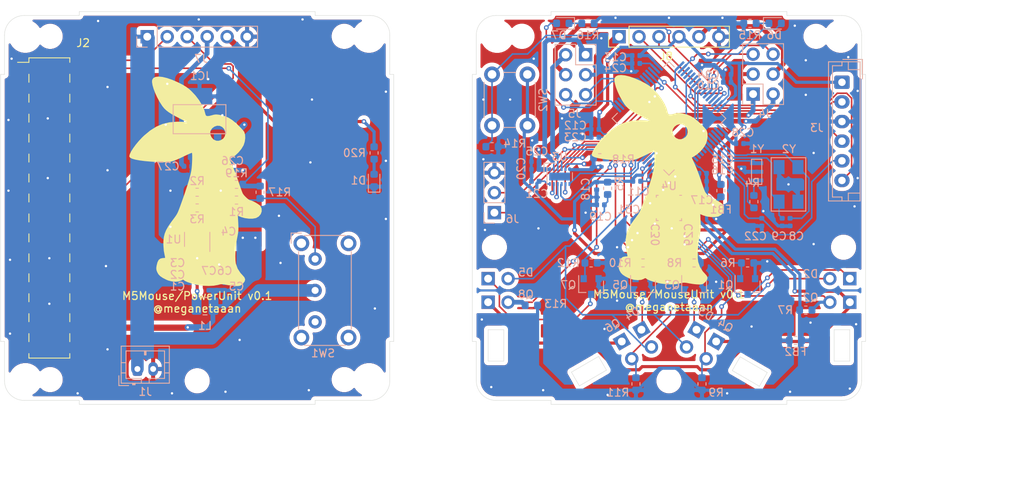
<source format=kicad_pcb>
(kicad_pcb (version 20171130) (host pcbnew 5.1.6-c6e7f7d~87~ubuntu18.04.1)
  (layers (0 F.Cu signal) (31 B.Cu signal) (34 B.Paste user) (35 F.Paste user) (36 B.SilkS user) (37 F.SilkS user) (38 B.Mask user) (39 F.Mask user) (44 Edge.Cuts user))
  (net 0 "")
  (net 1 GND)
  (net 2 VIN)
  (net 3 "Net-(C4-Pad2)")
  (net 4 "Net-(C4-Pad1)")
  (net 5 +5V)
  (net 6 "Net-(C8-Pad1)")
  (net 7 "Net-(C9-Pad1)")
  (net 8 +3V3)
  (net 9 +3.3VA)
  (net 10 "Net-(C19-Pad1)")
  (net 11 NRST)
  (net 12 "Net-(C23-Pad1)")
  (net 13 "Net-(C24-Pad1)")
  (net 14 "Net-(D1-Pad2)")
  (net 15 "Net-(D2-Pad1)")
  (net 16 "Net-(D3-Pad1)")
  (net 17 "Net-(D4-Pad1)")
  (net 18 "Net-(D5-Pad1)")
  (net 19 "Net-(D6-Pad1)")
  (net 20 GPIO10)
  (net 21 "Net-(D7-Pad1)")
  (net 22 GPIO1)
  (net 23 ADC_BAT)
  (net 24 "Net-(J2-Pad4)")
  (net 25 "Net-(J2-Pad6)")
  (net 26 "Net-(J2-Pad7)")
  (net 27 "Net-(J2-Pad8)")
  (net 28 "Net-(J2-Pad9)")
  (net 29 "Net-(J2-Pad10)")
  (net 30 "Net-(J2-Pad11)")
  (net 31 "Net-(J2-Pad12)")
  (net 32 "Net-(J2-Pad13)")
  (net 33 "Net-(J2-Pad14)")
  (net 34 "Net-(J2-Pad15)")
  (net 35 "Net-(J2-Pad16)")
  (net 36 M5_I2C1_SDA)
  (net 37 M5_I2C1_SCL)
  (net 38 "Net-(J2-Pad19)")
  (net 39 "Net-(J2-Pad20)")
  (net 40 "Net-(J2-Pad21)")
  (net 41 "Net-(J2-Pad22)")
  (net 42 "Net-(J2-Pad23)")
  (net 43 "Net-(J2-Pad24)")
  (net 44 "Net-(J2-Pad25)")
  (net 45 "Net-(J2-Pad26)")
  (net 46 "Net-(J2-Pad27)")
  (net 47 "Net-(J2-Pad29)")
  (net 48 "Net-(J2-Pad30)")
  (net 49 SWCLK)
  (net 50 SWDIO)
  (net 51 SWO)
  (net 52 TIM4_CH1)
  (net 53 TIM4_CH2)
  (net 54 /Motor_Module/BOUT2)
  (net 55 /Motor_Module/BOUT1)
  (net 56 /Motor_Module/AOUT1)
  (net 57 /Motor_Module/AOUT2)
  (net 58 TIM1_CH2)
  (net 59 TIM1_CH1)
  (net 60 USART3_RX)
  (net 61 USART3_TX)
  (net 62 STM_I2C1_SDA)
  (net 63 STM_I2C1_SCL)
  (net 64 GPIO2)
  (net 65 ADC1_IN0)
  (net 66 GPIO3)
  (net 67 ADC1_IN1)
  (net 68 GPIO4)
  (net 69 ADC1_IN2)
  (net 70 GPIO5)
  (net 71 ADC1_IN3)
  (net 72 "Net-(R1-Pad2)")
  (net 73 EN)
  (net 74 "Net-(R2-Pad2)")
  (net 75 "Net-(R4-Pad1)")
  (net 76 "Net-(R4-Pad2)")
  (net 77 BOOT)
  (net 78 "Net-(R18-Pad1)")
  (net 79 "Net-(SW1-Pad3)")
  (net 80 "Net-(U2-Pad5)")
  (net 81 "Net-(U2-Pad8)")
  (net 82 "Net-(U2-Pad9)")
  (net 83 "Net-(U2-Pad10)")
  (net 84 "Net-(U2-Pad11)")
  (net 85 TIM3_CH1)
  (net 86 TIM3_CH2)
  (net 87 "Net-(U2-Pad35)")
  (net 88 "Net-(U2-Pad36)")
  (net 89 "Net-(U2-Pad37)")
  (net 90 "Net-(U2-Pad38)")
  (net 91 "Net-(U2-Pad39)")
  (net 92 "Net-(U2-Pad40)")
  (net 93 GPIO6)
  (net 94 GPIO7)
  (net 95 GPIO8)
  (net 96 "Net-(U2-Pad51)")
  (net 97 "Net-(U2-Pad54)")
  (net 98 "Net-(U2-Pad2)")
  (net 99 "Net-(C30-Pad1)")
  (net 100 GPIO11)
  (net 101 SPI1_SCK)
  (net 102 SPI1_CS)
  (net 103 SPI1_MISO)
  (net 104 SPI1_MOSI)
  (net 105 "Net-(U4-Pad2)")
  (net 106 "Net-(U4-Pad3)")
  (net 107 "Net-(U4-Pad4)")
  (net 108 "Net-(U4-Pad5)")
  (net 109 "Net-(U4-Pad6)")
  (net 110 "Net-(U4-Pad7)")
  (net 111 "Net-(U4-Pad14)")
  (net 112 "Net-(U4-Pad15)")
  (net 113 "Net-(U4-Pad16)")
  (net 114 "Net-(U4-Pad17)")
  (net 115 "Net-(U4-Pad19)")
  (net 116 "Net-(U4-Pad21)")
  (net 117 "Net-(U2-Pad52)")
  (net 118 GNDA)
  (net 119 "Net-(U2-Pad34)")
  (module mod:RT_mark1_30x30 (layer F.Cu) (at 104.8 111.6)
    (fp_text reference G*** hide)
    (fp_text value LOGO hide)
  )
  (module mod:RT_mark1_30x30 (layer F.Cu) (at 163.6 111.4)
    (fp_text reference G*** hide)
    (fp_text value LOGO hide)
  )
  (module MountingHole:MountingHole_2.2mm_M2 (layer F.Cu) (at 105 137)
    (fp_text reference MH9 hide)
    (fp_text value MountingHole_2.2mm_M2 hide)
    (pad 1 np_thru_hole circle (at 0 0) (size 2.2 2.2) (drill 2.2) (layers *.Cu *.Mask))
  )
  (module MountingHole:MountingHole_2.2mm_M2 (layer F.Cu) (at 165 137)
    (fp_text reference MH10 hide)
    (fp_text value MountingHole_2.2mm_M2 hide)
    (pad 1 np_thru_hole circle (at 0 0) (size 2.2 2.2) (drill 2.2) (layers *.Cu *.Mask))
  )
  (module m5mouse:mountinghole_M2_M3 (layer F.Cu) (at 143.2 93.05 180)
    (fp_text reference MH8 hide)
    (fp_text value mountinghole_M2_M3 hide)
    (pad 1 np_thru_hole circle (at -3.1 -0.1 180) (size 2.2 2.2) (drill 2.2) (layers *.Cu *.Mask))
    (pad 1 np_thru_hole circle (at 0.05 -0.1 180) (size 3.2 3.2) (drill 3.2) (layers *.Cu *.Mask))
  )
  (module m5mouse:mountinghole_M2_M3 (layer F.Cu) (at 186.8 93.25)
    (fp_text reference MH5 hide)
    (fp_text value mountinghole_M2_M3 hide)
    (pad 1 np_thru_hole circle (at -3.1 -0.1) (size 2.2 2.2) (drill 2.2) (layers *.Cu *.Mask))
    (pad 1 np_thru_hole circle (at 0.05 -0.1) (size 3.2 3.2) (drill 3.2) (layers *.Cu *.Mask))
  )
  (module m5mouse:mountinghole_M2_M3 (layer F.Cu) (at 126.8 136.95)
    (fp_text reference MH2 hide)
    (fp_text value mountinghole_M2_M3 hide)
    (pad 1 np_thru_hole circle (at -3.1 -0.1) (size 2.2 2.2) (drill 2.2) (layers *.Cu *.Mask))
    (pad 1 np_thru_hole circle (at 0.05 -0.1) (size 3.2 3.2) (drill 3.2) (layers *.Cu *.Mask))
  )
  (module m5mouse:mountinghole_M2_M3 (layer F.Cu) (at 83.2 136.75 180)
    (fp_text reference MH3 hide)
    (fp_text value mountinghole_M2_M3 hide)
    (pad 1 np_thru_hole circle (at -3.1 -0.1 180) (size 2.2 2.2) (drill 2.2) (layers *.Cu *.Mask))
    (pad 1 np_thru_hole circle (at 0.05 -0.1 180) (size 3.2 3.2) (drill 3.2) (layers *.Cu *.Mask))
  )
  (module m5mouse:mountinghole_M2_M3 (layer F.Cu) (at 83.2 93.05 180)
    (fp_text reference MH4 hide)
    (fp_text value mountinghole_M2_M3 hide)
    (pad 1 np_thru_hole circle (at -3.1 -0.1 180) (size 2.2 2.2) (drill 2.2) (layers *.Cu *.Mask))
    (pad 1 np_thru_hole circle (at 0.05 -0.1 180) (size 3.2 3.2) (drill 3.2) (layers *.Cu *.Mask))
  )
  (module m5mouse:mountinghole_M2_M3 (layer F.Cu) (at 126.8 93.25)
    (fp_text reference MH1 hide)
    (fp_text value mountinghole_M2_M3 hide)
    (pad 1 np_thru_hole circle (at -3.1 -0.1) (size 2.2 2.2) (drill 2.2) (layers *.Cu *.Mask))
    (pad 1 np_thru_hole circle (at 0.05 -0.1) (size 3.2 3.2) (drill 3.2) (layers *.Cu *.Mask))
  )
  (module MountingHole:MountingHole_2.2mm_M2 (layer F.Cu) (at 187.2 120)
    (fp_text reference MH6 hide)
    (fp_text value MountingHole_2.2mm_M2 hide)
    (pad 1 np_thru_hole circle (at 0 0) (size 2.2 2.2) (drill 2.2) (layers *.Cu *.Mask))
  )
  (module MountingHole:MountingHole_2.2mm_M2 (layer F.Cu) (at 142.8 120)
    (fp_text reference MH7 hide)
    (fp_text value MountingHole_2.2mm_M2 hide)
    (pad 1 np_thru_hole circle (at 0 0) (size 2.2 2.2) (drill 2.2) (layers *.Cu *.Mask))
  )
  (module Capacitor_SMD:C_0402_1005Metric (layer B.Cu) (at 104.485 124.5)
    (fp_text reference C1 (at -1.985 0.5 180) (layer B.SilkS) (effects (justify mirror)))
    (fp_text value 10u)
    (pad 2 smd roundrect (at 0.485 0) (size 0.59 0.64) (layers B.Cu B.Paste B.Mask) (net 1 GND))
    (pad 1 smd roundrect (at -0.485 0) (size 0.59 0.64) (layers B.Cu B.Paste B.Mask) (net 2 VIN))
  )
  (module Capacitor_SMD:C_0402_1005Metric (layer B.Cu) (at 104.5 123.5)
    (fp_text reference C2 (at -2 0 180) (layer B.SilkS) (effects (justify mirror)))
    (fp_text value 10u)
    (pad 2 smd roundrect (at 0.485 0) (size 0.59 0.64) (layers B.Cu B.Paste B.Mask) (net 1 GND))
    (pad 1 smd roundrect (at -0.485 0) (size 0.59 0.64) (layers B.Cu B.Paste B.Mask) (net 2 VIN))
  )
  (module Capacitor_SMD:C_0402_1005Metric (layer B.Cu) (at 104.5 122.5)
    (fp_text reference C3 (at -2 -0.5 180) (layer B.SilkS) (effects (justify mirror)))
    (fp_text value 0.1u)
    (pad 1 smd roundrect (at -0.485 0) (size 0.59 0.64) (layers B.Cu B.Paste B.Mask) (net 2 VIN))
    (pad 2 smd roundrect (at 0.485 0) (size 0.59 0.64) (layers B.Cu B.Paste B.Mask) (net 1 GND))
  )
  (module Capacitor_SMD:C_0402_1005Metric (layer B.Cu) (at 107.5 118 90)
    (fp_text reference C4 (at 0 1.5) (layer B.SilkS) (effects (justify mirror)))
    (fp_text value 0.1u)
    (pad 2 smd roundrect (at 0.485 0 90) (size 0.59 0.64) (layers B.Cu B.Paste B.Mask) (net 3 "Net-(C4-Pad2)"))
    (pad 1 smd roundrect (at -0.485 0 90) (size 0.59 0.64) (layers B.Cu B.Paste B.Mask) (net 4 "Net-(C4-Pad1)"))
  )
  (module Capacitor_SMD:C_0402_1005Metric (layer B.Cu) (at 108.5 125 270)
    (fp_text reference C5 (at 0 -1.5) (layer B.SilkS) (effects (justify mirror)))
    (fp_text value 22u)
    (pad 1 smd roundrect (at -0.485 0 270) (size 0.59 0.64) (layers B.Cu B.Paste B.Mask) (net 1 GND))
    (pad 2 smd roundrect (at 0.485 0 270) (size 0.59 0.64) (layers B.Cu B.Paste B.Mask) (net 5 +5V))
  )
  (module Capacitor_SMD:C_0402_1005Metric (layer B.Cu) (at 107.5 125 270)
    (fp_text reference C6 (at -2 -1) (layer B.SilkS) (effects (justify mirror)))
    (fp_text value 22u)
    (pad 1 smd roundrect (at -0.485 0 270) (size 0.59 0.64) (layers B.Cu B.Paste B.Mask) (net 1 GND))
    (pad 2 smd roundrect (at 0.485 0 270) (size 0.59 0.64) (layers B.Cu B.Paste B.Mask) (net 5 +5V))
  )
  (module Capacitor_SMD:C_0402_1005Metric (layer B.Cu) (at 106.5 125 270)
    (fp_text reference C7 (at -2 0) (layer B.SilkS) (effects (justify mirror)))
    (fp_text value 22u)
    (pad 1 smd roundrect (at -0.485 0 270) (size 0.59 0.64) (layers B.Cu B.Paste B.Mask) (net 1 GND))
    (pad 2 smd roundrect (at 0.485 0 270) (size 0.59 0.64) (layers B.Cu B.Paste B.Mask) (net 5 +5V))
  )
  (module Capacitor_SMD:C_0402_1005Metric (layer B.Cu) (at 180.4 116.8 270)
    (fp_text reference C8 (at 1.8 -0.8 180) (layer B.SilkS) (effects (justify mirror)))
    (fp_text value 1p)
    (pad 2 smd roundrect (at 0.485 0 270) (size 0.59 0.64) (layers B.Cu B.Paste B.Mask) (net 1 GND))
    (pad 1 smd roundrect (at -0.485 0 270) (size 0.59 0.64) (layers B.Cu B.Paste B.Mask) (net 6 "Net-(C8-Pad1)"))
  )
  (module Capacitor_SMD:C_0402_1005Metric (layer B.Cu) (at 179.4 116.8 270)
    (fp_text reference C9 (at 1.8 0.4 180) (layer B.SilkS) (effects (justify mirror)))
    (fp_text value 1p)
    (pad 1 smd roundrect (at -0.485 0 270) (size 0.59 0.64) (layers B.Cu B.Paste B.Mask) (net 7 "Net-(C9-Pad1)"))
    (pad 2 smd roundrect (at 0.485 0 270) (size 0.59 0.64) (layers B.Cu B.Paste B.Mask) (net 1 GND))
  )
  (module Capacitor_SMD:C_0402_1005Metric (layer B.Cu) (at 172.4 99 180)
    (fp_text reference C10 (at 2.4 -0.4 180) (layer B.SilkS) (effects (justify mirror)))
    (fp_text value 4.7u)
    (pad 2 smd roundrect (at 0.485 0 180) (size 0.59 0.64) (layers B.Cu B.Paste B.Mask) (net 1 GND))
    (pad 1 smd roundrect (at -0.485 0 180) (size 0.59 0.64) (layers B.Cu B.Paste B.Mask) (net 8 +3V3))
  )
  (module Capacitor_SMD:C_0402_1005Metric (layer B.Cu) (at 160.9 111.6 180)
    (fp_text reference C11 (at -0.2 -1.3) (layer B.SilkS) (effects (justify mirror)))
    (fp_text value 0.1u)
    (pad 1 smd roundrect (at -0.485 0 180) (size 0.59 0.64) (layers B.Cu B.Paste B.Mask) (net 1 GND))
    (pad 2 smd roundrect (at 0.485 0 180) (size 0.59 0.64) (layers B.Cu B.Paste B.Mask) (net 8 +3V3))
  )
  (module Capacitor_SMD:C_0402_1005Metric (layer B.Cu) (at 155.6 105)
    (fp_text reference C12 (at -2.5 -0.5) (layer B.SilkS) (effects (justify mirror)))
    (fp_text value 0.1u)
    (pad 1 smd roundrect (at -0.485 0) (size 0.59 0.64) (layers B.Cu B.Paste B.Mask) (net 1 GND))
    (pad 2 smd roundrect (at 0.485 0) (size 0.59 0.64) (layers B.Cu B.Paste B.Mask) (net 8 +3V3))
  )
  (module Capacitor_SMD:C_0402_1005Metric (layer B.Cu) (at 160.8 95.6)
    (fp_text reference C13 (at -2.6 0.2) (layer B.SilkS) (effects (justify mirror)))
    (fp_text value 0.1u)
    (pad 2 smd roundrect (at 0.485 0) (size 0.59 0.64) (layers B.Cu B.Paste B.Mask) (net 8 +3V3))
    (pad 1 smd roundrect (at -0.485 0) (size 0.59 0.64) (layers B.Cu B.Paste B.Mask) (net 1 GND))
  )
  (module Capacitor_SMD:C_0402_1005Metric (layer B.Cu) (at 172.4 98)
    (fp_text reference C14 (at -2.4 0) (layer B.SilkS) (effects (justify mirror)))
    (fp_text value 0.1u)
    (pad 1 smd roundrect (at -0.485 0) (size 0.59 0.64) (layers B.Cu B.Paste B.Mask) (net 1 GND))
    (pad 2 smd roundrect (at 0.485 0) (size 0.59 0.64) (layers B.Cu B.Paste B.Mask) (net 8 +3V3))
  )
  (module Capacitor_SMD:C_0402_1005Metric (layer B.Cu) (at 169.3 110.6 180)
    (fp_text reference C15 (at -2.5 1.8) (layer B.SilkS) (effects (justify mirror)))
    (fp_text value 0.01u)
    (pad 1 smd roundrect (at -0.485 0 180) (size 0.59 0.64) (layers B.Cu B.Paste B.Mask) (net 118 GNDA))
    (pad 2 smd roundrect (at 0.485 0 180) (size 0.59 0.64) (layers B.Cu B.Paste B.Mask) (net 9 +3.3VA))
  )
  (module Capacitor_SMD:C_0402_1005Metric (layer B.Cu) (at 169.3 111.6 180)
    (fp_text reference C16 (at -2.5 1.4) (layer B.SilkS) (effects (justify mirror)))
    (fp_text value 0.1u)
    (pad 1 smd roundrect (at -0.485 0 180) (size 0.59 0.64) (layers B.Cu B.Paste B.Mask) (net 118 GNDA))
    (pad 2 smd roundrect (at 0.485 0 180) (size 0.59 0.64) (layers B.Cu B.Paste B.Mask) (net 9 +3.3VA))
  )
  (module Capacitor_SMD:C_0402_1005Metric (layer B.Cu) (at 169.3 112.6 180)
    (fp_text reference C17 (at 0.1 -1.4) (layer B.SilkS) (effects (justify mirror)))
    (fp_text value 1u)
    (pad 1 smd roundrect (at -0.485 0 180) (size 0.59 0.64) (layers B.Cu B.Paste B.Mask) (net 118 GNDA))
    (pad 2 smd roundrect (at 0.485 0 180) (size 0.59 0.64) (layers B.Cu B.Paste B.Mask) (net 9 +3.3VA))
  )
  (module Capacitor_SMD:C_0402_1005Metric (layer B.Cu) (at 155.8 112.2 270)
    (fp_text reference C18 (at 0.4 1.4 270) (layer B.SilkS) (effects (justify mirror)))
    (fp_text value 10u)
    (pad 2 smd roundrect (at 0.485 0 270) (size 0.59 0.64) (layers B.Cu B.Paste B.Mask) (net 1 GND))
    (pad 1 smd roundrect (at -0.485 0 270) (size 0.59 0.64) (layers B.Cu B.Paste B.Mask) (net 8 +3V3))
  )
  (module Capacitor_SMD:C_0402_1005Metric (layer B.Cu) (at 156.3 114.6 180)
    (fp_text reference C19 (at 0 -1.5) (layer B.SilkS) (effects (justify mirror)))
    (fp_text value 10u)
    (pad 2 smd roundrect (at 0.485 0 180) (size 0.59 0.64) (layers B.Cu B.Paste B.Mask) (net 1 GND))
    (pad 1 smd roundrect (at -0.485 0 180) (size 0.59 0.64) (layers B.Cu B.Paste B.Mask) (net 10 "Net-(C19-Pad1)"))
  )
  (module Capacitor_SMD:C_0402_1005Metric (layer B.Cu) (at 148 110.1 180)
    (fp_text reference C20 (at 1.8 0.1 90) (layer B.SilkS) (effects (justify mirror)))
    (fp_text value 0.1u)
    (pad 2 smd roundrect (at 0.485 0 180) (size 0.59 0.64) (layers B.Cu B.Paste B.Mask) (net 1 GND))
    (pad 1 smd roundrect (at -0.485 0 180) (size 0.59 0.64) (layers B.Cu B.Paste B.Mask) (net 2 VIN))
  )
  (module Capacitor_SMD:C_0402_1005Metric (layer B.Cu) (at 148 111.6 180)
    (fp_text reference C21 (at -0.2 -1.6) (layer B.SilkS) (effects (justify mirror)))
    (fp_text value 0.1u)
    (pad 2 smd roundrect (at 0.485 0 180) (size 0.59 0.64) (layers B.Cu B.Paste B.Mask) (net 1 GND))
    (pad 1 smd roundrect (at -0.485 0 180) (size 0.59 0.64) (layers B.Cu B.Paste B.Mask) (net 8 +3V3))
  )
  (module Capacitor_SMD:C_0402_1005Metric (layer B.Cu) (at 176.8 116.8 270)
    (fp_text reference C22 (at 1.8 0.8 180) (layer B.SilkS) (effects (justify mirror)))
    (fp_text value 0.1)
    (pad 1 smd roundrect (at -0.485 0 270) (size 0.59 0.64) (layers B.Cu B.Paste B.Mask) (net 11 NRST))
    (pad 2 smd roundrect (at 0.485 0 270) (size 0.59 0.64) (layers B.Cu B.Paste B.Mask) (net 1 GND))
  )
  (module Capacitor_SMD:C_0402_1005Metric (layer B.Cu) (at 155.6 106 180)
    (fp_text reference C23 (at 2.515 0) (layer B.SilkS) (effects (justify mirror)))
    (fp_text value 2.2u)
    (pad 2 smd roundrect (at 0.485 0 180) (size 0.59 0.64) (layers B.Cu B.Paste B.Mask) (net 1 GND))
    (pad 1 smd roundrect (at -0.485 0 180) (size 0.59 0.64) (layers B.Cu B.Paste B.Mask) (net 12 "Net-(C23-Pad1)"))
  )
  (module Capacitor_SMD:C_0402_1005Metric (layer B.Cu) (at 160.8 96.6 180)
    (fp_text reference C24 (at 2.6 -0.6) (layer B.SilkS) (effects (justify mirror)))
    (fp_text value 2.2u)
    (pad 1 smd roundrect (at -0.485 0 180) (size 0.59 0.64) (layers B.Cu B.Paste B.Mask) (net 13 "Net-(C24-Pad1)"))
    (pad 2 smd roundrect (at 0.485 0 180) (size 0.59 0.64) (layers B.Cu B.Paste B.Mask) (net 1 GND))
  )
  (module Capacitor_SMD:C_0402_1005Metric (layer B.Cu) (at 148 109.1 180)
    (fp_text reference C25 (at -0.2 1.3) (layer B.SilkS) (effects (justify mirror)))
    (fp_text value 10u)
    (pad 1 smd roundrect (at -0.485 0 180) (size 0.59 0.64) (layers B.Cu B.Paste B.Mask) (net 2 VIN))
    (pad 2 smd roundrect (at 0.485 0 180) (size 0.59 0.64) (layers B.Cu B.Paste B.Mask) (net 1 GND))
  )
  (module Capacitor_SMD:C_0402_1005Metric (layer B.Cu) (at 106.8 109.7 180)
    (fp_text reference C26 (at -2.7 0.7) (layer B.SilkS) (effects (justify mirror)))
    (fp_text value 0.47u)
    (pad 2 smd roundrect (at 0.485 0 180) (size 0.59 0.64) (layers B.Cu B.Paste B.Mask) (net 1 GND))
    (pad 1 smd roundrect (at -0.485 0 180) (size 0.59 0.64) (layers B.Cu B.Paste B.Mask) (net 5 +5V))
  )
  (module Capacitor_SMD:C_0402_1005Metric (layer B.Cu) (at 103.8 109.7)
    (fp_text reference C27 (at -2.5 0) (layer B.SilkS) (effects (justify mirror)))
    (fp_text value 33u)
    (pad 2 smd roundrect (at 0.485 0) (size 0.59 0.64) (layers B.Cu B.Paste B.Mask) (net 1 GND))
    (pad 1 smd roundrect (at -0.485 0) (size 0.59 0.64) (layers B.Cu B.Paste B.Mask) (net 8 +3V3))
  )
  (module Capacitor_SMD:C_0402_1005Metric (layer B.Cu) (at 174 106.8)
    (fp_text reference C28 (at 0.4 -1.4) (layer B.SilkS) (effects (justify mirror)))
    (fp_text value 1u)
    (pad 2 smd roundrect (at 0.485 0) (size 0.59 0.64) (layers B.Cu B.Paste B.Mask) (net 1 GND))
    (pad 1 smd roundrect (at -0.485 0) (size 0.59 0.64) (layers B.Cu B.Paste B.Mask) (net 8 +3V3))
  )
  (module LED_SMD:LED_0603_1608Metric (layer B.Cu) (at 127.5 111.5 90)
    (fp_text reference D1 (at 0 -2) (layer B.SilkS) (effects (justify mirror)))
    (fp_text value LED)
    (pad 2 smd roundrect (at 0.7875 0 90) (size 0.875 0.95) (layers B.Cu B.Paste B.Mask) (net 14 "Net-(D1-Pad2)"))
    (pad 1 smd roundrect (at -0.7875 0 90) (size 0.875 0.95) (layers B.Cu B.Paste B.Mask) (net 1 GND))
  )
  (module LED_SMD:LED_0603_1608Metric (layer B.Cu) (at 178.5 91.5)
    (fp_text reference D6 (at -0.1 1.5) (layer B.SilkS) (effects (justify mirror)))
    (fp_text value LED)
    (pad 1 smd roundrect (at -0.7875 0) (size 0.875 0.95) (layers B.Cu B.Paste B.Mask) (net 19 "Net-(D6-Pad1)"))
    (pad 2 smd roundrect (at 0.7875 0) (size 0.875 0.95) (layers B.Cu B.Paste B.Mask) (net 20 GPIO10))
  )
  (module LED_SMD:LED_0603_1608Metric (layer B.Cu) (at 151.5 91.5 180)
    (fp_text reference D7 (at 0.5 -1.5) (layer B.SilkS) (effects (justify mirror)))
    (fp_text value LED)
    (pad 1 smd roundrect (at -0.7875 0 180) (size 0.875 0.95) (layers B.Cu B.Paste B.Mask) (net 21 "Net-(D7-Pad1)"))
    (pad 2 smd roundrect (at 0.7875 0 180) (size 0.875 0.95) (layers B.Cu B.Paste B.Mask) (net 22 GPIO1))
  )
  (module m5mouse:LM3940IMP-3.3NOPB (layer B.Cu) (at 105.3 103.7 180)
    (fp_text reference IC1 (at 0 5.5) (layer B.SilkS) (effects (justify mirror)))
    (fp_text value LM3940IMP-3.3_NOPB)
    (pad 4 smd rect (at 0 2.9 180) (size 3.25 2.15) (layers B.Cu B.Paste B.Mask) (net 1 GND))
    (pad 2 smd rect (at 0 -2.9 180) (size 0.95 2.15) (layers B.Cu B.Paste B.Mask) (net 1 GND))
    (pad 1 smd rect (at -2.3 -2.9 180) (size 0.95 2.15) (layers B.Cu B.Paste B.Mask) (net 5 +5V))
    (pad 3 smd rect (at 2.3 -2.9 180) (size 0.95 2.15) (layers B.Cu B.Paste B.Mask) (net 8 +3V3))
  )
  (module Connector_PinHeader_2.54mm:PinHeader_2x15_P2.54mm_Vertical_SMD (layer F.Cu) (at 86.2 115)
    (fp_text reference J2 (at 4.3 -21) (layer F.SilkS))
    (fp_text value M-BUS)
    (pad 1 smd rect (at -2.525 -17.78) (size 3.15 1) (layers F.Cu F.Paste F.Mask) (net 1 GND))
    (pad 2 smd rect (at 2.525 -17.78) (size 3.15 1) (layers F.Cu F.Paste F.Mask) (net 23 ADC_BAT))
    (pad 3 smd rect (at -2.525 -15.24) (size 3.15 1) (layers F.Cu F.Paste F.Mask) (net 1 GND))
    (pad 4 smd rect (at 2.525 -15.24) (size 3.15 1) (layers F.Cu F.Paste F.Mask) (net 24 "Net-(J2-Pad4)"))
    (pad 5 smd rect (at -2.525 -12.7) (size 3.15 1) (layers F.Cu F.Paste F.Mask) (net 1 GND))
    (pad 6 smd rect (at 2.525 -12.7) (size 3.15 1) (layers F.Cu F.Paste F.Mask) (net 25 "Net-(J2-Pad6)"))
    (pad 7 smd rect (at -2.525 -10.16) (size 3.15 1) (layers F.Cu F.Paste F.Mask) (net 26 "Net-(J2-Pad7)"))
    (pad 8 smd rect (at 2.525 -10.16) (size 3.15 1) (layers F.Cu F.Paste F.Mask) (net 27 "Net-(J2-Pad8)"))
    (pad 9 smd rect (at -2.525 -7.62) (size 3.15 1) (layers F.Cu F.Paste F.Mask) (net 28 "Net-(J2-Pad9)"))
    (pad 10 smd rect (at 2.525 -7.62) (size 3.15 1) (layers F.Cu F.Paste F.Mask) (net 29 "Net-(J2-Pad10)"))
    (pad 11 smd rect (at -2.525 -5.08) (size 3.15 1) (layers F.Cu F.Paste F.Mask) (net 30 "Net-(J2-Pad11)"))
    (pad 12 smd rect (at 2.525 -5.08) (size 3.15 1) (layers F.Cu F.Paste F.Mask) (net 31 "Net-(J2-Pad12)"))
    (pad 13 smd rect (at -2.525 -2.54) (size 3.15 1) (layers F.Cu F.Paste F.Mask) (net 32 "Net-(J2-Pad13)"))
    (pad 14 smd rect (at 2.525 -2.54) (size 3.15 1) (layers F.Cu F.Paste F.Mask) (net 33 "Net-(J2-Pad14)"))
    (pad 15 smd rect (at -2.525 0) (size 3.15 1) (layers F.Cu F.Paste F.Mask) (net 34 "Net-(J2-Pad15)"))
    (pad 16 smd rect (at 2.525 0) (size 3.15 1) (layers F.Cu F.Paste F.Mask) (net 35 "Net-(J2-Pad16)"))
    (pad 17 smd rect (at -2.525 2.54) (size 3.15 1) (layers F.Cu F.Paste F.Mask) (net 36 M5_I2C1_SDA))
    (pad 18 smd rect (at 2.525 2.54) (size 3.15 1) (layers F.Cu F.Paste F.Mask) (net 37 M5_I2C1_SCL))
    (pad 19 smd rect (at -2.525 5.08) (size 3.15 1) (layers F.Cu F.Paste F.Mask) (net 38 "Net-(J2-Pad19)"))
    (pad 20 smd rect (at 2.525 5.08) (size 3.15 1) (layers F.Cu F.Paste F.Mask) (net 39 "Net-(J2-Pad20)"))
    (pad 21 smd rect (at -2.525 7.62) (size 3.15 1) (layers F.Cu F.Paste F.Mask) (net 40 "Net-(J2-Pad21)"))
    (pad 22 smd rect (at 2.525 7.62) (size 3.15 1) (layers F.Cu F.Paste F.Mask) (net 41 "Net-(J2-Pad22)"))
    (pad 23 smd rect (at -2.525 10.16) (size 3.15 1) (layers F.Cu F.Paste F.Mask) (net 42 "Net-(J2-Pad23)"))
    (pad 24 smd rect (at 2.525 10.16) (size 3.15 1) (layers F.Cu F.Paste F.Mask) (net 43 "Net-(J2-Pad24)"))
    (pad 25 smd rect (at -2.525 12.7) (size 3.15 1) (layers F.Cu F.Paste F.Mask) (net 44 "Net-(J2-Pad25)"))
    (pad 26 smd rect (at 2.525 12.7) (size 3.15 1) (layers F.Cu F.Paste F.Mask) (net 45 "Net-(J2-Pad26)"))
    (pad 27 smd rect (at -2.525 15.24) (size 3.15 1) (layers F.Cu F.Paste F.Mask) (net 46 "Net-(J2-Pad27)"))
    (pad 28 smd rect (at 2.525 15.24) (size 3.15 1) (layers F.Cu F.Paste F.Mask) (net 5 +5V))
    (pad 29 smd rect (at -2.525 17.78) (size 3.15 1) (layers F.Cu F.Paste F.Mask) (net 47 "Net-(J2-Pad29)"))
    (pad 30 smd rect (at 2.525 17.78) (size 3.15 1) (layers F.Cu F.Paste F.Mask) (net 48 "Net-(J2-Pad30)"))
  )
  (module Connector_JST:JST_EH_B6B-EH-A_1x06_P2.50mm_Vertical (layer B.Cu) (at 187 99 270)
    (fp_text reference J3 (at 5.8 3.2) (layer B.SilkS) (effects (justify mirror)))
    (fp_text value SWD)
    (pad 1 thru_hole roundrect (at 0 0 270) (size 1.7 1.95) (drill 0.95) (layers *.Cu *.Mask) (roundrect_rratio 0.147059) (net 8 +3V3))
    (pad 2 thru_hole oval (at 2.5 0 270) (size 1.7 1.95) (drill 0.95) (layers *.Cu *.Mask) (net 49 SWCLK))
    (pad 3 thru_hole oval (at 5 0 270) (size 1.7 1.95) (drill 0.95) (layers *.Cu *.Mask) (net 1 GND))
    (pad 4 thru_hole oval (at 7.5 0 270) (size 1.7 1.95) (drill 0.95) (layers *.Cu *.Mask) (net 50 SWDIO))
    (pad 5 thru_hole oval (at 10 0 270) (size 1.7 1.95) (drill 0.95) (layers *.Cu *.Mask) (net 11 NRST))
    (pad 6 thru_hole oval (at 12.5 0 270) (size 1.7 1.95) (drill 0.95) (layers *.Cu *.Mask) (net 51 SWO))
  )
  (module Connector_PinHeader_2.54mm:PinHeader_2x03_P2.54mm_Vertical (layer B.Cu) (at 175.7 100.5)
    (fp_text reference J4 (at 1.5 2.5) (layer B.SilkS) (effects (justify mirror)))
    (fp_text value Conn_02x03_Odd_Even)
    (pad 6 thru_hole oval (at 2.54 -5.08) (size 1.7 1.7) (drill 1) (layers *.Cu *.Mask) (net 52 TIM4_CH1))
    (pad 5 thru_hole oval (at 0 -5.08) (size 1.7 1.7) (drill 1) (layers *.Cu *.Mask) (net 53 TIM4_CH2))
    (pad 4 thru_hole oval (at 2.54 -2.54) (size 1.7 1.7) (drill 1) (layers *.Cu *.Mask) (net 5 +5V))
    (pad 3 thru_hole oval (at 0 -2.54) (size 1.7 1.7) (drill 1) (layers *.Cu *.Mask) (net 1 GND))
    (pad 2 thru_hole oval (at 2.54 0) (size 1.7 1.7) (drill 1) (layers *.Cu *.Mask) (net 54 /Motor_Module/BOUT2))
    (pad 1 thru_hole rect (at 0 0) (size 1.7 1.7) (drill 1) (layers *.Cu *.Mask) (net 55 /Motor_Module/BOUT1))
  )
  (module Connector_PinHeader_2.54mm:PinHeader_2x03_P2.54mm_Vertical (layer B.Cu) (at 154.4 95.5 180)
    (fp_text reference J5 (at 1.4 -7.5) (layer B.SilkS) (effects (justify mirror)))
    (fp_text value Conn_02x03_Odd_Even)
    (pad 1 thru_hole rect (at 0 0 180) (size 1.7 1.7) (drill 1) (layers *.Cu *.Mask) (net 56 /Motor_Module/AOUT1))
    (pad 2 thru_hole oval (at 2.54 0 180) (size 1.7 1.7) (drill 1) (layers *.Cu *.Mask) (net 57 /Motor_Module/AOUT2))
    (pad 3 thru_hole oval (at 0 -2.54 180) (size 1.7 1.7) (drill 1) (layers *.Cu *.Mask) (net 1 GND))
    (pad 4 thru_hole oval (at 2.54 -2.54 180) (size 1.7 1.7) (drill 1) (layers *.Cu *.Mask) (net 5 +5V))
    (pad 5 thru_hole oval (at 0 -5.08 180) (size 1.7 1.7) (drill 1) (layers *.Cu *.Mask) (net 58 TIM1_CH2))
    (pad 6 thru_hole oval (at 2.54 -5.08 180) (size 1.7 1.7) (drill 1) (layers *.Cu *.Mask) (net 59 TIM1_CH1))
  )
  (module Connector_PinHeader_2.54mm:PinHeader_1x03_P2.54mm_Vertical (layer B.Cu) (at 142.8 115.6)
    (fp_text reference J6 (at 2.3 0.8 -180) (layer B.SilkS) (effects (justify mirror)))
    (fp_text value Conn_01x03)
    (pad 1 thru_hole rect (at 0 0) (size 1.7 1.7) (drill 1) (layers *.Cu *.Mask) (net 60 USART3_RX))
    (pad 2 thru_hole oval (at 0 -2.54) (size 1.7 1.7) (drill 1) (layers *.Cu *.Mask) (net 61 USART3_TX))
    (pad 3 thru_hole oval (at 0 -5.08) (size 1.7 1.7) (drill 1) (layers *.Cu *.Mask) (net 1 GND))
  )
  (module Connector_PinSocket_2.54mm:PinSocket_1x06_P2.54mm_Vertical (layer B.Cu) (at 98.65 93.2 270)
    (fp_text reference J7 (at 2.8 -6.85) (layer B.SilkS) (effects (justify mirror)))
    (fp_text value Conn_01x06)
    (pad 1 thru_hole rect (at 0 0 270) (size 1.7 1.7) (drill 1) (layers *.Cu *.Mask) (net 2 VIN))
    (pad 2 thru_hole oval (at 0 -2.54 270) (size 1.7 1.7) (drill 1) (layers *.Cu *.Mask) (net 36 M5_I2C1_SDA))
    (pad 3 thru_hole oval (at 0 -5.08 270) (size 1.7 1.7) (drill 1) (layers *.Cu *.Mask) (net 37 M5_I2C1_SCL))
    (pad 4 thru_hole oval (at 0 -7.62 270) (size 1.7 1.7) (drill 1) (layers *.Cu *.Mask) (net 8 +3V3))
    (pad 5 thru_hole oval (at 0 -10.16 270) (size 1.7 1.7) (drill 1) (layers *.Cu *.Mask) (net 5 +5V))
    (pad 6 thru_hole oval (at 0 -12.7 270) (size 1.7 1.7) (drill 1) (layers *.Cu *.Mask) (net 1 GND))
  )
  (module Connector_PinHeader_2.54mm:PinHeader_1x06_P2.54mm_Vertical (layer F.Cu) (at 158.65 93.2 90)
    (fp_text reference J8 (at -2.5 6 180) (layer F.SilkS))
    (fp_text value Conn_01x06)
    (pad 1 thru_hole rect (at 0 0 90) (size 1.7 1.7) (drill 1) (layers *.Cu *.Mask) (net 2 VIN))
    (pad 2 thru_hole oval (at 0 2.54 90) (size 1.7 1.7) (drill 1) (layers *.Cu *.Mask) (net 62 STM_I2C1_SDA))
    (pad 3 thru_hole oval (at 0 5.08 90) (size 1.7 1.7) (drill 1) (layers *.Cu *.Mask) (net 63 STM_I2C1_SCL))
    (pad 4 thru_hole oval (at 0 7.62 90) (size 1.7 1.7) (drill 1) (layers *.Cu *.Mask) (net 8 +3V3))
    (pad 5 thru_hole oval (at 0 10.16 90) (size 1.7 1.7) (drill 1) (layers *.Cu *.Mask) (net 5 +5V))
    (pad 6 thru_hole oval (at 0 12.7 90) (size 1.7 1.7) (drill 1) (layers *.Cu *.Mask) (net 1 GND))
  )
  (module Inductor_SMD:L_1008_2520Metric (layer B.Cu) (at 106 127.5)
    (fp_text reference L1 (at 0 2.5 180) (layer B.SilkS) (effects (justify mirror)))
    (fp_text value 10u)
    (pad 1 smd roundrect (at -1.075 0) (size 1.25 2.2) (layers B.Cu B.Paste B.Mask) (roundrect_rratio 0.2) (net 4 "Net-(C4-Pad1)"))
    (pad 2 smd roundrect (at 1.075 0) (size 1.25 2.2) (layers B.Cu B.Paste B.Mask) (roundrect_rratio 0.2) (net 5 +5V))
  )
  (module Package_TO_SOT_SMD:SOT-23 (layer B.Cu) (at 175 125 270)
    (fp_text reference Q1 (at -0.2 2.8 180) (layer B.SilkS) (effects (justify mirror)))
    (fp_text value BSS138)
    (pad 1 smd rect (at -1 0.95 270) (size 0.9 0.8) (layers B.Cu B.Paste B.Mask) (net 68 GPIO4))
    (pad 2 smd rect (at -1 -0.95 270) (size 0.9 0.8) (layers B.Cu B.Paste B.Mask) (net 1 GND))
    (pad 3 smd rect (at 1 0 270) (size 0.9 0.8) (layers B.Cu B.Paste B.Mask) (net 15 "Net-(D2-Pad1)"))
  )
  (module Package_TO_SOT_SMD:SOT-23 (layer B.Cu) (at 168.2 125 270)
    (fp_text reference Q3 (at -0.2 2.8 180) (layer B.SilkS) (effects (justify mirror)))
    (fp_text value BSS138)
    (pad 3 smd rect (at 1 0 270) (size 0.9 0.8) (layers B.Cu B.Paste B.Mask) (net 16 "Net-(D3-Pad1)"))
    (pad 2 smd rect (at -1 -0.95 270) (size 0.9 0.8) (layers B.Cu B.Paste B.Mask) (net 1 GND))
    (pad 1 smd rect (at -1 0.95 270) (size 0.9 0.8) (layers B.Cu B.Paste B.Mask) (net 70 GPIO5))
  )
  (module Package_TO_SOT_SMD:SOT-23 (layer B.Cu) (at 161.7 125 270)
    (fp_text reference Q5 (at -0.2 2.9 180) (layer B.SilkS) (effects (justify mirror)))
    (fp_text value BSS138)
    (pad 1 smd rect (at -1 0.95 270) (size 0.9 0.8) (layers B.Cu B.Paste B.Mask) (net 64 GPIO2))
    (pad 2 smd rect (at -1 -0.95 270) (size 0.9 0.8) (layers B.Cu B.Paste B.Mask) (net 1 GND))
    (pad 3 smd rect (at 1 0 270) (size 0.9 0.8) (layers B.Cu B.Paste B.Mask) (net 17 "Net-(D4-Pad1)"))
  )
  (module Package_TO_SOT_SMD:SOT-23 (layer B.Cu) (at 155.1 125 270)
    (fp_text reference Q7 (at -0.2 2.9 180) (layer B.SilkS) (effects (justify mirror)))
    (fp_text value BSS138)
    (pad 3 smd rect (at 1 0 270) (size 0.9 0.8) (layers B.Cu B.Paste B.Mask) (net 18 "Net-(D5-Pad1)"))
    (pad 2 smd rect (at -1 -0.95 270) (size 0.9 0.8) (layers B.Cu B.Paste B.Mask) (net 1 GND))
    (pad 1 smd rect (at -1 0.95 270) (size 0.9 0.8) (layers B.Cu B.Paste B.Mask) (net 66 GPIO3))
  )
  (module Resistor_SMD:R_0603_1608Metric (layer B.Cu) (at 110 114 180)
    (fp_text reference R1 (at 0 -1.5 180) (layer B.SilkS) (effects (justify mirror)))
    (fp_text value 10.0k)
    (pad 2 smd roundrect (at 0.7875 0 180) (size 0.875 0.95) (layers B.Cu B.Paste B.Mask) (net 72 "Net-(R1-Pad2)"))
    (pad 1 smd roundrect (at -0.7875 0 180) (size 0.875 0.95) (layers B.Cu B.Paste B.Mask) (net 73 EN))
  )
  (module Resistor_SMD:R_0603_1608Metric (layer B.Cu) (at 105 113 180)
    (fp_text reference R2 (at 0 1.43 180) (layer B.SilkS) (effects (justify mirror)))
    (fp_text value "1.07k 1%")
    (pad 1 smd roundrect (at -0.7875 0 180) (size 0.875 0.95) (layers B.Cu B.Paste B.Mask) (net 5 +5V))
    (pad 2 smd roundrect (at 0.7875 0 180) (size 0.875 0.95) (layers B.Cu B.Paste B.Mask) (net 74 "Net-(R2-Pad2)"))
  )
  (module Resistor_SMD:R_0603_1608Metric (layer B.Cu) (at 105 115)
    (fp_text reference R3 (at 0 1.43 180) (layer B.SilkS) (effects (justify mirror)))
    (fp_text value "5.9k 1%")
    (pad 2 smd roundrect (at 0.7875 0) (size 0.875 0.95) (layers B.Cu B.Paste B.Mask) (net 1 GND))
    (pad 1 smd roundrect (at -0.7875 0) (size 0.875 0.95) (layers B.Cu B.Paste B.Mask) (net 74 "Net-(R2-Pad2)"))
  )
  (module Resistor_SMD:R_0603_1608Metric (layer B.Cu) (at 175.8 114.2 90)
    (fp_text reference R4 (at 2.4 -0.2 180) (layer B.SilkS) (effects (justify mirror)))
    (fp_text value 0)
    (pad 1 smd roundrect (at -0.7875 0 90) (size 0.875 0.95) (layers B.Cu B.Paste B.Mask) (net 75 "Net-(R4-Pad1)"))
    (pad 2 smd roundrect (at 0.7875 0 90) (size 0.875 0.95) (layers B.Cu B.Paste B.Mask) (net 76 "Net-(R4-Pad2)"))
  )
  (module Resistor_SMD:R_0603_1608Metric (layer B.Cu) (at 157.2 112.5 90)
    (fp_text reference R5 (at 0.6 1.5 90) (layer B.SilkS) (effects (justify mirror)))
    (fp_text value 33)
    (pad 2 smd roundrect (at 0.7875 0 90) (size 0.875 0.95) (layers B.Cu B.Paste B.Mask) (net 8 +3V3))
    (pad 1 smd roundrect (at -0.7875 0 90) (size 0.875 0.95) (layers B.Cu B.Paste B.Mask) (net 10 "Net-(C19-Pad1)"))
  )
  (module Resistor_SMD:R_0603_1608Metric (layer B.Cu) (at 175 122)
    (fp_text reference R6 (at -2.5 0) (layer B.SilkS) (effects (justify mirror)))
    (fp_text value 10k)
    (pad 1 smd roundrect (at -0.7875 0) (size 0.875 0.95) (layers B.Cu B.Paste B.Mask) (net 68 GPIO4))
    (pad 2 smd roundrect (at 0.7875 0) (size 0.875 0.95) (layers B.Cu B.Paste B.Mask) (net 1 GND))
  )
  (module Resistor_SMD:R_0603_1608Metric (layer B.Cu) (at 182.4 128 180)
    (fp_text reference R7 (at 2.6 0) (layer B.SilkS) (effects (justify mirror)))
    (fp_text value 1k)
    (pad 1 smd roundrect (at -0.7875 0 180) (size 0.875 0.95) (layers B.Cu B.Paste B.Mask) (net 65 ADC1_IN0))
    (pad 2 smd roundrect (at 0.7875 0 180) (size 0.875 0.95) (layers B.Cu B.Paste B.Mask) (net 118 GNDA))
  )
  (module Resistor_SMD:R_0603_1608Metric (layer B.Cu) (at 168.2 122)
    (fp_text reference R8 (at -2.5 0) (layer B.SilkS) (effects (justify mirror)))
    (fp_text value 10k)
    (pad 2 smd roundrect (at 0.7875 0) (size 0.875 0.95) (layers B.Cu B.Paste B.Mask) (net 1 GND))
    (pad 1 smd roundrect (at -0.7875 0) (size 0.875 0.95) (layers B.Cu B.Paste B.Mask) (net 70 GPIO5))
  )
  (module Resistor_SMD:R_0603_1608Metric (layer B.Cu) (at 169.2 137.4 270)
    (fp_text reference R9 (at 1.1 -1.8 180) (layer B.SilkS) (effects (justify mirror)))
    (fp_text value 1k)
    (pad 1 smd roundrect (at -0.7875 0 270) (size 0.875 0.95) (layers B.Cu B.Paste B.Mask) (net 67 ADC1_IN1))
    (pad 2 smd roundrect (at 0.7875 0 270) (size 0.875 0.95) (layers B.Cu B.Paste B.Mask) (net 118 GNDA))
  )
  (module Resistor_SMD:R_0603_1608Metric (layer B.Cu) (at 161.7 122)
    (fp_text reference R10 (at -2.9 0) (layer B.SilkS) (effects (justify mirror)))
    (fp_text value 10k)
    (pad 2 smd roundrect (at 0.7875 0) (size 0.875 0.95) (layers B.Cu B.Paste B.Mask) (net 1 GND))
    (pad 1 smd roundrect (at -0.7875 0) (size 0.875 0.95) (layers B.Cu B.Paste B.Mask) (net 64 GPIO2))
  )
  (module Resistor_SMD:R_0603_1608Metric (layer B.Cu) (at 160.8 137.4 270)
    (fp_text reference R11 (at 1.1 2.3 180) (layer B.SilkS) (effects (justify mirror)))
    (fp_text value 1k)
    (pad 1 smd roundrect (at -0.7875 0 270) (size 0.875 0.95) (layers B.Cu B.Paste B.Mask) (net 69 ADC1_IN2))
    (pad 2 smd roundrect (at 0.7875 0 270) (size 0.875 0.95) (layers B.Cu B.Paste B.Mask) (net 118 GNDA))
  )
  (module Resistor_SMD:R_0603_1608Metric (layer B.Cu) (at 155.1 122)
    (fp_text reference R12 (at -2.9 0) (layer B.SilkS) (effects (justify mirror)))
    (fp_text value 10k)
    (pad 2 smd roundrect (at 0.7875 0) (size 0.875 0.95) (layers B.Cu B.Paste B.Mask) (net 1 GND))
    (pad 1 smd roundrect (at -0.7875 0) (size 0.875 0.95) (layers B.Cu B.Paste B.Mask) (net 66 GPIO3))
  )
  (module Resistor_SMD:R_0603_1608Metric (layer B.Cu) (at 147.5 127.4)
    (fp_text reference R13 (at 3.1 -0.2) (layer B.SilkS) (effects (justify mirror)))
    (fp_text value 1k)
    (pad 1 smd roundrect (at -0.7875 0) (size 0.875 0.95) (layers B.Cu B.Paste B.Mask) (net 71 ADC1_IN3))
    (pad 2 smd roundrect (at 0.7875 0) (size 0.875 0.95) (layers B.Cu B.Paste B.Mask) (net 118 GNDA))
  )
  (module Resistor_SMD:R_0603_1608Metric (layer B.Cu) (at 142.5 107.2)
    (fp_text reference R14 (at 2.9 -0.4) (layer B.SilkS) (effects (justify mirror)))
    (fp_text value 10k)
    (pad 2 smd roundrect (at 0.7875 0) (size 0.875 0.95) (layers B.Cu B.Paste B.Mask) (net 1 GND))
    (pad 1 smd roundrect (at -0.7875 0) (size 0.875 0.95) (layers B.Cu B.Paste B.Mask) (net 77 BOOT))
  )
  (module Resistor_SMD:R_0603_1608Metric (layer B.Cu) (at 175.3 91.5 180)
    (fp_text reference R15 (at 0 -1.5) (layer B.SilkS) (effects (justify mirror)))
    (fp_text value 1k)
    (pad 1 smd roundrect (at -0.7875 0 180) (size 0.875 0.95) (layers B.Cu B.Paste B.Mask) (net 19 "Net-(D6-Pad1)"))
    (pad 2 smd roundrect (at 0.7875 0 180) (size 0.875 0.95) (layers B.Cu B.Paste B.Mask) (net 1 GND))
  )
  (module Resistor_SMD:R_0603_1608Metric (layer B.Cu) (at 154.7 91.5)
    (fp_text reference R16 (at 0 1.5) (layer B.SilkS) (effects (justify mirror)))
    (fp_text value 1k)
    (pad 2 smd roundrect (at 0.7875 0) (size 0.875 0.95) (layers B.Cu B.Paste B.Mask) (net 1 GND))
    (pad 1 smd roundrect (at -0.7875 0) (size 0.875 0.95) (layers B.Cu B.Paste B.Mask) (net 21 "Net-(D7-Pad1)"))
  )
  (module Resistor_SMD:R_0603_1608Metric (layer B.Cu) (at 113 113 90)
    (fp_text reference R17 (at 0 2.5) (layer B.SilkS) (effects (justify mirror)))
    (fp_text value "18k 1%")
    (pad 1 smd roundrect (at -0.7875 0 90) (size 0.875 0.95) (layers B.Cu B.Paste B.Mask) (net 73 EN))
    (pad 2 smd roundrect (at 0.7875 0 90) (size 0.875 0.95) (layers B.Cu B.Paste B.Mask) (net 23 ADC_BAT))
  )
  (module Resistor_SMD:R_0603_1608Metric (layer B.Cu) (at 156.2 108.6 180)
    (fp_text reference R18 (at -3 -0.2) (layer B.SilkS) (effects (justify mirror)))
    (fp_text value 10k)
    (pad 2 smd roundrect (at 0.7875 0 180) (size 0.875 0.95) (layers B.Cu B.Paste B.Mask) (net 1 GND))
    (pad 1 smd roundrect (at -0.7875 0 180) (size 0.875 0.95) (layers B.Cu B.Paste B.Mask) (net 78 "Net-(R18-Pad1)"))
  )
  (module Resistor_SMD:R_0603_1608Metric (layer B.Cu) (at 110 112 180)
    (fp_text reference R19 (at 0 1.43 180) (layer B.SilkS) (effects (justify mirror)))
    (fp_text value "10k 1%")
    (pad 2 smd roundrect (at 0.7875 0 180) (size 0.875 0.95) (layers B.Cu B.Paste B.Mask) (net 1 GND))
    (pad 1 smd roundrect (at -0.7875 0 180) (size 0.875 0.95) (layers B.Cu B.Paste B.Mask) (net 23 ADC_BAT))
  )
  (module Resistor_SMD:R_0603_1608Metric (layer B.Cu) (at 127.5 108 270)
    (fp_text reference R20 (at 0 2.5 180) (layer B.SilkS) (effects (justify mirror)))
    (fp_text value 10k)
    (pad 1 smd roundrect (at -0.7875 0 270) (size 0.875 0.95) (layers B.Cu B.Paste B.Mask) (net 5 +5V))
    (pad 2 smd roundrect (at 0.7875 0 270) (size 0.875 0.95) (layers B.Cu B.Paste B.Mask) (net 14 "Net-(D1-Pad2)"))
  )
  (module Button_Switch_THT:SW_E-Switch_EG1224_SPDT_Angled (layer B.Cu) (at 120 121.5 270)
    (fp_text reference SW1 (at 12 -1) (layer B.SilkS) (effects (justify mirror)))
    (fp_text value SW_SPDT)
    (pad "" thru_hole circle (at -2 1.75 270) (size 2 2) (drill 1.2) (layers *.Cu *.Mask))
    (pad "" thru_hole circle (at 10 1.75 270) (size 2 2) (drill 1.2) (layers *.Cu *.Mask))
    (pad "" thru_hole circle (at 10 -4.25 270) (size 2 2) (drill 1.2) (layers *.Cu *.Mask))
    (pad "" thru_hole circle (at -2 -4.25 270) (size 2 2) (drill 1.2) (layers *.Cu *.Mask))
    (pad 1 thru_hole circle (at 0 0 270) (size 1.7 1.7) (drill 0.9) (layers *.Cu *.Mask) (net 73 EN))
    (pad 2 thru_hole circle (at 4 0 270) (size 1.7 1.7) (drill 0.9) (layers *.Cu *.Mask) (net 2 VIN))
    (pad 3 thru_hole circle (at 8 0 270) (size 1.7 1.7) (drill 0.9) (layers *.Cu *.Mask) (net 79 "Net-(SW1-Pad3)"))
  )
  (module Button_Switch_THT:SW_PUSH_6mm (layer B.Cu) (at 147 104.5 90)
    (fp_text reference SW2 (at 3.25 2 270) (layer B.SilkS) (effects (justify mirror)))
    (fp_text value SW_Push)
    (pad 2 thru_hole circle (at 0 -4.5) (size 2 2) (drill 1.1) (layers *.Cu *.Mask) (net 77 BOOT))
    (pad 1 thru_hole circle (at 0 0) (size 2 2) (drill 1.1) (layers *.Cu *.Mask) (net 8 +3V3))
    (pad 2 thru_hole circle (at 6.5 -4.5) (size 2 2) (drill 1.1) (layers *.Cu *.Mask) (net 77 BOOT))
    (pad 1 thru_hole circle (at 6.5 0) (size 2 2) (drill 1.1) (layers *.Cu *.Mask) (net 8 +3V3))
  )
  (module Package_TO_SOT_SMD:SOT-23-6 (layer B.Cu) (at 105 119 90)
    (fp_text reference U1 (at 0 -3) (layer B.SilkS) (effects (justify mirror)))
    (fp_text value TPS562200)
    (pad 1 smd rect (at -1.1 0.95 90) (size 1.06 0.65) (layers B.Cu B.Paste B.Mask) (net 1 GND))
    (pad 2 smd rect (at -1.1 0 90) (size 1.06 0.65) (layers B.Cu B.Paste B.Mask) (net 4 "Net-(C4-Pad1)"))
    (pad 3 smd rect (at -1.1 -0.95 90) (size 1.06 0.65) (layers B.Cu B.Paste B.Mask) (net 2 VIN))
    (pad 4 smd rect (at 1.1 -0.95 90) (size 1.06 0.65) (layers B.Cu B.Paste B.Mask) (net 74 "Net-(R2-Pad2)"))
    (pad 6 smd rect (at 1.1 0.95 90) (size 1.06 0.65) (layers B.Cu B.Paste B.Mask) (net 3 "Net-(C4-Pad2)"))
    (pad 5 smd rect (at 1.1 0 90) (size 1.06 0.65) (layers B.Cu B.Paste B.Mask) (net 72 "Net-(R1-Pad2)"))
  )
  (module Package_QFP:LQFP-64_10x10mm_P0.5mm (layer B.Cu) (at 165 103.6 135)
    (fp_text reference U2 (at 0 7.4 315) (layer B.SilkS) (effects (justify mirror)))
    (fp_text value STM32F405RGTx)
    (pad 1 smd roundrect (at -5.675 3.75 135) (size 1.55 0.3) (layers B.Cu B.Paste B.Mask) (net 8 +3V3))
    (pad 2 smd roundrect (at -5.675 3.25 135) (size 1.55 0.3) (layers B.Cu B.Paste B.Mask) (net 98 "Net-(U2-Pad2)"))
    (pad 3 smd roundrect (at -5.675 2.75 135) (size 1.55 0.3) (layers B.Cu B.Paste B.Mask) (net 6 "Net-(C8-Pad1)"))
    (pad 4 smd roundrect (at -5.675 2.25 135) (size 1.55 0.3) (layers B.Cu B.Paste B.Mask) (net 7 "Net-(C9-Pad1)"))
    (pad 5 smd roundrect (at -5.675 1.75 135) (size 1.55 0.3) (layers B.Cu B.Paste B.Mask) (net 80 "Net-(U2-Pad5)"))
    (pad 6 smd roundrect (at -5.675 1.25 135) (size 1.55 0.3) (layers B.Cu B.Paste B.Mask) (net 75 "Net-(R4-Pad1)"))
    (pad 7 smd roundrect (at -5.675 0.75 135) (size 1.55 0.3) (layers B.Cu B.Paste B.Mask) (net 11 NRST))
    (pad 8 smd roundrect (at -5.675 0.25 135) (size 1.55 0.3) (layers B.Cu B.Paste B.Mask) (net 81 "Net-(U2-Pad8)"))
    (pad 9 smd roundrect (at -5.675 -0.25 135) (size 1.55 0.3) (layers B.Cu B.Paste B.Mask) (net 82 "Net-(U2-Pad9)"))
    (pad 10 smd roundrect (at -5.675 -0.75 135) (size 1.55 0.3) (layers B.Cu B.Paste B.Mask) (net 83 "Net-(U2-Pad10)"))
    (pad 11 smd roundrect (at -5.675 -1.25 135) (size 1.55 0.3) (layers B.Cu B.Paste B.Mask) (net 84 "Net-(U2-Pad11)"))
    (pad 12 smd roundrect (at -5.675 -1.75 135) (size 1.55 0.3) (layers B.Cu B.Paste B.Mask) (net 118 GNDA))
    (pad 13 smd roundrect (at -5.675 -2.25 135) (size 1.55 0.3) (layers B.Cu B.Paste B.Mask) (net 9 +3.3VA))
    (pad 14 smd roundrect (at -5.675 -2.75 135) (size 1.55 0.3) (layers B.Cu B.Paste B.Mask) (net 65 ADC1_IN0))
    (pad 15 smd roundrect (at -5.675 -3.25 135) (size 1.55 0.3) (layers B.Cu B.Paste B.Mask) (net 67 ADC1_IN1))
    (pad 16 smd roundrect (at -5.675 -3.75 135) (size 1.55 0.3) (layers B.Cu B.Paste B.Mask) (net 69 ADC1_IN2))
    (pad 17 smd roundrect (at -3.75 -5.675 135) (size 0.3 1.55) (layers B.Cu B.Paste B.Mask) (net 71 ADC1_IN3))
    (pad 18 smd roundrect (at -3.25 -5.675 135) (size 0.3 1.55) (layers B.Cu B.Paste B.Mask) (net 1 GND))
    (pad 19 smd roundrect (at -2.75 -5.675 135) (size 0.3 1.55) (layers B.Cu B.Paste B.Mask) (net 8 +3V3))
    (pad 20 smd roundrect (at -2.25 -5.675 135) (size 0.3 1.55) (layers B.Cu B.Paste B.Mask) (net 100 GPIO11))
    (pad 21 smd roundrect (at -1.75 -5.675 135) (size 0.3 1.55) (layers B.Cu B.Paste B.Mask) (net 101 SPI1_SCK))
    (pad 22 smd roundrect (at -1.25 -5.675 135) (size 0.3 1.55) (layers B.Cu B.Paste B.Mask) (net 85 TIM3_CH1))
    (pad 23 smd roundrect (at -0.75 -5.675 135) (size 0.3 1.55) (layers B.Cu B.Paste B.Mask) (net 86 TIM3_CH2))
    (pad 24 smd roundrect (at -0.25 -5.675 135) (size 0.3 1.55) (layers B.Cu B.Paste B.Mask) (net 68 GPIO4))
    (pad 25 smd roundrect (at 0.25 -5.675 135) (size 0.3 1.55) (layers B.Cu B.Paste B.Mask) (net 70 GPIO5))
    (pad 26 smd roundrect (at 0.75 -5.675 135) (size 0.3 1.55) (layers B.Cu B.Paste B.Mask) (net 64 GPIO2))
    (pad 27 smd roundrect (at 1.25 -5.675 135) (size 0.3 1.55) (layers B.Cu B.Paste B.Mask) (net 66 GPIO3))
    (pad 28 smd roundrect (at 1.75 -5.675 135) (size 0.3 1.55) (layers B.Cu B.Paste B.Mask) (net 78 "Net-(R18-Pad1)"))
    (pad 29 smd roundrect (at 2.25 -5.675 135) (size 0.3 1.55) (layers B.Cu B.Paste B.Mask) (net 61 USART3_TX))
    (pad 30 smd roundrect (at 2.75 -5.675 135) (size 0.3 1.55) (layers B.Cu B.Paste B.Mask) (net 60 USART3_RX))
    (pad 31 smd roundrect (at 3.25 -5.675 135) (size 0.3 1.55) (layers B.Cu B.Paste B.Mask) (net 12 "Net-(C23-Pad1)"))
    (pad 32 smd roundrect (at 3.75 -5.675 135) (size 0.3 1.55) (layers B.Cu B.Paste B.Mask) (net 8 +3V3))
    (pad 33 smd roundrect (at 5.675 -3.75 135) (size 1.55 0.3) (layers B.Cu B.Paste B.Mask) (net 22 GPIO1))
    (pad 34 smd roundrect (at 5.675 -3.25 135) (size 1.55 0.3) (layers B.Cu B.Paste B.Mask) (net 119 "Net-(U2-Pad34)"))
    (pad 35 smd roundrect (at 5.675 -2.75 135) (size 1.55 0.3) (layers B.Cu B.Paste B.Mask) (net 87 "Net-(U2-Pad35)"))
    (pad 36 smd roundrect (at 5.675 -2.25 135) (size 1.55 0.3) (layers B.Cu B.Paste B.Mask) (net 88 "Net-(U2-Pad36)"))
    (pad 37 smd roundrect (at 5.675 -1.75 135) (size 1.55 0.3) (layers B.Cu B.Paste B.Mask) (net 89 "Net-(U2-Pad37)"))
    (pad 38 smd roundrect (at 5.675 -1.25 135) (size 1.55 0.3) (layers B.Cu B.Paste B.Mask) (net 90 "Net-(U2-Pad38)"))
    (pad 39 smd roundrect (at 5.675 -0.75 135) (size 1.55 0.3) (layers B.Cu B.Paste B.Mask) (net 91 "Net-(U2-Pad39)"))
    (pad 40 smd roundrect (at 5.675 -0.25 135) (size 1.55 0.3) (layers B.Cu B.Paste B.Mask) (net 92 "Net-(U2-Pad40)"))
    (pad 41 smd roundrect (at 5.675 0.25 135) (size 1.55 0.3) (layers B.Cu B.Paste B.Mask) (net 59 TIM1_CH1))
    (pad 42 smd roundrect (at 5.675 0.75 135) (size 1.55 0.3) (layers B.Cu B.Paste B.Mask) (net 58 TIM1_CH2))
    (pad 43 smd roundrect (at 5.675 1.25 135) (size 1.55 0.3) (layers B.Cu B.Paste B.Mask) (net 93 GPIO6))
    (pad 44 smd roundrect (at 5.675 1.75 135) (size 1.55 0.3) (layers B.Cu B.Paste B.Mask) (net 94 GPIO7))
    (pad 45 smd roundrect (at 5.675 2.25 135) (size 1.55 0.3) (layers B.Cu B.Paste B.Mask) (net 95 GPIO8))
    (pad 46 smd roundrect (at 5.675 2.75 135) (size 1.55 0.3) (layers B.Cu B.Paste B.Mask) (net 50 SWDIO))
    (pad 47 smd roundrect (at 5.675 3.25 135) (size 1.55 0.3) (layers B.Cu B.Paste B.Mask) (net 13 "Net-(C24-Pad1)"))
    (pad 48 smd roundrect (at 5.675 3.75 135) (size 1.55 0.3) (layers B.Cu B.Paste B.Mask) (net 8 +3V3))
    (pad 49 smd roundrect (at 3.75 5.675 135) (size 0.3 1.55) (layers B.Cu B.Paste B.Mask) (net 49 SWCLK))
    (pad 50 smd roundrect (at 3.25 5.675 135) (size 0.3 1.55) (layers B.Cu B.Paste B.Mask) (net 20 GPIO10))
    (pad 51 smd roundrect (at 2.75 5.675 135) (size 0.3 1.55) (layers B.Cu B.Paste B.Mask) (net 96 "Net-(U2-Pad51)"))
    (pad 52 smd roundrect (at 2.25 5.675 135) (size 0.3 1.55) (layers B.Cu B.Paste B.Mask) (net 117 "Net-(U2-Pad52)"))
    (pad 53 smd roundrect (at 1.75 5.675 135) (size 0.3 1.55) (layers B.Cu B.Paste B.Mask) (net 102 SPI1_CS))
    (pad 54 smd roundrect (at 1.25 5.675 135) (size 0.3 1.55) (layers B.Cu B.Paste B.Mask) (net 97 "Net-(U2-Pad54)"))
    (pad 55 smd roundrect (at 0.75 5.675 135) (size 0.3 1.55) (layers B.Cu B.Paste B.Mask) (net 51 SWO))
    (pad 56 smd roundrect (at 0.25 5.675 135) (size 0.3 1.55) (layers B.Cu B.Paste B.Mask) (net 103 SPI1_MISO))
    (pad 57 smd roundrect (at -0.25 5.675 135) (size 0.3 1.55) (layers B.Cu B.Paste B.Mask) (net 104 SPI1_MOSI))
    (pad 58 smd roundrect (at -0.75 5.675 135) (size 0.3 1.55) (layers B.Cu B.Paste B.Mask) (net 52 TIM4_CH1))
    (pad 59 smd roundrect (at -1.25 5.675 135) (size 0.3 1.55) (layers B.Cu B.Paste B.Mask) (net 53 TIM4_CH2))
    (pad 60 smd roundrect (at -1.75 5.675 135) (size 0.3 1.55) (layers B.Cu B.Paste B.Mask) (net 77 BOOT))
    (pad 61 smd roundrect (at -2.25 5.675 135) (size 0.3 1.55) (layers B.Cu B.Paste B.Mask) (net 63 STM_I2C1_SCL))
    (pad 62 smd roundrect (at -2.75 5.675 135) (size 0.3 1.55) (layers B.Cu B.Paste B.Mask) (net 62 STM_I2C1_SDA))
    (pad 63 smd roundrect (at -3.25 5.675 135) (size 0.3 1.55) (layers B.Cu B.Paste B.Mask) (net 1 GND))
    (pad 64 smd roundrect (at -3.75 5.675 135) (size 0.3 1.55) (layers B.Cu B.Paste B.Mask) (net 8 +3V3))
  )
  (module Package_SON:WSON-12-1EP_3x2mm_P0.5mm_EP1x2.65 (layer B.Cu) (at 151.1 111 270)
    (fp_text reference U3 (at -2.5 0 180) (layer B.SilkS) (effects (justify mirror)))
    (fp_text value DRV8835)
    (pad 1 smd rect (at -0.95 1.25 270) (size 0.5 0.25) (layers B.Cu B.Paste B.Mask) (net 2 VIN))
    (pad 2 smd rect (at -0.95 0.75 270) (size 0.5 0.25) (layers B.Cu B.Paste B.Mask) (net 56 /Motor_Module/AOUT1))
    (pad 3 smd rect (at -0.95 0.25 270) (size 0.5 0.25) (layers B.Cu B.Paste B.Mask) (net 57 /Motor_Module/AOUT2))
    (pad 4 smd rect (at -0.95 -0.25 270) (size 0.5 0.25) (layers B.Cu B.Paste B.Mask) (net 55 /Motor_Module/BOUT1))
    (pad 5 smd rect (at -0.95 -0.75 270) (size 0.5 0.25) (layers B.Cu B.Paste B.Mask) (net 54 /Motor_Module/BOUT2))
    (pad 6 smd rect (at -0.95 -1.25 270) (size 0.5 0.25) (layers B.Cu B.Paste B.Mask) (net 1 GND))
    (pad 7 smd rect (at 0.95 -1.25 270) (size 0.5 0.25) (layers B.Cu B.Paste B.Mask) (net 86 TIM3_CH2))
    (pad 8 smd rect (at 0.95 -0.75 270) (size 0.5 0.25) (layers B.Cu B.Paste B.Mask) (net 94 GPIO7))
    (pad 9 smd rect (at 0.95 -0.25 270) (size 0.5 0.25) (layers B.Cu B.Paste B.Mask) (net 85 TIM3_CH1))
    (pad 10 smd rect (at 0.95 0.25 270) (size 0.5 0.25) (layers B.Cu B.Paste B.Mask) (net 93 GPIO6))
    (pad 11 smd rect (at 0.95 0.75 270) (size 0.5 0.25) (layers B.Cu B.Paste B.Mask) (net 95 GPIO8))
    (pad 12 smd rect (at 0.95 1.25 270) (size 0.5 0.25) (layers B.Cu B.Paste B.Mask) (net 8 +3V3))
    (pad 13 smd rect (at 0 0 270) (size 1 2.65) (layers B.Cu B.Mask))
  )
  (module m5mouse:CSTNE8M00G55Z000R0 (layer B.Cu) (at 176.8 108.8 270)
    (fp_text reference Y1 (at -1.3 0.6 180) (layer B.SilkS) (effects (justify mirror)))
    (fp_text value 8MHz)
    (pad 1 smd rect (at 0.5 0.65 270) (size 0.5 1.7) (layers B.Cu B.Paste B.Mask) (net 80 "Net-(U2-Pad5)"))
    (pad 2 smd rect (at 1.6 0.65 270) (size 0.5 1.7) (layers B.Cu B.Paste B.Mask) (net 1 GND))
    (pad 3 smd rect (at 2.7 0.65 270) (size 0.5 1.7) (layers B.Cu B.Paste B.Mask) (net 76 "Net-(R4-Pad2)"))
  )
  (module m5mouse:XRCGB32M768F2N10R0 (layer B.Cu) (at 180.2 112 270)
    (fp_text reference Y2 (at -4.5 -0.05 180) (layer B.SilkS) (effects (justify mirror)))
    (fp_text value 32.768kHz)
    (pad 3 smd rect (at 2.2 1.2 270) (size 1.8 1.4) (layers B.Cu B.Paste B.Mask) (net 7 "Net-(C9-Pad1)"))
    (pad 2 smd rect (at 2.2 -1.2 270) (size 1.8 1.4) (layers B.Cu B.Paste B.Mask) (net 1 GND))
    (pad 1 smd rect (at -2.2 -1.2 270) (size 1.8 1.4) (layers B.Cu B.Paste B.Mask) (net 6 "Net-(C8-Pad1)"))
    (pad 4 smd rect (at -2.2 1.2 270) (size 1.8 1.4) (layers B.Cu B.Paste B.Mask) (net 1 GND))
  )
  (module Resistor_SMD:R_0603_1608Metric (layer B.Cu) (at 171.6 112.8 270)
    (fp_text reference FB1 (at 2.4 0 180) (layer B.SilkS) (effects (justify mirror)))
    (fp_text value Ferrite_Bead)
    (pad 1 smd roundrect (at -0.7875 0 270) (size 0.875 0.95) (layers B.Cu B.Paste B.Mask) (net 8 +3V3))
    (pad 2 smd roundrect (at 0.7875 0 270) (size 0.875 0.95) (layers B.Cu B.Paste B.Mask) (net 9 +3.3VA))
  )
  (module Capacitor_SMD:C_0402_1005Metric (layer B.Cu) (at 166 119 270)
    (fp_text reference C29 (at -0.6 -1.5 90) (layer B.SilkS) (effects (justify mirror)))
    (fp_text value 10n)
    (pad 2 smd roundrect (at 0.485 0 270) (size 0.59 0.64) (layers B.Cu B.Paste B.Mask) (net 1 GND))
    (pad 1 smd roundrect (at -0.485 0 270) (size 0.59 0.64) (layers B.Cu B.Paste B.Mask) (net 8 +3V3))
  )
  (module Capacitor_SMD:C_0402_1005Metric (layer B.Cu) (at 164.8 119 270)
    (fp_text reference C30 (at -0.6 1.5 90) (layer B.SilkS) (effects (justify mirror)))
    (fp_text value 0.1u)
    (pad 1 smd roundrect (at -0.485 0 270) (size 0.59 0.64) (layers B.Cu B.Paste B.Mask) (net 99 "Net-(C30-Pad1)"))
    (pad 2 smd roundrect (at 0.485 0 270) (size 0.59 0.64) (layers B.Cu B.Paste B.Mask) (net 1 GND))
  )
  (module Capacitor_SMD:C_0402_1005Metric (layer B.Cu) (at 162 115.6 270)
    (fp_text reference C31 (at -0.4 2.1 180) (layer B.SilkS) (effects (justify mirror)))
    (fp_text value 0.1u)
    (pad 1 smd roundrect (at -0.485 0 270) (size 0.59 0.64) (layers B.Cu B.Paste B.Mask) (net 8 +3V3))
    (pad 2 smd roundrect (at 0.485 0 270) (size 0.59 0.64) (layers B.Cu B.Paste B.Mask) (net 1 GND))
  )
  (module Package_DFN_QFN:QFN-24-1EP_3x3mm_P0.4mm_EP1.75x1.6mm (layer B.Cu) (at 165 115 180)
    (fp_text reference U4 (at 0 2.8) (layer B.SilkS) (effects (justify mirror)))
    (fp_text value MPU9250_9255)
    (pad 1 smd custom (at -1.5 1 180) (size 0.115147 0.115147) (layers B.Cu B.Paste B.Mask) (net 8 +3V3) (options (clearance outline) (anchor circle)) (primitives (gr_poly (pts (xy -0.335 0.06) (xy 0.238431 0.06) (xy 0.335 -0.036569) (xy 0.335 -0.06) (xy -0.335 -0.06)) (width 0.08))))
    (pad 2 smd roundrect (at -1.5 0.6 180) (size 0.75 0.2) (layers B.Cu B.Paste B.Mask) (net 105 "Net-(U4-Pad2)"))
    (pad 3 smd roundrect (at -1.5 0.2 180) (size 0.75 0.2) (layers B.Cu B.Paste B.Mask) (net 106 "Net-(U4-Pad3)"))
    (pad 4 smd roundrect (at -1.5 -0.2 180) (size 0.75 0.2) (layers B.Cu B.Paste B.Mask) (net 107 "Net-(U4-Pad4)"))
    (pad 5 smd roundrect (at -1.5 -0.6 180) (size 0.75 0.2) (layers B.Cu B.Paste B.Mask) (net 108 "Net-(U4-Pad5)"))
    (pad 6 smd custom (at -1.5 -1 180) (size 0.115147 0.115147) (layers B.Cu B.Paste B.Mask) (net 109 "Net-(U4-Pad6)") (options (clearance outline) (anchor circle)) (primitives (gr_poly (pts (xy -0.335 0.06) (xy 0.335 0.06) (xy 0.335 0.036569) (xy 0.238431 -0.06) (xy -0.335 -0.06)) (width 0.08))))
    (pad 7 smd custom (at -1 -1.5 180) (size 0.115147 0.115147) (layers B.Cu B.Paste B.Mask) (net 110 "Net-(U4-Pad7)") (options (clearance outline) (anchor circle)) (primitives (gr_poly (pts (xy -0.06 0.238431) (xy 0.036569 0.335) (xy 0.06 0.335) (xy 0.06 -0.335) (xy -0.06 -0.335)) (width 0.08))))
    (pad 8 smd roundrect (at -0.6 -1.5 180) (size 0.2 0.75) (layers B.Cu B.Paste B.Mask) (net 8 +3V3))
    (pad 9 smd roundrect (at -0.2 -1.5 180) (size 0.2 0.75) (layers B.Cu B.Paste B.Mask) (net 104 SPI1_MOSI))
    (pad 10 smd roundrect (at 0.2 -1.5 180) (size 0.2 0.75) (layers B.Cu B.Paste B.Mask) (net 99 "Net-(C30-Pad1)"))
    (pad 11 smd roundrect (at 0.6 -1.5 180) (size 0.2 0.75) (layers B.Cu B.Paste B.Mask) (net 1 GND))
    (pad 12 smd custom (at 1 -1.5 180) (size 0.115147 0.115147) (layers B.Cu B.Paste B.Mask) (net 100 GPIO11) (options (clearance outline) (anchor circle)) (primitives (gr_poly (pts (xy -0.06 0.335) (xy -0.036569 0.335) (xy 0.06 0.238431) (xy 0.06 -0.335) (xy -0.06 -0.335)) (width 0.08))))
    (pad 13 smd custom (at 1.5 -1 180) (size 0.115147 0.115147) (layers B.Cu B.Paste B.Mask) (net 8 +3V3) (options (clearance outline) (anchor circle)) (primitives (gr_poly (pts (xy -0.335 0.06) (xy 0.335 0.06) (xy 0.335 -0.06) (xy -0.238431 -0.06) (xy -0.335 0.036569)) (width 0.08))))
    (pad 14 smd roundrect (at 1.5 -0.6 180) (size 0.75 0.2) (layers B.Cu B.Paste B.Mask) (net 111 "Net-(U4-Pad14)"))
    (pad 15 smd roundrect (at 1.5 -0.2 180) (size 0.75 0.2) (layers B.Cu B.Paste B.Mask) (net 112 "Net-(U4-Pad15)"))
    (pad 16 smd roundrect (at 1.5 0.2 180) (size 0.75 0.2) (layers B.Cu B.Paste B.Mask) (net 113 "Net-(U4-Pad16)"))
    (pad 17 smd roundrect (at 1.5 0.6 180) (size 0.75 0.2) (layers B.Cu B.Paste B.Mask) (net 114 "Net-(U4-Pad17)"))
    (pad 18 smd custom (at 1.5 1 180) (size 0.115147 0.115147) (layers B.Cu B.Paste B.Mask) (net 1 GND) (options (clearance outline) (anchor circle)) (primitives (gr_poly (pts (xy -0.335 -0.036569) (xy -0.238431 0.06) (xy 0.335 0.06) (xy 0.335 -0.06) (xy -0.335 -0.06)) (width 0.08))))
    (pad 19 smd custom (at 1 1.5 180) (size 0.115147 0.115147) (layers B.Cu B.Paste B.Mask) (net 115 "Net-(U4-Pad19)") (options (clearance outline) (anchor circle)) (primitives (gr_poly (pts (xy -0.06 0.335) (xy 0.06 0.335) (xy 0.06 -0.238431) (xy -0.036569 -0.335) (xy -0.06 -0.335)) (width 0.08))))
    (pad 20 smd roundrect (at 0.6 1.5 180) (size 0.2 0.75) (layers B.Cu B.Paste B.Mask) (net 1 GND))
    (pad 21 smd roundrect (at 0.2 1.5 180) (size 0.2 0.75) (layers B.Cu B.Paste B.Mask) (net 116 "Net-(U4-Pad21)"))
    (pad 22 smd roundrect (at -0.2 1.5 180) (size 0.2 0.75) (layers B.Cu B.Paste B.Mask) (net 102 SPI1_CS))
    (pad 23 smd roundrect (at -0.6 1.5 180) (size 0.2 0.75) (layers B.Cu B.Paste B.Mask) (net 101 SPI1_SCK))
    (pad 24 smd custom (at -1 1.5 180) (size 0.115147 0.115147) (layers B.Cu B.Paste B.Mask) (net 103 SPI1_MISO) (options (clearance outline) (anchor circle)) (primitives (gr_poly (pts (xy -0.06 0.335) (xy 0.06 0.335) (xy 0.06 -0.335) (xy 0.036569 -0.335) (xy -0.06 -0.238431)) (width 0.08))))
    (pad 25 smd rect (at 0 0 180) (size 1.75 1.6) (layers B.Cu B.Mask))
  )
  (module m5mouse:ThroughHole_1x02_P2.54_Vertical (layer B.Cu) (at 188 124 90)
    (fp_text reference D2 (at 0.6 -5 180) (layer B.SilkS) (effects (justify mirror)))
    (fp_text value SFH4550)
    (pad 2 thru_hole oval (at 0 -2.54 90) (size 1.7 1.7) (drill 1) (layers *.Cu *.Mask) (net 10 "Net-(C19-Pad1)"))
    (pad 1 thru_hole rect (at 0 0 90) (size 1.7 1.7) (drill 1) (layers *.Cu *.Mask) (net 15 "Net-(D2-Pad1)"))
  )
  (module m5mouse:ThroughHole_1x02_P2.54_Vertical (layer B.Cu) (at 168.5 130.5 150)
    (fp_text reference D3 (at 0 2.33 150) (layer B.SilkS) (effects (justify mirror)))
    (fp_text value SFH4550)
    (pad 1 thru_hole rect (at 0 0 150) (size 1.7 1.7) (drill 1) (layers *.Cu *.Mask) (net 16 "Net-(D3-Pad1)"))
    (pad 2 thru_hole oval (at 0 -2.54 150) (size 1.7 1.7) (drill 1) (layers *.Cu *.Mask) (net 10 "Net-(C19-Pad1)"))
  )
  (module m5mouse:ThroughHole_1x02_P2.54_Vertical (layer B.Cu) (at 161.5 130.5 210)
    (fp_text reference D4 (at 0 2.33 30) (layer B.SilkS) (effects (justify mirror)))
    (fp_text value SFH4550)
    (pad 2 thru_hole oval (at 0 -2.54 210) (size 1.7 1.7) (drill 1) (layers *.Cu *.Mask) (net 10 "Net-(C19-Pad1)"))
    (pad 1 thru_hole rect (at 0 0 210) (size 1.7 1.7) (drill 1) (layers *.Cu *.Mask) (net 17 "Net-(D4-Pad1)"))
  )
  (module m5mouse:ThroughHole_1x02_P2.54_Vertical (layer B.Cu) (at 142 124 270)
    (fp_text reference D5 (at -0.8 -4.8 180) (layer B.SilkS) (effects (justify mirror)))
    (fp_text value SFH4550)
    (pad 1 thru_hole rect (at 0 0 270) (size 1.7 1.7) (drill 1) (layers *.Cu *.Mask) (net 18 "Net-(D5-Pad1)"))
    (pad 2 thru_hole oval (at 0 -2.54 270) (size 1.7 1.7) (drill 1) (layers *.Cu *.Mask) (net 10 "Net-(C19-Pad1)"))
  )
  (module m5mouse:ThroughHole_1x02_P2.54_Vertical (layer B.Cu) (at 188 127 90)
    (fp_text reference Q2 (at 0.6 -5 180) (layer B.SilkS) (effects (justify mirror)))
    (fp_text value ST-1KL3A)
    (pad 1 thru_hole rect (at 0 0 90) (size 1.7 1.7) (drill 1) (layers *.Cu *.Mask) (net 9 +3.3VA))
    (pad 2 thru_hole oval (at 0 -2.54 90) (size 1.7 1.7) (drill 1) (layers *.Cu *.Mask) (net 65 ADC1_IN0))
  )
  (module m5mouse:ThroughHole_1x02_P2.54_Vertical (layer B.Cu) (at 171 132 150)
    (fp_text reference Q4 (at 0 2.33 150) (layer B.SilkS) (effects (justify mirror)))
    (fp_text value ST-1KL3A)
    (pad 2 thru_hole oval (at 0 -2.54 150) (size 1.7 1.7) (drill 1) (layers *.Cu *.Mask) (net 67 ADC1_IN1))
    (pad 1 thru_hole rect (at 0 0 150) (size 1.7 1.7) (drill 1) (layers *.Cu *.Mask) (net 9 +3.3VA))
  )
  (module m5mouse:ThroughHole_1x02_P2.54_Vertical (layer B.Cu) (at 159 132 210)
    (fp_text reference Q6 (at 0 2.33 30) (layer B.SilkS) (effects (justify mirror)))
    (fp_text value ST-1KL3A)
    (pad 1 thru_hole rect (at 0 0 210) (size 1.7 1.7) (drill 1) (layers *.Cu *.Mask) (net 9 +3.3VA))
    (pad 2 thru_hole oval (at 0 -2.54 210) (size 1.7 1.7) (drill 1) (layers *.Cu *.Mask) (net 69 ADC1_IN2))
  )
  (module m5mouse:ThroughHole_1x02_P2.54_Vertical (layer B.Cu) (at 142 127 270)
    (fp_text reference Q8 (at -1 -4.8 180) (layer B.SilkS) (effects (justify mirror)))
    (fp_text value ST-1KL3A)
    (pad 2 thru_hole oval (at 0 -2.54 270) (size 1.7 1.7) (drill 1) (layers *.Cu *.Mask) (net 71 ADC1_IN3))
    (pad 1 thru_hole rect (at 0 0 270) (size 1.7 1.7) (drill 1) (layers *.Cu *.Mask) (net 9 +3.3VA))
  )
  (module Connector_JST:JST_PH_B2B-PH-K_1x02_P2.00mm_Vertical (layer B.Cu) (at 97.4 135.5)
    (fp_text reference J1 (at 1 2.9 180) (layer B.SilkS) (effects (justify mirror)))
    (fp_text value Conn_01x02)
    (pad 1 thru_hole roundrect (at 0 0) (size 1.2 1.75) (drill 0.75) (layers *.Cu *.Mask) (roundrect_rratio 0.208333) (net 2 VIN))
    (pad 2 thru_hole oval (at 2 0) (size 1.2 1.75) (drill 0.75) (layers *.Cu *.Mask) (net 1 GND))
  )
  (module Resistor_SMD:R_0603_1608Metric (layer B.Cu) (at 181.092 131.872)
    (fp_text reference FB2 (at 0 1.43) (layer B.SilkS) (effects (justify mirror)))
    (fp_text value Ferrite_Bead_Small)
    (pad 1 smd roundrect (at -0.7875 0) (size 0.875 0.95) (layers B.Cu B.Paste B.Mask) (net 1 GND))
    (pad 2 smd roundrect (at 0.7875 0) (size 0.875 0.95) (layers B.Cu B.Paste B.Mask) (net 118 GNDA))
  )
  (gr_text "M5Mouse/PowerUnit v0.1\n@meganetaaan" (at 105 127) (layer F.SilkS) (effects (font (size 1 1))))
  (gr_text "M5Mouse/MouseUnit v0.1\n@meganetaaan" (at 165 126.8) (layer F.SilkS) (effects (font (size 1 1))))
  (gr_line (start 177.5 135.95) (end 174.05 133.95) (layer Edge.Cuts) (width 0.05))
  (gr_line (start 176.5 137.7) (end 177.5 135.95) (layer Edge.Cuts) (width 0.05))
  (gr_line (start 174.05 133.95) (end 173.05 135.7) (layer Edge.Cuts) (width 0.05))
  (gr_line (start 173.05 135.7) (end 176.5 137.7) (layer Edge.Cuts) (width 0.05))
  (gr_line (start 157.05 135.65) (end 153.6 137.65) (layer Edge.Cuts) (width 0.05))
  (gr_line (start 156.05 133.9) (end 157.05 135.65) (layer Edge.Cuts) (width 0.05))
  (gr_line (start 152.6 135.9) (end 156.05 133.9) (layer Edge.Cuts) (width 0.05))
  (gr_line (start 153.6 137.65) (end 152.6 135.9) (layer Edge.Cuts) (width 0.05))
  (gr_line (start 186 130.5) (end 186 134.5) (layer Edge.Cuts) (width 0.05))
  (gr_line (start 188 130.5) (end 186 130.5) (layer Edge.Cuts) (width 0.05))
  (gr_line (start 186 134.5) (end 188 134.5) (layer Edge.Cuts) (width 0.05))
  (gr_line (start 188 134.5) (end 188 130.5) (layer Edge.Cuts) (width 0.05))
  (gr_line (start 142 130.5) (end 142 134.5) (layer Edge.Cuts) (width 0.05))
  (gr_line (start 144 130.5) (end 142 130.5) (layer Edge.Cuts) (width 0.05))
  (gr_line (start 144 134.5) (end 144 130.5) (layer Edge.Cuts) (width 0.05))
  (gr_line (start 142 134.5) (end 144 134.5) (layer Edge.Cuts) (width 0.05))
  (gr_arc (start 143 137) (end 140.5 137) (angle -90) (layer Edge.Cuts) (width 0.05))
  (gr_line (start 140.5 93) (end 140.5 98) (layer Edge.Cuts) (width 0.05))
  (gr_line (start 190 132) (end 189.5 132) (layer Edge.Cuts) (width 0.05))
  (gr_line (start 180 139.5) (end 180 140) (layer Edge.Cuts) (width 0.05))
  (gr_line (start 187 139.5) (end 180 139.5) (layer Edge.Cuts) (width 0.05))
  (gr_line (start 140.5 137) (end 140.5 132) (layer Edge.Cuts) (width 0.05))
  (gr_line (start 143 139.5) (end 150 139.5) (layer Edge.Cuts) (width 0.05))
  (gr_line (start 150 139.5) (end 150 140) (layer Edge.Cuts) (width 0.05))
  (gr_line (start 190 98) (end 189.5 98) (layer Edge.Cuts) (width 0.05))
  (gr_line (start 180 90.5) (end 180 90) (layer Edge.Cuts) (width 0.05))
  (gr_arc (start 143 93) (end 140.5 93) (angle 90) (layer Edge.Cuts) (width 0.05))
  (gr_line (start 189.5 137) (end 189.5 132) (layer Edge.Cuts) (width 0.05))
  (gr_line (start 187 90.5) (end 180 90.5) (layer Edge.Cuts) (width 0.05))
  (gr_arc (start 187 93) (end 189.5 93) (angle -90) (layer Edge.Cuts) (width 0.05))
  (gr_line (start 189.5 93) (end 189.5 98) (layer Edge.Cuts) (width 0.05))
  (gr_line (start 140 98) (end 140.5 98) (layer Edge.Cuts) (width 0.05))
  (gr_line (start 150 90.5) (end 150 90) (layer Edge.Cuts) (width 0.05))
  (gr_line (start 150 90) (end 180 90) (layer Edge.Cuts) (width 0.05))
  (gr_line (start 190 98) (end 190 132) (layer Edge.Cuts) (width 0.05))
  (gr_line (start 180 140) (end 150 140) (layer Edge.Cuts) (width 0.05))
  (gr_line (start 140 132) (end 140.5 132) (layer Edge.Cuts) (width 0.05))
  (gr_line (start 140 132) (end 140 98) (layer Edge.Cuts) (width 0.05))
  (gr_arc (start 187 137) (end 189.5 137) (angle 90) (layer Edge.Cuts) (width 0.05))
  (gr_line (start 143 90.5) (end 150 90.5) (layer Edge.Cuts) (width 0.05))
  (gr_line (start 129.5 137) (end 129.5 132) (layer Edge.Cuts) (width 0.05))
  (gr_arc (start 127 137) (end 129.5 137) (angle 90) (layer Edge.Cuts) (width 0.05))
  (gr_line (start 127 139.5) (end 120 139.5) (layer Edge.Cuts) (width 0.05))
  (gr_line (start 120 139.5) (end 120 140) (layer Edge.Cuts) (width 0.05))
  (gr_line (start 130 132) (end 129.5 132) (layer Edge.Cuts) (width 0.05))
  (gr_line (start 80.5 93) (end 80.5 98) (layer Edge.Cuts) (width 0.05))
  (gr_arc (start 83 93) (end 80.5 93) (angle 90) (layer Edge.Cuts) (width 0.05))
  (gr_line (start 83 90.5) (end 90 90.5) (layer Edge.Cuts) (width 0.05))
  (gr_line (start 90 90.5) (end 90 90) (layer Edge.Cuts) (width 0.05))
  (gr_line (start 80 98) (end 80.5 98) (layer Edge.Cuts) (width 0.05))
  (gr_line (start 129.5 93) (end 129.5 98) (layer Edge.Cuts) (width 0.05))
  (gr_arc (start 127 93) (end 129.5 93) (angle -90) (layer Edge.Cuts) (width 0.05))
  (gr_line (start 127 90.5) (end 120 90.5) (layer Edge.Cuts) (width 0.05))
  (gr_line (start 120 90.5) (end 120 90) (layer Edge.Cuts) (width 0.05))
  (gr_line (start 130 98) (end 129.5 98) (layer Edge.Cuts) (width 0.05))
  (gr_line (start 90 139.5) (end 90 140) (layer Edge.Cuts) (width 0.05))
  (gr_line (start 83 139.5) (end 90 139.5) (layer Edge.Cuts) (width 0.05))
  (gr_line (start 80.5 137) (end 80.5 132) (layer Edge.Cuts) (width 0.05))
  (gr_arc (start 83 137) (end 80.5 137) (angle -90) (layer Edge.Cuts) (width 0.05))
  (gr_line (start 80 132) (end 80.5 132) (layer Edge.Cuts) (width 0.05))
  (gr_line (start 120 140) (end 90 140) (layer Edge.Cuts) (width 0.05))
  (gr_line (start 130 98) (end 130 132) (layer Edge.Cuts) (width 0.05))
  (gr_line (start 90 90) (end 120 90) (layer Edge.Cuts) (width 0.05))
  (gr_line (start 80 132) (end 80 98) (layer Edge.Cuts) (width 0.05))
  (via (at 129 116.4) (size 0.6) (drill 0.3) (layers F.Cu B.Cu) (net 1))
  (via (at 127.6 127.8) (size 0.6) (drill 0.3) (layers F.Cu B.Cu) (net 1))
  (via (at 119.2 138.2) (size 0.6) (drill 0.3) (layers F.Cu B.Cu) (net 1))
  (via (at 108.6 138.4) (size 0.6) (drill 0.3) (layers F.Cu B.Cu) (net 1))
  (via (at 101.8 138.6) (size 0.6) (drill 0.3) (layers F.Cu B.Cu) (net 1))
  (via (at 89.8 138.6) (size 0.6) (drill 0.3) (layers F.Cu B.Cu) (net 1))
  (via (at 81.2 131) (size 0.6) (drill 0.3) (layers F.Cu B.Cu) (net 1))
  (via (at 81.2 121.6) (size 0.6) (drill 0.3) (layers F.Cu B.Cu) (net 1))
  (via (at 81 112.8) (size 0.6) (drill 0.3) (layers F.Cu B.Cu) (net 1))
  (via (at 81 103.8) (size 0.6) (drill 0.3) (layers F.Cu B.Cu) (net 1))
  (via (at 118.4 91) (size 0.6) (drill 0.3) (layers F.Cu B.Cu) (net 1))
  (via (at 105.2 91) (size 0.6) (drill 0.3) (layers F.Cu B.Cu) (net 1))
  (via (at 92.4 91.2) (size 0.6) (drill 0.3) (layers F.Cu B.Cu) (net 1))
  (via (at 81.4 96) (size 0.6) (drill 0.3) (layers F.Cu B.Cu) (net 1))
  (via (at 158.2 90.8) (size 0.6) (drill 0.3) (layers F.Cu B.Cu) (net 1))
  (via (at 165 90.8) (size 0.6) (drill 0.3) (layers F.Cu B.Cu) (net 1))
  (via (at 171.8 90.8) (size 0.6) (drill 0.3) (layers F.Cu B.Cu) (net 1))
  (via (at 182.4 96.2) (size 0.6) (drill 0.3) (layers F.Cu B.Cu) (net 1))
  (via (at 182.4 100.6) (size 0.6) (drill 0.3) (layers F.Cu B.Cu) (net 1))
  (via (at 144.8 101.2) (size 0.6) (drill 0.3) (layers F.Cu B.Cu) (net 1))
  (via (at 141.4 101.2) (size 0.6) (drill 0.3) (layers F.Cu B.Cu) (net 1))
  (via (at 141.4 108.8) (size 0.6) (drill 0.3) (layers F.Cu B.Cu) (net 1))
  (via (at 141.6 117.8) (size 0.6) (drill 0.3) (layers F.Cu B.Cu) (net 1))
  (via (at 188.6 114.8) (size 0.6) (drill 0.3) (layers F.Cu B.Cu) (net 1))
  (via (at 189 111.2) (size 0.6) (drill 0.3) (layers F.Cu B.Cu) (net 1))
  (via (at 189 100.1) (size 0.6) (drill 0.3) (layers F.Cu B.Cu) (net 1))
  (via (at 187.8 95.8) (size 0.6) (drill 0.3) (layers F.Cu B.Cu) (net 1))
  (via (at 158.4 120) (size 0.6) (drill 0.3) (layers F.Cu B.Cu) (net 1))
  (via (at 177.5 121.8) (size 0.6) (drill 0.3) (layers F.Cu B.Cu) (net 1))
  (segment (start 168.9875 123.8375) (end 169.15 124) (width 0.4) (layer B.Cu) (net 1))
  (segment (start 168.9875 122) (end 168.9875 123.8375) (width 0.4) (layer B.Cu) (net 1))
  (via (at 180.2 112) (size 0.6) (drill 0.3) (layers F.Cu B.Cu) (net 1))
  (via (at 174.2 110) (size 0.6) (drill 0.3) (layers F.Cu B.Cu) (net 1))
  (segment (start 181.4 113.2) (end 181.4 114.2) (width 0.4) (layer B.Cu) (net 1))
  (segment (start 179 109.8) (end 179 110.8) (width 0.4) (layer B.Cu) (net 1))
  (segment (start 179 110.8) (end 181.4 113.2) (width 0.4) (layer B.Cu) (net 1))
  (segment (start 175.95 122.1625) (end 175.7875 122) (width 0.4) (layer B.Cu) (net 1))
  (segment (start 175.95 124) (end 175.95 122.1625) (width 0.4) (layer B.Cu) (net 1))
  (segment (start 164.48 119.485) (end 164.8 119.485) (width 0.4) (layer B.Cu) (net 1))
  (segment (start 162 116.085) (end 162 117.005) (width 0.4) (layer B.Cu) (net 1))
  (segment (start 164.4 116.5) (end 164.4 117.2) (width 0.2) (layer B.Cu) (net 1))
  (segment (start 163.6975 117.9025) (end 163.6975 118.7025) (width 0.2) (layer B.Cu) (net 1))
  (segment (start 164.4 117.2) (end 163.6975 117.9025) (width 0.2) (layer B.Cu) (net 1))
  (segment (start 162 117.005) (end 163.6975 118.7025) (width 0.4) (layer B.Cu) (net 1))
  (segment (start 163.6975 118.7025) (end 164.48 119.485) (width 0.4) (layer B.Cu) (net 1))
  (segment (start 168.9875 121.525) (end 168.9875 122) (width 0.4) (layer B.Cu) (net 1))
  (segment (start 166 119.4) (end 166.8625 119.4) (width 0.4) (layer B.Cu) (net 1))
  (segment (start 166.8625 119.4) (end 168.9875 121.525) (width 0.4) (layer B.Cu) (net 1))
  (segment (start 164.4 112.6) (end 164.4 112.6) (width 0.2) (layer B.Cu) (net 1))
  (segment (start 163.5 114) (end 163 114) (width 0.2) (layer B.Cu) (net 1))
  (via (at 162.6 114.4) (size 0.6) (drill 0.3) (layers F.Cu B.Cu) (net 1))
  (segment (start 163 114) (end 162.6 114.4) (width 0.2) (layer B.Cu) (net 1))
  (segment (start 147.515 110.1) (end 147.515 111.6) (width 0.2) (layer B.Cu) (net 1))
  (segment (start 156.1875 90.8) (end 155.4875 91.5) (width 0.4) (layer B.Cu) (net 1))
  (segment (start 158.2 90.8) (end 156.1875 90.8) (width 0.4) (layer B.Cu) (net 1))
  (via (at 156.4 93.4) (size 0.6) (drill 0.3) (layers F.Cu B.Cu) (net 1))
  (via (at 129 100.2) (size 0.6) (drill 0.3) (layers F.Cu B.Cu) (net 1))
  (via (at 129 109) (size 0.6) (drill 0.3) (layers F.Cu B.Cu) (net 1))
  (segment (start 105.7875 115) (end 105.8 115) (width 0.4) (layer B.Cu) (net 1))
  (segment (start 108.8 112) (end 109.2125 112) (width 0.4) (layer B.Cu) (net 1))
  (segment (start 105.8 115) (end 108 112.8) (width 0.4) (layer B.Cu) (net 1))
  (segment (start 108 112.8) (end 108.8 112) (width 0.4) (layer B.Cu) (net 1))
  (via (at 108 112.8) (size 0.6) (drill 0.3) (layers F.Cu B.Cu) (net 1))
  (via (at 93.6 99.6) (size 0.6) (drill 0.3) (layers F.Cu B.Cu) (net 1))
  (via (at 93.6 110.2) (size 0.6) (drill 0.3) (layers F.Cu B.Cu) (net 1))
  (via (at 101.2 99.2) (size 0.6) (drill 0.3) (layers F.Cu B.Cu) (net 1))
  (via (at 101 104.4) (size 0.6) (drill 0.3) (layers F.Cu B.Cu) (net 1))
  (via (at 106.4 98.6) (size 0.6) (drill 0.3) (layers F.Cu B.Cu) (net 1))
  (via (at 108.2 103.2) (size 0.6) (drill 0.3) (layers F.Cu B.Cu) (net 1))
  (via (at 101.6 112.8) (size 0.6) (drill 0.3) (layers F.Cu B.Cu) (net 1))
  (via (at 101.6 117.4) (size 0.6) (drill 0.3) (layers F.Cu B.Cu) (net 1))
  (via (at 93.4 122.4) (size 0.6) (drill 0.3) (layers F.Cu B.Cu) (net 1))
  (via (at 107.8 122.2) (size 0.6) (drill 0.3) (layers F.Cu B.Cu) (net 1))
  (via (at 110.4 131.8) (size 0.6) (drill 0.3) (layers F.Cu B.Cu) (net 1))
  (via (at 93.6 133) (size 0.6) (drill 0.3) (layers F.Cu B.Cu) (net 1))
  (via (at 115.6 122) (size 0.6) (drill 0.3) (layers F.Cu B.Cu) (net 1))
  (via (at 115.4 116) (size 0.6) (drill 0.3) (layers F.Cu B.Cu) (net 1))
  (via (at 119.4 109.2) (size 0.6) (drill 0.3) (layers F.Cu B.Cu) (net 1))
  (via (at 119.6 101.2) (size 0.6) (drill 0.3) (layers F.Cu B.Cu) (net 1))
  (via (at 86.2 121.4) (size 0.6) (drill 0.3) (layers F.Cu B.Cu) (net 1))
  (via (at 86.2 127.2) (size 0.6) (drill 0.3) (layers F.Cu B.Cu) (net 1))
  (via (at 86 111.2) (size 0.6) (drill 0.3) (layers F.Cu B.Cu) (net 1))
  (via (at 86 103.6) (size 0.6) (drill 0.3) (layers F.Cu B.Cu) (net 1))
  (via (at 148.4 117.6) (size 0.6) (drill 0.3) (layers F.Cu B.Cu) (net 1))
  (via (at 156.8 130.4) (size 0.6) (drill 0.3) (layers F.Cu B.Cu) (net 1))
  (via (at 171 116.4) (size 0.6) (drill 0.3) (layers F.Cu B.Cu) (net 1))
  (via (at 183.4 119.6) (size 0.6) (drill 0.3) (layers F.Cu B.Cu) (net 1))
  (via (at 183.4 108) (size 0.6) (drill 0.3) (layers F.Cu B.Cu) (net 1))
  (via (at 160.2 97.6) (size 0.6) (drill 0.3) (layers F.Cu B.Cu) (net 1))
  (via (at 181 91.8) (size 0.6) (drill 0.3) (layers F.Cu B.Cu) (net 1))
  (via (at 164.8 124.4) (size 0.6) (drill 0.3) (layers F.Cu B.Cu) (net 1))
  (via (at 158.4 126.8) (size 0.6) (drill 0.3) (layers F.Cu B.Cu) (net 1))
  (via (at 171 124.4) (size 0.6) (drill 0.3) (layers F.Cu B.Cu) (net 1))
  (via (at 147.8 96) (size 0.6) (drill 0.3) (layers F.Cu B.Cu) (net 1))
  (segment (start 171.310928 101.885266) (end 171.43166 101.885266) (width 0.2) (layer B.Cu) (net 1))
  (segment (start 170.789063 102.410937) (end 170.4 102.8) (width 0.2) (layer B.Cu) (net 1))
  (segment (start 171.310928 101.885266) (end 170.789063 102.407131) (width 0.2) (layer B.Cu) (net 1))
  (segment (start 170.789063 102.407131) (end 170.789063 102.410937) (width 0.2) (layer B.Cu) (net 1))
  (segment (start 171.915 98) (end 171.915 99) (width 0.4) (layer B.Cu) (net 1))
  (segment (start 155.115 105) (end 155.115 106) (width 0.2) (layer B.Cu) (net 1))
  (segment (start 179.4 117.285) (end 178.885 117.285) (width 0.4) (layer B.Cu) (net 1))
  (via (at 177 115.4) (size 0.6) (drill 0.3) (layers F.Cu B.Cu) (net 1))
  (segment (start 178.885 117.285) (end 177 115.4) (width 0.4) (layer B.Cu) (net 1))
  (via (at 167 119.64759) (size 0.6) (drill 0.3) (layers F.Cu B.Cu) (net 1))
  (segment (start 166 119.485) (end 164.8 119.485) (width 0.2) (layer B.Cu) (net 1))
  (segment (start 160.315 95.6) (end 160.315 96.6) (width 0.4) (layer B.Cu) (net 1))
  (via (at 154.4 115.6) (size 0.6) (drill 0.3) (layers F.Cu B.Cu) (net 1))
  (via (at 162.4 111.4) (size 0.6) (drill 0.3) (layers F.Cu B.Cu) (net 1))
  (segment (start 162.4 111.4) (end 162.2 111.6) (width 0.2) (layer B.Cu) (net 1))
  (segment (start 163.285266 109.910928) (end 162.4 110.796194) (width 0.2) (layer B.Cu) (net 1))
  (segment (start 162.2 111.6) (end 161.385 111.6) (width 0.2) (layer B.Cu) (net 1))
  (segment (start 162.4 110.796194) (end 162.4 111.4) (width 0.2) (layer B.Cu) (net 1))
  (via (at 147.6 106.4) (size 0.6) (drill 0.3) (layers F.Cu B.Cu) (net 1))
  (segment (start 164.4 113.5) (end 164.4 112.842188) (width 0.2) (layer B.Cu) (net 1))
  (segment (start 164.4 112.842188) (end 164.26192 112.704108) (width 0.2) (layer B.Cu) (net 1))
  (via (at 164.26192 112.704108) (size 0.6) (drill 0.3) (layers F.Cu B.Cu) (net 1))
  (via (at 156 109.824255) (size 0.6) (drill 0.3) (layers F.Cu B.Cu) (net 1))
  (segment (start 155.203885 110.124254) (end 155.503884 109.824255) (width 0.4) (layer B.Cu) (net 1))
  (segment (start 152.35 110.05) (end 152.424254 110.124254) (width 0.4) (layer B.Cu) (net 1))
  (segment (start 152.424254 110.124254) (end 155.203885 110.124254) (width 0.4) (layer B.Cu) (net 1))
  (segment (start 155.4125 108.6) (end 155.4125 109.732871) (width 0.4) (layer B.Cu) (net 1))
  (segment (start 155.4125 109.732871) (end 155.503884 109.824255) (width 0.4) (layer B.Cu) (net 1))
  (via (at 169.4 105.2) (size 0.6) (drill 0.3) (layers F.Cu B.Cu) (net 1))
  (via (at 169.2 96.8) (size 0.6) (drill 0.3) (layers F.Cu B.Cu) (net 1))
  (segment (start 169.247598 96.847598) (end 169.2 96.8) (width 0.6) (layer B.Cu) (net 1))
  (segment (start 170.762598 96.847598) (end 169.247598 96.847598) (width 0.6) (layer B.Cu) (net 1))
  (segment (start 171.915 98) (end 170.762598 96.847598) (width 0.6) (layer B.Cu) (net 1))
  (segment (start 171.915 99) (end 172.583941 99.668941) (width 0.2) (layer B.Cu) (net 1))
  (segment (start 171.370003 101.885266) (end 171.310928 101.885266) (width 0.2) (layer B.Cu) (net 1))
  (segment (start 172.583941 99.668941) (end 172.583941 100.671328) (width 0.2) (layer B.Cu) (net 1))
  (segment (start 172.583941 100.671328) (end 171.370003 101.885266) (width 0.2) (layer B.Cu) (net 1))
  (via (at 151.4 103.6) (size 0.6) (drill 0.3) (layers F.Cu B.Cu) (net 1))
  (via (at 154 105.6) (size 0.6) (drill 0.3) (layers F.Cu B.Cu) (net 1))
  (segment (start 154.4 106) (end 153.644167 105.244167) (width 0.4) (layer B.Cu) (net 1))
  (segment (start 155.115 106) (end 154.4 106) (width 0.4) (layer B.Cu) (net 1))
  (segment (start 171.35 93.2) (end 171.35 94.35) (width 0.4) (layer B.Cu) (net 1))
  (segment (start 171.35 94.35) (end 171.6 94.6) (width 0.4) (layer B.Cu) (net 1))
  (segment (start 171.6 94.6) (end 172.8 94.6) (width 0.4) (layer B.Cu) (net 1))
  (segment (start 174.5125 92.8875) (end 174.5125 91.5) (width 0.4) (layer B.Cu) (net 1))
  (segment (start 172.8 94.6) (end 174.5125 92.8875) (width 0.4) (layer B.Cu) (net 1))
  (via (at 172.2 97.4) (size 0.6) (drill 0.3) (layers F.Cu B.Cu) (net 1))
  (segment (start 171.915 98) (end 171.915 97.685) (width 0.4) (layer B.Cu) (net 1))
  (segment (start 171.915 97.685) (end 172.2 97.4) (width 0.4) (layer B.Cu) (net 1))
  (segment (start 180.442 131.872) (end 180.442 133.284) (width 0.4) (layer B.Cu) (net 1))
  (segment (start 180.442 131.872) (end 180.442 130.094) (width 0.4) (layer B.Cu) (net 1))
  (via (at 175.504 130.094) (size 0.6) (drill 0.3) (layers F.Cu B.Cu) (net 1))
  (segment (start 148.485 109.1) (end 148.485 110.1) (width 0.6) (layer B.Cu) (net 2))
  (segment (start 148.485 110.1) (end 149.360678 110.1) (width 0.6) (layer B.Cu) (net 2))
  (segment (start 149.8 110.1) (end 149.85 110.05) (width 0.4) (layer B.Cu) (net 2))
  (segment (start 149.360678 110.1) (end 149.8 110.1) (width 0.4) (layer B.Cu) (net 2))
  (segment (start 104.05 122.465) (end 104.015 122.5) (width 0.4) (layer B.Cu) (net 2))
  (segment (start 104.05 120.1) (end 104.05 122.465) (width 0.4) (layer B.Cu) (net 2))
  (segment (start 104.015 122.5) (end 104.015 123.5) (width 0.4) (layer B.Cu) (net 2))
  (segment (start 104 123.515) (end 104.015 123.5) (width 0.4) (layer B.Cu) (net 2))
  (segment (start 104 124.5) (end 104 123.515) (width 0.4) (layer B.Cu) (net 2))
  (segment (start 104.05 120.1) (end 99.9 120.1) (width 0.4) (layer B.Cu) (net 2))
  (segment (start 98.8 119) (end 98.8 93.35) (width 1.6) (layer B.Cu) (net 2))
  (segment (start 98.8 93.35) (end 98.65 93.2) (width 1.6) (layer B.Cu) (net 2))
  (segment (start 99.9 120.1) (end 98.8 119) (width 1.6) (layer B.Cu) (net 2))
  (segment (start 99.9 124.5) (end 97.4 127) (width 1.6) (layer B.Cu) (net 2))
  (segment (start 104 124.5) (end 99.9 124.5) (width 0.4) (layer B.Cu) (net 2))
  (segment (start 97.4 127) (end 97.4 135.5) (width 1.6) (layer B.Cu) (net 2))
  (segment (start 97.4 133.4) (end 97.4 135.5) (width 0.6) (layer B.Cu) (net 2))
  (segment (start 112.9 125.5) (end 106.8 131.6) (width 1.6) (layer B.Cu) (net 2))
  (segment (start 120 125.5) (end 112.9 125.5) (width 1.6) (layer B.Cu) (net 2))
  (segment (start 106.8 131.6) (end 99.2 131.6) (width 1.6) (layer B.Cu) (net 2))
  (segment (start 99.2 131.6) (end 97.4 133.4) (width 1.6) (layer B.Cu) (net 2))
  (via (at 148.44759 107.582638) (size 0.6) (drill 0.3) (layers F.Cu B.Cu) (net 2))
  (segment (start 148.485 109.1) (end 148.485 107.620048) (width 0.4) (layer B.Cu) (net 2))
  (segment (start 148.485 107.620048) (end 148.44759 107.582638) (width 0.4) (layer B.Cu) (net 2))
  (segment (start 156.047589 95.802411) (end 156.047589 101.352411) (width 1.2) (layer F.Cu) (net 2))
  (segment (start 158.65 93.2) (end 156.047589 95.802411) (width 1.2) (layer F.Cu) (net 2))
  (segment (start 155.294846 101.947598) (end 149.659806 107.582638) (width 1.2) (layer F.Cu) (net 2))
  (segment (start 156.047589 101.352411) (end 155.452402 101.947598) (width 1.2) (layer F.Cu) (net 2))
  (segment (start 149.659806 107.582638) (end 148.44759 107.582638) (width 1.2) (layer F.Cu) (net 2))
  (segment (start 155.452402 101.947598) (end 155.294846 101.947598) (width 1.2) (layer F.Cu) (net 2))
  (segment (start 106.335 117.515) (end 107.5 117.515) (width 0.6) (layer B.Cu) (net 3))
  (segment (start 105.95 117.9) (end 106.335 117.515) (width 0.6) (layer B.Cu) (net 3))
  (segment (start 105 119.17) (end 105 120.1) (width 0.4) (layer B.Cu) (net 4))
  (segment (start 107.202599 118.782401) (end 105.387599 118.782401) (width 0.4) (layer B.Cu) (net 4))
  (segment (start 105.387599 118.782401) (end 105 119.17) (width 0.4) (layer B.Cu) (net 4))
  (segment (start 107.5 118.485) (end 107.202599 118.782401) (width 0.4) (layer B.Cu) (net 4))
  (via (at 105 121.4) (size 0.6) (drill 0.3) (layers F.Cu B.Cu) (net 4))
  (segment (start 105 120.1) (end 105 121.4) (width 0.4) (layer B.Cu) (net 4))
  (via (at 105 125.6) (size 0.6) (drill 0.3) (layers F.Cu B.Cu) (net 4))
  (segment (start 105 121.4) (end 105 125.6) (width 0.4) (layer F.Cu) (net 4))
  (segment (start 105 127.425) (end 104.925 127.5) (width 0.4) (layer B.Cu) (net 4))
  (segment (start 105 125.6) (end 105 127.425) (width 0.4) (layer B.Cu) (net 4))
  (via (at 112.4 118.8) (size 0.6) (drill 0.3) (layers F.Cu B.Cu) (net 5))
  (via (at 110.8 118.8) (size 0.6) (drill 0.3) (layers F.Cu B.Cu) (net 5))
  (segment (start 179.542401 96.657599) (end 178.24 97.96) (width 0.6) (layer F.Cu) (net 5))
  (segment (start 179.542401 94.794847) (end 179.542401 96.657599) (width 0.6) (layer F.Cu) (net 5))
  (segment (start 176.645153 91.897599) (end 179.542401 94.794847) (width 0.6) (layer F.Cu) (net 5))
  (segment (start 170.112401 91.897599) (end 176.645153 91.897599) (width 0.6) (layer F.Cu) (net 5))
  (segment (start 168.81 93.2) (end 170.112401 91.897599) (width 0.6) (layer F.Cu) (net 5))
  (segment (start 150.557599 96.737599) (end 151.86 98.04) (width 0.6) (layer F.Cu) (net 5))
  (segment (start 150.557599 94.874847) (end 150.557599 96.737599) (width 0.6) (layer F.Cu) (net 5))
  (segment (start 153.534847 91.897599) (end 150.557599 94.874847) (width 0.6) (layer F.Cu) (net 5))
  (segment (start 170.1 91.8) (end 153.522446 91.8) (width 0.6) (layer F.Cu) (net 5))
  (segment (start 88.725 130.24) (end 103.76 130.24) (width 0.8) (layer F.Cu) (net 5))
  (segment (start 103.76 130.24) (end 103.8 130.2) (width 0.6) (layer F.Cu) (net 5))
  (via (at 103.8 130.2) (size 0.6) (drill 0.3) (layers F.Cu B.Cu) (net 5))
  (segment (start 107 129.4) (end 107 127.575) (width 0.6) (layer B.Cu) (net 5))
  (segment (start 107 127.575) (end 107.075 127.5) (width 0.6) (layer B.Cu) (net 5))
  (segment (start 106.2 130.2) (end 107 129.4) (width 0.6) (layer B.Cu) (net 5))
  (segment (start 108.5 125.485) (end 106.5 125.485) (width 0.6) (layer B.Cu) (net 5))
  (segment (start 107.285 111.5025) (end 105.7875 113) (width 0.6) (layer B.Cu) (net 5))
  (segment (start 107.285 109.7) (end 107.285 111.5025) (width 0.6) (layer B.Cu) (net 5))
  (segment (start 107.6 109.385) (end 107.285 109.7) (width 0.6) (layer B.Cu) (net 5))
  (segment (start 107.6 106.6) (end 107.6 109) (width 0.6) (layer B.Cu) (net 5))
  (segment (start 107.6 109) (end 107.6 109.385) (width 0.6) (layer B.Cu) (net 5))
  (segment (start 107.075 125.91) (end 107.5 125.485) (width 0.6) (layer B.Cu) (net 5))
  (segment (start 107.075 127.5) (end 107.075 125.91) (width 0.6) (layer B.Cu) (net 5))
  (via (at 111 104.4) (size 0.6) (drill 0.3) (layers F.Cu B.Cu) (net 5))
  (segment (start 107.6 106.6) (end 108.8 106.6) (width 0.6) (layer B.Cu) (net 5))
  (segment (start 108.8 106.6) (end 111 104.4) (width 0.8) (layer B.Cu) (net 5))
  (segment (start 111 95.39) (end 108.81 93.2) (width 0.8) (layer F.Cu) (net 5))
  (segment (start 107.285 111.5025) (end 108.5875 110.2) (width 0.6) (layer B.Cu) (net 5))
  (via (at 110.8 110.2) (size 0.6) (drill 0.3) (layers F.Cu B.Cu) (net 5))
  (segment (start 108.5875 110.2) (end 110.8 110.2) (width 0.6) (layer B.Cu) (net 5))
  (segment (start 111 104.4) (end 111 102.2) (width 0.8) (layer F.Cu) (net 5))
  (segment (start 111 102.2) (end 111 95.39) (width 0.8) (layer F.Cu) (net 5))
  (via (at 126.2 104) (size 0.6) (drill 0.3) (layers F.Cu B.Cu) (net 5))
  (segment (start 127.5 105.3) (end 126.2 104) (width 0.4) (layer B.Cu) (net 5))
  (segment (start 127.5 107.2125) (end 127.5 105.3) (width 0.4) (layer B.Cu) (net 5))
  (segment (start 125.775736 104) (end 126.2 104) (width 0.4) (layer F.Cu) (net 5))
  (segment (start 114.8 104) (end 125.775736 104) (width 0.4) (layer F.Cu) (net 5))
  (segment (start 111 102.2) (end 113 102.2) (width 0.4) (layer F.Cu) (net 5))
  (segment (start 113 102.2) (end 114.8 104) (width 0.4) (layer F.Cu) (net 5))
  (segment (start 103.8 130.2) (end 106.2 130.2) (width 0.8) (layer B.Cu) (net 5))
  (segment (start 182.8 111.2) (end 179.8 108.2) (width 0.2) (layer B.Cu) (net 6))
  (segment (start 180.4 116.315) (end 181.885 116.315) (width 0.2) (layer B.Cu) (net 6))
  (segment (start 181.885 116.315) (end 182.8 115.4) (width 0.2) (layer B.Cu) (net 6))
  (segment (start 182.8 115.4) (end 182.8 111.2) (width 0.2) (layer B.Cu) (net 6))
  (segment (start 174.984449 108.2) (end 174.902684 108.281765) (width 0.2) (layer B.Cu) (net 6))
  (segment (start 179.8 108.2) (end 174.984449 108.2) (width 0.2) (layer B.Cu) (net 6))
  (segment (start 170.957375 105.774931) (end 170.957375 105.668287) (width 0.2) (layer B.Cu) (net 6))
  (segment (start 174.902684 108.281765) (end 173.464209 108.281765) (width 0.2) (layer B.Cu) (net 6))
  (segment (start 173.464209 108.281765) (end 170.957375 105.774931) (width 0.2) (layer B.Cu) (net 6))
  (segment (start 179 114.2) (end 179 115.915) (width 0.2) (layer B.Cu) (net 7))
  (segment (start 179 115.915) (end 179.4 116.315) (width 0.2) (layer B.Cu) (net 7))
  (segment (start 177.438498 108.634176) (end 178.047599 109.243277) (width 0.2) (layer B.Cu) (net 7))
  (segment (start 170.603821 106.021841) (end 173.216156 108.634176) (width 0.2) (layer B.Cu) (net 7))
  (segment (start 173.216156 108.634176) (end 177.438498 108.634176) (width 0.2) (layer B.Cu) (net 7))
  (segment (start 178.047599 109.243277) (end 178.047599 113.247599) (width 0.2) (layer B.Cu) (net 7))
  (segment (start 178.047599 113.247599) (end 179 114.2) (width 0.2) (layer B.Cu) (net 7))
  (segment (start 160.415 111.28) (end 160.415 111.6) (width 0.4) (layer B.Cu) (net 8))
  (segment (start 160.86741 110.82759) (end 160.415 111.28) (width 0.4) (layer B.Cu) (net 8))
  (segment (start 162.897805 109.557375) (end 161.62759 110.82759) (width 0.2) (layer B.Cu) (net 8))
  (segment (start 162.931713 109.557375) (end 162.897805 109.557375) (width 0.2) (layer B.Cu) (net 8))
  (segment (start 161.62759 110.82759) (end 160.86741 110.82759) (width 0.4) (layer B.Cu) (net 8))
  (segment (start 157.3125 111.6) (end 157.2 111.7125) (width 0.4) (layer B.Cu) (net 8))
  (segment (start 160.415 111.6) (end 157.3125 111.6) (width 0.4) (layer B.Cu) (net 8))
  (segment (start 157.2 111.7125) (end 155.8 111.7125) (width 0.4) (layer B.Cu) (net 8))
  (segment (start 171.664481 104.961181) (end 172.286346 105.583046) (width 0.2) (layer B.Cu) (net 8))
  (segment (start 162.885 116) (end 163.5 116) (width 0.2) (layer B.Cu) (net 8))
  (segment (start 162 115.115) (end 162.885 116) (width 0.2) (layer B.Cu) (net 8))
  (segment (start 186.915 99.085) (end 187 99) (width 0.2) (layer B.Cu) (net 8))
  (segment (start 147 98) (end 147 104.5) (width 0.4) (layer B.Cu) (net 8))
  (segment (start 147 104.5) (end 146.6 104.9) (width 0.4) (layer B.Cu) (net 8))
  (segment (start 146.6 104.9) (end 146.6 111.711982) (width 0.4) (layer B.Cu) (net 8))
  (segment (start 166.5 114) (end 166.5 112.7) (width 0.2) (layer B.Cu) (net 8))
  (segment (start 171.4 110.8) (end 171.4 111.8125) (width 0.4) (layer B.Cu) (net 8))
  (segment (start 171.4 111.8125) (end 171.6 112.0125) (width 0.4) (layer B.Cu) (net 8))
  (via (at 171.4 110.8) (size 0.6) (drill 0.3) (layers F.Cu B.Cu) (net 8))
  (segment (start 165.6 116.5) (end 165.6 117.047599) (width 0.2) (layer B.Cu) (net 8))
  (segment (start 165.6 117.047599) (end 166 117.447599) (width 0.2) (layer B.Cu) (net 8))
  (segment (start 166.5 114) (end 166.902674 114) (width 0.2) (layer B.Cu) (net 8))
  (segment (start 166.902674 114) (end 167.2 114.297326) (width 0.2) (layer B.Cu) (net 8))
  (segment (start 166 117.447599) (end 166 118) (width 0.2) (layer B.Cu) (net 8))
  (segment (start 167.2 116.8) (end 166 118) (width 0.2) (layer B.Cu) (net 8))
  (segment (start 166 118) (end 166 118.6) (width 0.2) (layer B.Cu) (net 8))
  (segment (start 167.2 114.297326) (end 167.2 116.8) (width 0.2) (layer B.Cu) (net 8))
  (segment (start 158.335519 104.961181) (end 158.857384 104.439316) (width 0.2) (layer B.Cu) (net 8))
  (segment (start 103 109.385) (end 103.315 109.7) (width 0.6) (layer B.Cu) (net 8))
  (segment (start 103 106.6) (end 103 109.385) (width 0.6) (layer B.Cu) (net 8))
  (segment (start 106.27 93.2) (end 106.27 95.33) (width 0.6) (layer B.Cu) (net 8))
  (segment (start 103 98.6) (end 103 106.6) (width 0.6) (layer B.Cu) (net 8))
  (segment (start 106.27 95.33) (end 103 98.6) (width 0.6) (layer B.Cu) (net 8))
  (segment (start 172.9033 101) (end 171.664481 102.238819) (width 0.2) (layer B.Cu) (net 8))
  (segment (start 173 101) (end 172.9033 101) (width 0.2) (layer B.Cu) (net 8))
  (segment (start 156.685 105.6) (end 156.085 105) (width 0.2) (layer B.Cu) (net 8))
  (segment (start 158.335519 104.961181) (end 157.6967 105.6) (width 0.2) (layer B.Cu) (net 8))
  (segment (start 157.6967 105.6) (end 156.685 105.6) (width 0.2) (layer B.Cu) (net 8))
  (segment (start 173.515 106.8) (end 173.5033 106.8) (width 0.1524) (layer B.Cu) (net 8))
  (segment (start 161.285 95.6) (end 162.4 95.6) (width 0.4) (layer B.Cu) (net 8))
  (segment (start 162.4 95.6) (end 163 96.2) (width 0.4) (layer B.Cu) (net 8))
  (segment (start 163 96.2) (end 163.6 96.8) (width 0.2) (layer B.Cu) (net 8))
  (segment (start 164.922401 94.547599) (end 162.337401 94.547599) (width 0.4) (layer B.Cu) (net 8))
  (segment (start 162.337401 94.547599) (end 161.285 95.6) (width 0.4) (layer B.Cu) (net 8))
  (segment (start 166.27 93.2) (end 164.922401 94.547599) (width 0.4) (layer B.Cu) (net 8))
  (segment (start 173 99.085) (end 173.461634 99.546634) (width 0.4) (layer B.Cu) (net 8))
  (segment (start 173.461634 99.546634) (end 173.461634 100.643275) (width 0.4) (layer B.Cu) (net 8))
  (segment (start 173.461634 100.643275) (end 173.104909 101) (width 0.4) (layer B.Cu) (net 8))
  (segment (start 173.104909 101) (end 173 101) (width 0.4) (layer B.Cu) (net 8))
  (segment (start 173 97.2) (end 172.347599 96.547599) (width 0.4) (layer B.Cu) (net 8))
  (segment (start 173 97.885) (end 172.885 98) (width 0.4) (layer B.Cu) (net 8))
  (segment (start 173 97.2) (end 173 97.885) (width 0.4) (layer B.Cu) (net 8))
  (segment (start 172.885 98) (end 172.885 99) (width 0.4) (layer B.Cu) (net 8))
  (segment (start 181.194752 99) (end 187 99) (width 0.4) (layer B.Cu) (net 8))
  (segment (start 178.817153 96.622401) (end 181.194752 99) (width 0.4) (layer B.Cu) (net 8))
  (segment (start 175.122847 96.622401) (end 178.817153 96.622401) (width 0.4) (layer B.Cu) (net 8))
  (segment (start 175.048045 96.547599) (end 175.122847 96.622401) (width 0.4) (layer B.Cu) (net 8))
  (segment (start 172.347599 96.547599) (end 173.947599 96.547599) (width 0.4) (layer B.Cu) (net 8))
  (segment (start 173.947599 96.547599) (end 175.048045 96.547599) (width 0.4) (layer B.Cu) (net 8))
  (segment (start 172.286346 105.934696) (end 172.286346 105.583046) (width 0.4) (layer B.Cu) (net 8))
  (segment (start 173.5033 106.8) (end 173.15165 106.8) (width 0.4) (layer B.Cu) (net 8))
  (segment (start 173.15165 106.8) (end 172.286346 105.934696) (width 0.4) (layer B.Cu) (net 8))
  (segment (start 171.4 107.8) (end 171.4 110.8) (width 0.4) (layer F.Cu) (net 8))
  (segment (start 174.4 104.8) (end 171.4 107.8) (width 0.4) (layer F.Cu) (net 8))
  (segment (start 169.4 120.8) (end 162.4 120.8) (width 0.4) (layer F.Cu) (net 8))
  (via (at 167 118.6) (size 0.6) (drill 0.3) (layers F.Cu B.Cu) (net 8))
  (segment (start 167.8 117.8) (end 167 118.6) (width 0.4) (layer F.Cu) (net 8))
  (segment (start 172.4 117.8) (end 167.8 117.8) (width 0.4) (layer F.Cu) (net 8))
  (segment (start 172.4 117.8) (end 169.4 120.8) (width 0.4) (layer F.Cu) (net 8))
  (segment (start 166.085 118.6) (end 166 118.515) (width 0.4) (layer B.Cu) (net 8))
  (segment (start 167 118.6) (end 166.085 118.6) (width 0.4) (layer B.Cu) (net 8))
  (segment (start 155.8 111.715) (end 155.48 111.715) (width 0.4) (layer B.Cu) (net 8))
  (via (at 152.995 117.805004) (size 0.6) (drill 0.3) (layers F.Cu B.Cu) (net 8))
  (segment (start 155.565732 120.8) (end 152.995 118.229268) (width 0.4) (layer F.Cu) (net 8))
  (segment (start 155.48 111.715) (end 152.995 114.2) (width 0.4) (layer B.Cu) (net 8))
  (segment (start 152.995 118.229268) (end 152.995 117.805004) (width 0.4) (layer F.Cu) (net 8))
  (segment (start 162.4 120.8) (end 155.565732 120.8) (width 0.4) (layer F.Cu) (net 8))
  (segment (start 152.995 116.395) (end 151.395 116.395) (width 0.4) (layer B.Cu) (net 8))
  (segment (start 152.995 114.2) (end 152.995 116.395) (width 0.4) (layer B.Cu) (net 8))
  (segment (start 152.995 116.395) (end 152.995 117.805004) (width 0.4) (layer B.Cu) (net 8))
  (segment (start 147.160428 112.27241) (end 146.6 111.711982) (width 0.4) (layer B.Cu) (net 8))
  (segment (start 147.27241 112.27241) (end 147.160428 112.27241) (width 0.4) (layer B.Cu) (net 8))
  (segment (start 149.2 111.6) (end 148.485 111.6) (width 0.2) (layer B.Cu) (net 8))
  (segment (start 149.85 111.95) (end 149.55 111.95) (width 0.2) (layer B.Cu) (net 8))
  (segment (start 149.55 111.95) (end 149.2 111.6) (width 0.2) (layer B.Cu) (net 8))
  (segment (start 151.395 116.395) (end 148.2 113.2) (width 0.4) (layer B.Cu) (net 8))
  (segment (start 148.2 113.2) (end 147.27241 112.27241) (width 0.4) (layer B.Cu) (net 8))
  (segment (start 148.2 111.885) (end 148.485 111.6) (width 0.4) (layer B.Cu) (net 8))
  (segment (start 148.2 113.2) (end 148.2 111.885) (width 0.4) (layer B.Cu) (net 8))
  (segment (start 174.49518 104.70482) (end 174.549554 104.70482) (width 0.4) (layer F.Cu) (net 8))
  (segment (start 174.4 104.8) (end 174.49518 104.70482) (width 0.4) (layer F.Cu) (net 8))
  (segment (start 174.249555 104.404821) (end 174.549554 104.70482) (width 0.4) (layer B.Cu) (net 8))
  (segment (start 173.515 105.739374) (end 174.549554 104.70482) (width 0.4) (layer B.Cu) (net 8))
  (segment (start 173.947599 104.102865) (end 174.249555 104.404821) (width 0.4) (layer B.Cu) (net 8))
  (segment (start 173.515 106.8) (end 173.515 105.739374) (width 0.4) (layer B.Cu) (net 8))
  (via (at 174.549554 104.70482) (size 0.6) (drill 0.3) (layers F.Cu B.Cu) (net 8))
  (segment (start 173.947599 96.547599) (end 173.947599 104.102865) (width 0.4) (layer B.Cu) (net 8))
  (segment (start 174.4 104.8) (end 172.6 106.6) (width 0.4) (layer F.Cu) (net 8))
  (segment (start 172.6 117.6) (end 172.4 117.8) (width 0.4) (layer F.Cu) (net 8))
  (segment (start 172.6 106.6) (end 172.6 117.6) (width 0.4) (layer F.Cu) (net 8))
  (segment (start 172.347599 96.547599) (end 171.995187 96.195187) (width 0.4) (layer B.Cu) (net 8))
  (segment (start 169.634991 96.195187) (end 166.639804 93.2) (width 0.4) (layer B.Cu) (net 8))
  (segment (start 171.995187 96.195187) (end 169.634991 96.195187) (width 0.4) (layer B.Cu) (net 8))
  (segment (start 166.639804 93.2) (end 166.27 93.2) (width 0.4) (layer B.Cu) (net 8))
  (segment (start 156.085 102.915) (end 156.2 102.8) (width 0.4) (layer B.Cu) (net 8))
  (segment (start 156.085 105) (end 156.085 102.915) (width 0.4) (layer B.Cu) (net 8))
  (via (at 156.2 102.8) (size 0.6) (drill 0.3) (layers F.Cu B.Cu) (net 8))
  (segment (start 158.852401 94.547599) (end 157.499999 95.900001) (width 0.4) (layer B.Cu) (net 8))
  (segment (start 162.337401 94.547599) (end 158.852401 94.547599) (width 0.4) (layer B.Cu) (net 8))
  (segment (start 157.499999 95.900001) (end 157.2 96.2) (width 0.4) (layer B.Cu) (net 8))
  (segment (start 157.2 101.8) (end 157.2 96.2) (width 0.4) (layer F.Cu) (net 8))
  (via (at 157.2 96.2) (size 0.6) (drill 0.3) (layers F.Cu B.Cu) (net 8))
  (segment (start 156.2 102.8) (end 157.2 101.8) (width 0.4) (layer F.Cu) (net 8))
  (segment (start 162 120.8) (end 160.3 119.1) (width 0.4) (layer F.Cu) (net 8))
  (via (at 160.3 119.1) (size 0.6) (drill 0.3) (layers F.Cu B.Cu) (net 8))
  (segment (start 162.4 120.8) (end 162 120.8) (width 0.4) (layer F.Cu) (net 8))
  (segment (start 161.68 115.115) (end 160.3 116.495) (width 0.4) (layer B.Cu) (net 8))
  (segment (start 162 115.115) (end 161.68 115.115) (width 0.4) (layer B.Cu) (net 8))
  (segment (start 160.3 116.495) (end 160.3 119.1) (width 0.4) (layer B.Cu) (net 8))
  (segment (start 167.421841 109.206841) (end 168.815 110.6) (width 0.2) (layer B.Cu) (net 9))
  (segment (start 167.421841 109.203821) (end 167.421841 109.206841) (width 0.2) (layer B.Cu) (net 9))
  (segment (start 168.815 110.6) (end 168.815 112.6) (width 0.4) (layer B.Cu) (net 9))
  (via (at 170.6 114.6) (size 0.6) (drill 0.3) (layers F.Cu B.Cu) (net 9))
  (segment (start 170.6 114.6) (end 171.6 113.6) (width 0.4) (layer B.Cu) (net 9))
  (segment (start 188 127) (end 188 127.6) (width 0.4) (layer F.Cu) (net 9))
  (segment (start 188 127.6) (end 183.6 132) (width 0.4) (layer F.Cu) (net 9))
  (segment (start 183.6 132) (end 175.2 132) (width 0.4) (layer F.Cu) (net 9))
  (segment (start 175.2 132) (end 171 132) (width 0.4) (layer F.Cu) (net 9))
  (segment (start 147.2 132.2) (end 142 127) (width 0.4) (layer F.Cu) (net 9))
  (segment (start 155 132.2) (end 147.2 132.2) (width 0.4) (layer F.Cu) (net 9))
  (segment (start 158.8 132.2) (end 159 132) (width 0.4) (layer F.Cu) (net 9))
  (segment (start 155 132.2) (end 158.8 132.2) (width 0.4) (layer F.Cu) (net 9))
  (segment (start 168.9125 113.903438) (end 168.809641 113.800579) (width 0.4) (layer F.Cu) (net 9))
  (segment (start 170.6 114.6) (end 169.800579 113.800579) (width 0.4) (layer F.Cu) (net 9))
  (segment (start 169.800579 113.800579) (end 168.809641 113.800579) (width 0.4) (layer F.Cu) (net 9))
  (segment (start 169 135.6) (end 168.6 135.2) (width 0.4) (layer F.Cu) (net 9))
  (segment (start 175.2 132) (end 171.6 135.6) (width 0.4) (layer F.Cu) (net 9))
  (segment (start 158.4 135.6) (end 155 132.2) (width 0.4) (layer F.Cu) (net 9))
  (segment (start 161.2 135.6) (end 158.4 135.6) (width 0.4) (layer F.Cu) (net 9))
  (segment (start 171.6 135.6) (end 169 135.6) (width 0.4) (layer F.Cu) (net 9))
  (segment (start 168.6 135.2) (end 161.6 135.2) (width 0.4) (layer F.Cu) (net 9))
  (segment (start 161.6 135.2) (end 161.2 135.6) (width 0.4) (layer F.Cu) (net 9))
  (segment (start 186.6 125.6) (end 188 127) (width 0.4) (layer F.Cu) (net 9))
  (via (at 181 125.6) (size 0.6) (drill 0.3) (layers F.Cu B.Cu) (net 9))
  (segment (start 186.6 125.6) (end 181 125.6) (width 0.4) (layer F.Cu) (net 9))
  (segment (start 168.8 116.6) (end 168.8 112.6) (width 0.4) (layer B.Cu) (net 9))
  (segment (start 173 120.8) (end 168.8 116.6) (width 0.4) (layer B.Cu) (net 9))
  (segment (start 178.2 120.8) (end 173 120.8) (width 0.4) (layer B.Cu) (net 9))
  (segment (start 168.8 112.6) (end 168.815 112.6) (width 0.4) (layer B.Cu) (net 9))
  (segment (start 181 125.6) (end 181 123.6) (width 0.4) (layer B.Cu) (net 9))
  (segment (start 181 123.6) (end 178.2 120.8) (width 0.4) (layer B.Cu) (net 9))
  (segment (start 157.2 114.185) (end 156.785 114.6) (width 0.2) (layer B.Cu) (net 10))
  (segment (start 157.2 113.2875) (end 157.2 114.185) (width 0.2) (layer B.Cu) (net 10))
  (segment (start 147.705 124) (end 144.54 124) (width 0.2) (layer B.Cu) (net 10))
  (segment (start 151.8525 119.8525) (end 147.705 124) (width 0.2) (layer B.Cu) (net 10))
  (segment (start 161.870497 132.699705) (end 162.77 132.699705) (width 0.2) (layer B.Cu) (net 10))
  (segment (start 157.770792 128.6) (end 161.870497 132.699705) (width 0.2) (layer B.Cu) (net 10))
  (segment (start 163.130295 128.6) (end 167.23 132.699705) (width 0.2) (layer B.Cu) (net 10))
  (segment (start 157.770792 128.6) (end 163.130295 128.6) (width 0.2) (layer B.Cu) (net 10))
  (segment (start 151.8525 126.4525) (end 154 128.6) (width 0.2) (layer B.Cu) (net 10))
  (segment (start 151.8525 122.070054) (end 151.8525 126.4525) (width 0.2) (layer B.Cu) (net 10))
  (segment (start 154 128.6) (end 157.770792 128.6) (width 0.2) (layer B.Cu) (net 10))
  (segment (start 151.847599 122.065153) (end 151.8525 122.070054) (width 0.2) (layer B.Cu) (net 10))
  (segment (start 151.847599 119.857401) (end 151.847599 122.065153) (width 0.2) (layer B.Cu) (net 10))
  (segment (start 151.8525 119.8525) (end 151.847599 119.857401) (width 0.2) (layer B.Cu) (net 10))
  (segment (start 156.785 115.432556) (end 152.365056 119.8525) (width 0.2) (layer B.Cu) (net 10))
  (segment (start 156.785 114.6) (end 156.785 115.432556) (width 0.2) (layer B.Cu) (net 10))
  (segment (start 152.365056 119.8525) (end 151.8525 119.8525) (width 0.2) (layer B.Cu) (net 10))
  (segment (start 185.46 124) (end 178.399998 124) (width 0.2) (layer F.Cu) (net 10))
  (segment (start 163.130295 128.6) (end 173.799998 128.6) (width 0.2) (layer B.Cu) (net 10))
  (segment (start 173.799998 128.6) (end 177.299999 125.099999) (width 0.2) (layer B.Cu) (net 10))
  (segment (start 177.299999 125.099999) (end 177.599998 124.8) (width 0.2) (layer B.Cu) (net 10))
  (via (at 177.599998 124.8) (size 0.6) (drill 0.3) (layers F.Cu B.Cu) (net 10))
  (segment (start 178.399998 124) (end 177.599998 124.8) (width 0.2) (layer F.Cu) (net 10))
  (segment (start 181 118.4) (end 178.885 118.4) (width 0.2) (layer B.Cu) (net 11))
  (segment (start 178.885 118.4) (end 176.8 116.315) (width 0.2) (layer B.Cu) (net 11))
  (segment (start 183.152411 111.672589) (end 183.152411 116.247589) (width 0.2) (layer B.Cu) (net 11))
  (segment (start 185.825 109) (end 183.152411 111.672589) (width 0.2) (layer B.Cu) (net 11))
  (segment (start 187 109) (end 185.825 109) (width 0.2) (layer B.Cu) (net 11))
  (segment (start 183.152411 116.247589) (end 181 118.4) (width 0.2) (layer B.Cu) (net 11))
  (segment (start 169.543161 107.143161) (end 169.543161 107.082501) (width 0.2) (layer B.Cu) (net 11))
  (segment (start 174.6 115.8) (end 174.6 112.2) (width 0.2) (layer B.Cu) (net 11))
  (segment (start 176.8 116.315) (end 175.115 116.315) (width 0.2) (layer B.Cu) (net 11))
  (segment (start 174.6 112.2) (end 169.543161 107.143161) (width 0.2) (layer B.Cu) (net 11))
  (segment (start 175.115 116.315) (end 174.6 115.8) (width 0.2) (layer B.Cu) (net 11))
  (segment (start 158.003806 106) (end 156.085 106) (width 0.2) (layer B.Cu) (net 12))
  (segment (start 158.689072 105.314734) (end 158.003806 106) (width 0.2) (layer B.Cu) (net 12))
  (segment (start 162.763401 96.767207) (end 162.763401 96.763401) (width 0.2) (layer B.Cu) (net 13))
  (segment (start 163.285266 97.289072) (end 162.763401 96.767207) (width 0.2) (layer B.Cu) (net 13))
  (segment (start 162.6 96.6) (end 161.285 96.6) (width 0.2) (layer B.Cu) (net 13))
  (segment (start 162.763401 96.763401) (end 162.6 96.6) (width 0.2) (layer B.Cu) (net 13))
  (segment (start 127.5 108.7875) (end 127.5 110.7125) (width 0.4) (layer B.Cu) (net 14))
  (segment (start 186.897599 122.897599) (end 178.521174 122.897599) (width 0.2) (layer F.Cu) (net 15))
  (segment (start 178.521174 122.897599) (end 177.513727 123.905046) (width 0.2) (layer F.Cu) (net 15))
  (via (at 177.513727 123.905046) (size 0.6) (drill 0.3) (layers F.Cu B.Cu) (net 15))
  (segment (start 188 124) (end 186.897599 122.897599) (width 0.2) (layer F.Cu) (net 15))
  (segment (start 175 126) (end 175.418773 126) (width 0.2) (layer B.Cu) (net 15))
  (segment (start 175.418773 126) (end 177.513727 123.905046) (width 0.2) (layer B.Cu) (net 15))
  (via (at 168.2 127) (size 0.6) (drill 0.3) (layers F.Cu B.Cu) (net 16))
  (segment (start 168.2 126) (end 168.2 127) (width 0.2) (layer B.Cu) (net 16))
  (segment (start 168.2 130.2) (end 168.5 130.5) (width 0.2) (layer F.Cu) (net 16))
  (segment (start 168.2 127) (end 168.2 130.2) (width 0.2) (layer F.Cu) (net 16))
  (via (at 161.6 127) (size 0.6) (drill 0.3) (layers F.Cu B.Cu) (net 17))
  (segment (start 161.7 126) (end 161.7 126.9) (width 0.2) (layer B.Cu) (net 17))
  (segment (start 161.7 126.9) (end 161.6 127) (width 0.2) (layer B.Cu) (net 17))
  (segment (start 161.6 130.4) (end 161.5 130.5) (width 0.2) (layer F.Cu) (net 17))
  (segment (start 161.6 127) (end 161.6 130.4) (width 0.2) (layer F.Cu) (net 17))
  (segment (start 143.437599 127.529153) (end 145.108446 129.2) (width 0.2) (layer F.Cu) (net 18))
  (segment (start 142 124) (end 143.437599 125.437599) (width 0.2) (layer F.Cu) (net 18))
  (segment (start 143.437599 125.437599) (end 143.437599 127.529153) (width 0.2) (layer F.Cu) (net 18))
  (via (at 155 127.2) (size 0.6) (drill 0.3) (layers F.Cu B.Cu) (net 18))
  (segment (start 145.108446 129.2) (end 153 129.2) (width 0.2) (layer F.Cu) (net 18))
  (segment (start 153 129.2) (end 155 127.2) (width 0.2) (layer F.Cu) (net 18))
  (segment (start 155 126.1) (end 155.1 126) (width 0.2) (layer B.Cu) (net 18))
  (segment (start 155 127.2) (end 155 126.1) (width 0.2) (layer B.Cu) (net 18))
  (segment (start 177.7125 91.5) (end 176.0875 91.5) (width 0.2) (layer B.Cu) (net 19))
  (segment (start 179.2875 91.5) (end 178.56009 92.22741) (width 0.2) (layer B.Cu) (net 20))
  (segment (start 178.56009 92.22741) (end 176.98509 92.22741) (width 0.2) (layer B.Cu) (net 20))
  (segment (start 176.98509 92.22741) (end 173.8125 95.4) (width 0.2) (layer B.Cu) (net 20))
  (segment (start 170 95.4) (end 173.8125 95.4) (width 0.2) (layer B.Cu) (net 20))
  (via (at 170 95.4) (size 0.6) (drill 0.3) (layers F.Cu B.Cu) (net 20))
  (segment (start 168 96.003806) (end 168 96) (width 0.2) (layer B.Cu) (net 20))
  (segment (start 168.6 95.4) (end 168 96) (width 0.2) (layer F.Cu) (net 20))
  (segment (start 170 95.4) (end 168.6 95.4) (width 0.2) (layer F.Cu) (net 20))
  (segment (start 166.714734 97.289072) (end 168 96.003806) (width 0.2) (layer B.Cu) (net 20))
  (via (at 168 96) (size 0.6) (drill 0.3) (layers F.Cu B.Cu) (net 20))
  (segment (start 152.2875 91.5) (end 153.9125 91.5) (width 0.2) (layer B.Cu) (net 21))
  (via (at 151.6 102.2) (size 0.6) (drill 0.3) (layers F.Cu B.Cu) (net 22))
  (segment (start 158.335519 102.238819) (end 158.2967 102.2) (width 0.2) (layer B.Cu) (net 22))
  (segment (start 154.909936 102.2) (end 151.6 102.2) (width 0.2) (layer B.Cu) (net 22))
  (segment (start 155.709936 101.4) (end 154.909936 102.2) (width 0.2) (layer B.Cu) (net 22))
  (segment (start 157.6 101.4) (end 155.709936 101.4) (width 0.2) (layer B.Cu) (net 22))
  (segment (start 158.335519 102.238819) (end 158.335519 102.135519) (width 0.2) (layer B.Cu) (net 22))
  (segment (start 158.335519 102.135519) (end 157.6 101.4) (width 0.2) (layer B.Cu) (net 22))
  (segment (start 149.4 100) (end 149.4 92.04759) (width 0.2) (layer F.Cu) (net 22))
  (segment (start 150.7125 91.5) (end 149.94759 91.5) (width 0.2) (layer B.Cu) (net 22))
  (segment (start 149.94759 91.5) (end 149.4 92.04759) (width 0.2) (layer B.Cu) (net 22))
  (segment (start 151.6 102.2) (end 149.4 100) (width 0.2) (layer F.Cu) (net 22))
  (via (at 149.4 92.04759) (size 0.6) (drill 0.3) (layers F.Cu B.Cu) (net 22))
  (segment (start 111 112.2125) (end 110.7875 112) (width 0.6) (layer B.Cu) (net 23))
  (segment (start 113 112.2125) (end 111 112.2125) (width 0.6) (layer B.Cu) (net 23))
  (via (at 109.019999 97.219999) (size 0.6) (drill 0.3) (layers F.Cu B.Cu) (net 23))
  (segment (start 88.725 97.22) (end 90.500001 97.219999) (width 0.2) (layer F.Cu) (net 23))
  (segment (start 90.500001 97.219999) (end 109.019999 97.219999) (width 0.2) (layer F.Cu) (net 23))
  (segment (start 114 102.2) (end 109.019999 97.219999) (width 0.2) (layer B.Cu) (net 23))
  (segment (start 110.7875 112) (end 114 108.7875) (width 0.2) (layer B.Cu) (net 23))
  (segment (start 114 108.7875) (end 114 102.2) (width 0.2) (layer B.Cu) (net 23))
  (segment (start 101.19 93.2) (end 98.19 96.2) (width 0.2) (layer F.Cu) (net 36))
  (segment (start 98.19 96.2) (end 87.2 96.2) (width 0.2) (layer F.Cu) (net 36))
  (segment (start 86.897599 114.317401) (end 83.675 117.54) (width 0.2) (layer F.Cu) (net 36))
  (segment (start 86.897599 96.502401) (end 86.897599 114.317401) (width 0.2) (layer F.Cu) (net 36))
  (segment (start 87.2 96.2) (end 86.897599 96.502401) (width 0.2) (layer F.Cu) (net 36))
  (segment (start 107.197598 96.667598) (end 109.285152 96.667598) (width 0.2) (layer F.Cu) (net 37))
  (segment (start 103.73 93.2) (end 107.197598 96.667598) (width 0.2) (layer F.Cu) (net 37))
  (segment (start 109.5724 96.954846) (end 109.5724 98.4676) (width 0.2) (layer F.Cu) (net 37))
  (segment (start 109.5724 98.4676) (end 90.5 117.54) (width 0.2) (layer F.Cu) (net 37))
  (segment (start 109.285152 96.667598) (end 109.5724 96.954846) (width 0.2) (layer F.Cu) (net 37))
  (segment (start 90.5 117.54) (end 88.725 117.54) (width 0.2) (layer F.Cu) (net 37))
  (via (at 165.8 99.6) (size 0.6) (drill 0.3) (layers F.Cu B.Cu) (net 49))
  (segment (start 165.8 99.175736) (end 165.8 99.6) (width 0.2) (layer B.Cu) (net 49))
  (segment (start 165.8 97.4967) (end 165.8 99.175736) (width 0.2) (layer B.Cu) (net 49))
  (segment (start 166.361181 96.935519) (end 165.8 97.4967) (width 0.2) (layer B.Cu) (net 49))
  (segment (start 184.775 102.55) (end 175.86594 102.55) (width 0.2) (layer F.Cu) (net 49))
  (segment (start 168.495178 102.295178) (end 165.8 99.6) (width 0.2) (layer F.Cu) (net 49))
  (segment (start 175.611118 102.295178) (end 168.495178 102.295178) (width 0.2) (layer F.Cu) (net 49))
  (segment (start 175.86594 102.55) (end 175.611118 102.295178) (width 0.2) (layer F.Cu) (net 49))
  (segment (start 185.825 101.5) (end 184.775 102.55) (width 0.2) (layer F.Cu) (net 49))
  (segment (start 187 101.5) (end 185.825 101.5) (width 0.2) (layer F.Cu) (net 49))
  (via (at 164.4 99) (size 0.6) (drill 0.3) (layers F.Cu B.Cu) (net 50))
  (segment (start 164.289088 99) (end 164.4 99) (width 0.2) (layer B.Cu) (net 50))
  (segment (start 162.931713 97.642625) (end 164.289088 99) (width 0.2) (layer B.Cu) (net 50))
  (segment (start 175.428816 102.647589) (end 168.047589 102.647589) (width 0.2) (layer F.Cu) (net 50))
  (segment (start 183.5 103) (end 175.781227 103) (width 0.2) (layer F.Cu) (net 50))
  (segment (start 187 106.5) (end 183.5 103) (width 0.2) (layer F.Cu) (net 50))
  (segment (start 175.781227 103) (end 175.428816 102.647589) (width 0.2) (layer F.Cu) (net 50))
  (segment (start 168.047589 102.647589) (end 164.4 99) (width 0.2) (layer F.Cu) (net 50))
  (segment (start 167.75241 100.321387) (end 167.75241 100.745651) (width 0.2) (layer B.Cu) (net 51))
  (via (at 167.75241 100.745651) (size 0.6) (drill 0.3) (layers F.Cu B.Cu) (net 51))
  (segment (start 167.75241 99.78693) (end 167.75241 100.321387) (width 0.2) (layer B.Cu) (net 51))
  (segment (start 168.482501 99.056839) (end 167.75241 99.78693) (width 0.2) (layer B.Cu) (net 51))
  (segment (start 187.59759 100.39759) (end 186.40241 100.39759) (width 0.2) (layer F.Cu) (net 51))
  (segment (start 184.8 102) (end 175.814324 102) (width 0.2) (layer F.Cu) (net 51))
  (segment (start 186.40241 100.39759) (end 184.8 102) (width 0.2) (layer F.Cu) (net 51))
  (segment (start 188.22741 110.27259) (end 188.22741 101.02741) (width 0.2) (layer F.Cu) (net 51))
  (segment (start 175.757091 101.942767) (end 168.949526 101.942767) (width 0.2) (layer F.Cu) (net 51))
  (segment (start 187 111.5) (end 188.22741 110.27259) (width 0.2) (layer F.Cu) (net 51))
  (segment (start 188.22741 101.02741) (end 187.59759 100.39759) (width 0.2) (layer F.Cu) (net 51))
  (segment (start 168.949526 101.942767) (end 167.75241 100.745651) (width 0.2) (layer F.Cu) (net 51))
  (segment (start 175.814324 102) (end 175.757091 101.942767) (width 0.2) (layer F.Cu) (net 51))
  (segment (start 178.24 95.42) (end 177.137599 94.317599) (width 0.2) (layer F.Cu) (net 52))
  (via (at 170 97.800004) (size 0.6) (drill 0.3) (layers F.Cu B.Cu) (net 52))
  (segment (start 173.482405 94.317599) (end 170 97.800004) (width 0.2) (layer F.Cu) (net 52))
  (segment (start 177.137599 94.317599) (end 173.482405 94.317599) (width 0.2) (layer F.Cu) (net 52))
  (segment (start 170.095188 97.895192) (end 170 97.800004) (width 0.2) (layer B.Cu) (net 52))
  (segment (start 170.095188 99.565472) (end 170.095188 97.895192) (width 0.2) (layer B.Cu) (net 52))
  (segment (start 169.543161 100.117499) (end 170.095188 99.565472) (width 0.2) (layer B.Cu) (net 52))
  (via (at 170.720595 98.229532) (size 0.6) (drill 0.3) (layers F.Cu B.Cu) (net 53))
  (segment (start 170.720595 97.679405) (end 170.720595 98.229532) (width 0.2) (layer F.Cu) (net 53))
  (segment (start 175.7 95.42) (end 172.98 95.42) (width 0.2) (layer F.Cu) (net 53))
  (segment (start 172.98 95.42) (end 170.720595 97.679405) (width 0.2) (layer F.Cu) (net 53))
  (segment (start 169.896714 100.471052) (end 170.447598 99.920168) (width 0.2) (layer B.Cu) (net 53))
  (segment (start 170.447598 98.502529) (end 170.720595 98.229532) (width 0.2) (layer B.Cu) (net 53))
  (segment (start 170.447598 99.920168) (end 170.447598 98.502529) (width 0.2) (layer B.Cu) (net 53))
  (segment (start 151.85 110.05) (end 151.85 109.6) (width 0.2) (layer B.Cu) (net 54))
  (via (at 154.2 109.4) (size 0.6) (drill 0.3) (layers F.Cu B.Cu) (net 54))
  (segment (start 151.85 109.6) (end 152.05 109.4) (width 0.2) (layer B.Cu) (net 54))
  (segment (start 152.05 109.4) (end 154.2 109.4) (width 0.2) (layer B.Cu) (net 54))
  (via (at 174.8 103.95241) (size 0.6) (drill 0.3) (layers F.Cu B.Cu) (net 54))
  (segment (start 174.8 103.95241) (end 176.04759 103.95241) (width 0.6) (layer B.Cu) (net 54))
  (segment (start 178.24 101.76) (end 178.24 100.5) (width 0.6) (layer B.Cu) (net 54))
  (segment (start 176.04759 103.95241) (end 178.24 101.76) (width 0.6) (layer B.Cu) (net 54))
  (segment (start 154.2 109.4) (end 154.864068 109.4) (width 0.6) (layer F.Cu) (net 54))
  (segment (start 161.586466 108.752411) (end 166.386467 103.95241) (width 0.6) (layer F.Cu) (net 54))
  (segment (start 155.511657 108.752411) (end 161.586466 108.752411) (width 0.6) (layer F.Cu) (net 54))
  (segment (start 154.864068 109.4) (end 155.511657 108.752411) (width 0.6) (layer F.Cu) (net 54))
  (segment (start 166.386467 103.95241) (end 174.8 103.95241) (width 0.6) (layer F.Cu) (net 54))
  (via (at 175.111651 103.199993) (size 0.6) (drill 0.3) (layers F.Cu B.Cu) (net 55))
  (segment (start 175.7 100.5) (end 175.7 102.611644) (width 0.6) (layer B.Cu) (net 55))
  (segment (start 175.7 102.611644) (end 175.111651 103.199993) (width 0.6) (layer B.Cu) (net 55))
  (via (at 154 108.600011) (size 0.6) (drill 0.3) (layers F.Cu B.Cu) (net 55))
  (segment (start 151.799989 108.600011) (end 154 108.600011) (width 0.2) (layer B.Cu) (net 55))
  (segment (start 151.35 109.05) (end 151.799989 108.600011) (width 0.2) (layer B.Cu) (net 55))
  (segment (start 151.35 110.05) (end 151.35 109.05) (width 0.2) (layer B.Cu) (net 55))
  (segment (start 175.111651 103.199993) (end 166.074815 103.199993) (width 0.6) (layer F.Cu) (net 55))
  (segment (start 166.074815 103.199993) (end 161.274808 108) (width 0.6) (layer F.Cu) (net 55))
  (segment (start 154.600011 108) (end 154 108.600011) (width 0.6) (layer F.Cu) (net 55))
  (segment (start 161.274808 108) (end 154.600011 108) (width 0.6) (layer F.Cu) (net 55))
  (segment (start 150.35 109) (end 150.35 110.05) (width 0.2) (layer B.Cu) (net 56))
  (segment (start 151.330847 93.6) (end 153.297599 93.6) (width 0.6) (layer B.Cu) (net 56))
  (segment (start 153.4 93.6) (end 154.4 95.5) (width 0.6) (layer B.Cu) (net 56))
  (segment (start 149.2 94) (end 149.6 93.6) (width 0.6) (layer B.Cu) (net 56))
  (segment (start 150.2 109) (end 149.2 108) (width 0.6) (layer B.Cu) (net 56))
  (segment (start 149.6 93.6) (end 151.2 93.6) (width 0.6) (layer B.Cu) (net 56))
  (segment (start 149.2 108) (end 149.2 94) (width 0.6) (layer B.Cu) (net 56))
  (segment (start 150.2 97.16) (end 151.86 95.5) (width 0.6) (layer B.Cu) (net 57))
  (segment (start 150.8 108.4) (end 150.2 107.8) (width 0.6) (layer B.Cu) (net 57))
  (segment (start 150.2 107.8) (end 150.2 97.16) (width 0.6) (layer B.Cu) (net 57))
  (segment (start 150.85 108.45) (end 150.8 108.4) (width 0.2) (layer B.Cu) (net 57))
  (segment (start 150.85 110.05) (end 150.85 108.45) (width 0.2) (layer B.Cu) (net 57))
  (segment (start 160.995634 98.534974) (end 161.517499 99.056839) (width 0.2) (layer B.Cu) (net 58))
  (segment (start 156.445026 98.534974) (end 160.995634 98.534974) (width 0.2) (layer B.Cu) (net 58))
  (segment (start 154.4 100.58) (end 156.445026 98.534974) (width 0.2) (layer B.Cu) (net 58))
  (segment (start 157.723026 98.888528) (end 160.642082 98.888528) (width 0.2) (layer B.Cu) (net 59))
  (segment (start 154.929153 101.682401) (end 157.723026 98.888528) (width 0.2) (layer B.Cu) (net 59))
  (segment (start 160.642082 98.888528) (end 161.163946 99.410392) (width 0.2) (layer B.Cu) (net 59))
  (segment (start 152.962401 101.682401) (end 154.929153 101.682401) (width 0.2) (layer B.Cu) (net 59))
  (segment (start 151.86 100.58) (end 152.962401 101.682401) (width 0.2) (layer B.Cu) (net 59))
  (segment (start 144.617554 115.6) (end 153 107.217554) (width 0.2) (layer F.Cu) (net 60))
  (segment (start 153 107.217554) (end 153 107) (width 0.2) (layer F.Cu) (net 60))
  (segment (start 142.8 115.6) (end 144.617554 115.6) (width 0.2) (layer F.Cu) (net 60))
  (segment (start 157.710912 107) (end 153 107) (width 0.2) (layer B.Cu) (net 60))
  (segment (start 159.042625 105.668287) (end 157.710912 107) (width 0.2) (layer B.Cu) (net 60))
  (via (at 153 107) (size 0.6) (drill 0.3) (layers F.Cu B.Cu) (net 60))
  (segment (start 142.8 113.06) (end 146.246068 113.06) (width 0.2) (layer F.Cu) (net 61))
  (segment (start 152.177298 107.553034) (end 151.753034 107.553034) (width 0.2) (layer B.Cu) (net 61))
  (segment (start 157.864986 107.553034) (end 152.177298 107.553034) (width 0.2) (layer B.Cu) (net 61))
  (segment (start 159.396179 106.021841) (end 157.864986 107.553034) (width 0.2) (layer B.Cu) (net 61))
  (segment (start 146.246068 113.06) (end 151.753034 107.553034) (width 0.2) (layer F.Cu) (net 61))
  (via (at 151.753034 107.553034) (size 0.6) (drill 0.3) (layers F.Cu B.Cu) (net 61))
  (segment (start 172.031539 100.457549) (end 172.031539 100.406174) (width 0.2) (layer B.Cu) (net 62))
  (segment (start 168.396174 100.406174) (end 172.031539 100.406174) (width 0.2) (layer F.Cu) (net 62))
  (segment (start 170.957375 101.531713) (end 172.031539 100.457549) (width 0.2) (layer B.Cu) (net 62))
  (segment (start 161.19 93.2) (end 168.396174 100.406174) (width 0.2) (layer F.Cu) (net 62))
  (via (at 172.031539 100.406174) (size 0.6) (drill 0.3) (layers F.Cu B.Cu) (net 62))
  (segment (start 171.352411 100.429569) (end 171.352411 100.026036) (width 0.2) (layer B.Cu) (net 63))
  (segment (start 163.73 93.2) (end 163.73 94.402081) (width 0.2) (layer F.Cu) (net 63))
  (via (at 171.55241 99.826037) (size 0.6) (drill 0.3) (layers F.Cu B.Cu) (net 63))
  (segment (start 169.153956 99.826037) (end 171.55241 99.826037) (width 0.2) (layer F.Cu) (net 63))
  (segment (start 163.73 94.402081) (end 169.153956 99.826037) (width 0.2) (layer F.Cu) (net 63))
  (segment (start 170.603821 101.178159) (end 171.352411 100.429569) (width 0.2) (layer B.Cu) (net 63))
  (segment (start 171.352411 100.026036) (end 171.55241 99.826037) (width 0.2) (layer B.Cu) (net 63))
  (segment (start 160.9125 123.8375) (end 160.75 124) (width 0.2) (layer B.Cu) (net 64))
  (segment (start 160.9125 122) (end 160.9125 123.8375) (width 0.2) (layer B.Cu) (net 64))
  (via (at 158.2 109.6) (size 0.6) (drill 0.3) (layers F.Cu B.Cu) (net 64))
  (segment (start 158.2 109.33934) (end 158.2 109.6) (width 0.2) (layer B.Cu) (net 64))
  (segment (start 160.456839 107.082501) (end 158.2 109.33934) (width 0.2) (layer B.Cu) (net 64))
  (segment (start 160.9125 122) (end 160.9125 121.1125) (width 0.2) (layer B.Cu) (net 64))
  (segment (start 160.9125 121.1125) (end 159.8 120) (width 0.2) (layer B.Cu) (net 64))
  (segment (start 158.2 118.4) (end 159.8 120) (width 0.2) (layer F.Cu) (net 64))
  (via (at 159.8 120) (size 0.6) (drill 0.3) (layers F.Cu B.Cu) (net 64))
  (segment (start 158.2 109.6) (end 158.2 118.4) (width 0.2) (layer F.Cu) (net 64))
  (segment (start 184.1875 127) (end 183.1875 128) (width 0.4) (layer B.Cu) (net 65))
  (segment (start 185.46 127) (end 184.1875 127) (width 0.4) (layer B.Cu) (net 65))
  (via (at 173.847839 126.152161) (size 0.6) (drill 0.3) (layers F.Cu B.Cu) (net 65))
  (segment (start 173.352411 123.555643) (end 173.352411 125.656733) (width 0.2) (layer B.Cu) (net 65))
  (segment (start 167.068287 109.557375) (end 168.25723 110.746318) (width 0.2) (layer B.Cu) (net 65))
  (segment (start 168.25723 118.460462) (end 173.352411 123.555643) (width 0.2) (layer B.Cu) (net 65))
  (segment (start 173.352411 125.656733) (end 173.847839 126.152161) (width 0.2) (layer B.Cu) (net 65))
  (segment (start 168.25723 110.746318) (end 168.25723 118.460462) (width 0.2) (layer B.Cu) (net 65))
  (segment (start 184.66 126.2) (end 185.46 127) (width 0.2) (layer F.Cu) (net 65))
  (segment (start 173.847839 126.152161) (end 173.895678 126.2) (width 0.2) (layer F.Cu) (net 65))
  (segment (start 173.895678 126.2) (end 184.66 126.2) (width 0.2) (layer F.Cu) (net 65))
  (segment (start 154.3125 123.8375) (end 154.15 124) (width 0.2) (layer B.Cu) (net 66))
  (segment (start 154.3125 122) (end 154.3125 123.8375) (width 0.2) (layer B.Cu) (net 66))
  (segment (start 154.3125 122) (end 154.3125 121.4875) (width 0.2) (layer B.Cu) (net 66))
  (segment (start 154.3125 121.4875) (end 155.8 120) (width 0.2) (layer B.Cu) (net 66))
  (via (at 155.8 120) (size 0.6) (drill 0.3) (layers F.Cu B.Cu) (net 66))
  (segment (start 160.103286 106.728948) (end 157.489212 109.343022) (width 0.2) (layer B.Cu) (net 66))
  (segment (start 157.489212 109.343022) (end 157.489212 109.422523) (width 0.2) (layer B.Cu) (net 66))
  (segment (start 155.8 111.535999) (end 157.489212 109.846787) (width 0.2) (layer F.Cu) (net 66))
  (via (at 157.489212 109.846787) (size 0.6) (drill 0.3) (layers F.Cu B.Cu) (net 66))
  (segment (start 155.8 120) (end 155.8 111.535999) (width 0.2) (layer F.Cu) (net 66))
  (segment (start 157.489212 109.422523) (end 157.489212 109.846787) (width 0.2) (layer B.Cu) (net 66))
  (segment (start 169.73 134.199705) (end 169.387795 134.199705) (width 0.6) (layer B.Cu) (net 67))
  (segment (start 169.2 134.729705) (end 169.2 136.6) (width 0.2) (layer B.Cu) (net 67))
  (segment (start 169.73 134.199705) (end 169.2 134.729705) (width 0.2) (layer B.Cu) (net 67))
  (via (at 171.694 127.554) (size 0.6) (drill 0.3) (layers F.Cu B.Cu) (net 67))
  (segment (start 171.694 128.740264) (end 171.694 127.554) (width 0.2) (layer F.Cu) (net 67))
  (segment (start 169.586468 134.056173) (end 169.586468 130.847796) (width 0.2) (layer F.Cu) (net 67))
  (segment (start 169.73 134.199705) (end 169.586468 134.056173) (width 0.2) (layer F.Cu) (net 67))
  (segment (start 172.964 123.665616) (end 172.964 126.284) (width 0.2) (layer B.Cu) (net 67))
  (segment (start 172.964 126.284) (end 171.694 127.554) (width 0.2) (layer B.Cu) (net 67))
  (segment (start 169.586468 130.847796) (end 171.694 128.740264) (width 0.2) (layer F.Cu) (net 67))
  (segment (start 166.714734 109.910928) (end 167.904819 111.101013) (width 0.2) (layer B.Cu) (net 67))
  (segment (start 167.904819 118.606435) (end 172.964 123.665616) (width 0.2) (layer B.Cu) (net 67))
  (segment (start 167.904819 111.101013) (end 167.904819 118.606435) (width 0.2) (layer B.Cu) (net 67))
  (segment (start 174.2125 123.8375) (end 174.05 124) (width 0.2) (layer B.Cu) (net 68))
  (segment (start 174.2125 122) (end 174.2125 123.8375) (width 0.2) (layer B.Cu) (net 68))
  (via (at 170 119) (size 0.6) (drill 0.3) (layers F.Cu B.Cu) (net 68))
  (segment (start 173 122) (end 174.2125 122) (width 0.2) (layer B.Cu) (net 68))
  (segment (start 170 119) (end 173 122) (width 0.2) (layer B.Cu) (net 68))
  (segment (start 160.173191 108.780363) (end 160.173191 109.55241) (width 0.2) (layer B.Cu) (net 68))
  (segment (start 160.173191 115.973191) (end 160.173191 109.55241) (width 0.2) (layer F.Cu) (net 68))
  (segment (start 168.8 120.2) (end 164.4 120.2) (width 0.2) (layer F.Cu) (net 68))
  (segment (start 164.4 120.2) (end 160.173191 115.973191) (width 0.2) (layer F.Cu) (net 68))
  (segment (start 170 119) (end 168.8 120.2) (width 0.2) (layer F.Cu) (net 68))
  (via (at 160.173191 109.55241) (size 0.6) (drill 0.3) (layers F.Cu B.Cu) (net 68))
  (segment (start 161.163946 107.789608) (end 160.173191 108.780363) (width 0.2) (layer B.Cu) (net 68))
  (segment (start 160.27 134.199705) (end 160.612205 134.199705) (width 0.6) (layer B.Cu) (net 69))
  (via (at 165.2 127.8) (size 0.6) (drill 0.3) (layers F.Cu B.Cu) (net 69))
  (segment (start 160.27 133.559208) (end 160.27 134.199705) (width 0.2) (layer F.Cu) (net 69))
  (segment (start 165.2 128.629208) (end 160.27 133.559208) (width 0.2) (layer F.Cu) (net 69))
  (segment (start 165.2 127.8) (end 165.2 128.629208) (width 0.2) (layer F.Cu) (net 69))
  (segment (start 170.4 127.8) (end 165.2 127.8) (width 0.2) (layer B.Cu) (net 69))
  (segment (start 172.6 125.6) (end 170.4 127.8) (width 0.2) (layer B.Cu) (net 69))
  (segment (start 166.361181 110.264481) (end 167.552408 111.455708) (width 0.2) (layer B.Cu) (net 69))
  (segment (start 172.6 123.8) (end 172.6 125.6) (width 0.2) (layer B.Cu) (net 69))
  (segment (start 167.552408 118.752408) (end 172.6 123.8) (width 0.2) (layer B.Cu) (net 69))
  (segment (start 167.552408 111.455708) (end 167.552408 118.752408) (width 0.2) (layer B.Cu) (net 69))
  (segment (start 160.8 134.729705) (end 160.8 136.4) (width 0.2) (layer B.Cu) (net 69))
  (segment (start 160.27 134.199705) (end 160.8 134.729705) (width 0.2) (layer B.Cu) (net 69))
  (segment (start 167.4125 123.8375) (end 167.25 124) (width 0.2) (layer B.Cu) (net 70))
  (segment (start 167.4125 122) (end 167.4125 123.8375) (width 0.2) (layer B.Cu) (net 70))
  (segment (start 167.4125 122) (end 165 122) (width 0.2) (layer B.Cu) (net 70))
  (segment (start 161.20001 118.20001) (end 161 118.20001) (width 0.2) (layer B.Cu) (net 70))
  (via (at 161 118.20001) (size 0.6) (drill 0.3) (layers F.Cu B.Cu) (net 70))
  (segment (start 165 122) (end 161.20001 118.20001) (width 0.2) (layer B.Cu) (net 70))
  (segment (start 159.303776 108.94267) (end 159.303776 109.55241) (width 0.2) (layer B.Cu) (net 70))
  (segment (start 160.810392 107.436054) (end 159.303776 108.94267) (width 0.2) (layer B.Cu) (net 70))
  (segment (start 159.303776 116.503786) (end 159.303776 109.55241) (width 0.2) (layer F.Cu) (net 70))
  (segment (start 161 118.20001) (end 159.303776 116.503786) (width 0.2) (layer F.Cu) (net 70))
  (via (at 159.303776 109.55241) (size 0.6) (drill 0.3) (layers F.Cu B.Cu) (net 70))
  (segment (start 146.3125 127) (end 146.7125 127.4) (width 0.6) (layer B.Cu) (net 71))
  (segment (start 144.54 127) (end 146.3125 127) (width 0.6) (layer B.Cu) (net 71))
  (segment (start 147.6 127) (end 152.8 121.8) (width 0.2) (layer F.Cu) (net 71))
  (segment (start 144.54 127) (end 147.6 127) (width 0.2) (layer F.Cu) (net 71))
  (via (at 152.8 121.8) (size 0.6) (drill 0.3) (layers F.Cu B.Cu) (net 71))
  (segment (start 153.099999 121.500001) (end 152.8 121.8) (width 0.2) (layer B.Cu) (net 71))
  (segment (start 163.638819 110.264481) (end 163.638819 110.961181) (width 0.2) (layer B.Cu) (net 71))
  (segment (start 163.638819 110.961181) (end 153.099999 121.500001) (width 0.2) (layer B.Cu) (net 71))
  (segment (start 105 117.17) (end 105 117.9) (width 0.2) (layer B.Cu) (net 72))
  (segment (start 108.17 114) (end 105 117.17) (width 0.2) (layer B.Cu) (net 72))
  (segment (start 109.2125 114) (end 108.17 114) (width 0.2) (layer B.Cu) (net 72))
  (segment (start 113 113.7875) (end 116.3875 113.7875) (width 0.2) (layer B.Cu) (net 73))
  (segment (start 116.3875 113.7875) (end 120 117.4) (width 0.2) (layer B.Cu) (net 73))
  (segment (start 120 117.4) (end 120 121.5) (width 0.2) (layer B.Cu) (net 73))
  (segment (start 112.7875 114) (end 113 113.7875) (width 0.2) (layer B.Cu) (net 73))
  (segment (start 110.7875 114) (end 112.7875 114) (width 0.2) (layer B.Cu) (net 73))
  (segment (start 104.2125 113) (end 104.2125 115) (width 0.4) (layer B.Cu) (net 74))
  (segment (start 104.2125 117.7375) (end 104.05 117.9) (width 0.4) (layer B.Cu) (net 74))
  (segment (start 104.2125 115) (end 104.2125 117.7375) (width 0.4) (layer B.Cu) (net 74))
  (segment (start 175 114.1875) (end 175.8 114.9875) (width 0.2) (layer B.Cu) (net 75))
  (segment (start 175 111.970246) (end 175 114.1875) (width 0.2) (layer B.Cu) (net 75))
  (segment (start 169.896714 106.728948) (end 169.896714 106.86696) (width 0.2) (layer B.Cu) (net 75))
  (segment (start 169.896714 106.86696) (end 175 111.970246) (width 0.2) (layer B.Cu) (net 75))
  (segment (start 175.8 112) (end 175.8 113.4) (width 0.2) (layer B.Cu) (net 76))
  (segment (start 176.2 111.6) (end 175.8 112) (width 0.2) (layer B.Cu) (net 76))
  (segment (start 142.5 106.4125) (end 141.7125 107.2) (width 0.2) (layer B.Cu) (net 77))
  (segment (start 142.5 104.5) (end 142.5 106.4125) (width 0.2) (layer B.Cu) (net 77))
  (segment (start 142.5 104.5) (end 142.5 98) (width 0.2) (layer B.Cu) (net 77))
  (segment (start 170.772132 100.302742) (end 170.772132 100.227868) (width 0.2) (layer B.Cu) (net 77))
  (segment (start 170.250268 100.824606) (end 170.772132 100.302742) (width 0.2) (layer B.Cu) (net 77))
  (via (at 171 99) (size 0.6) (drill 0.3) (layers F.Cu B.Cu) (net 77))
  (segment (start 171 100) (end 171 99) (width 0.2) (layer B.Cu) (net 77))
  (segment (start 170.772132 100.227868) (end 171 100) (width 0.2) (layer B.Cu) (net 77))
  (via (at 165 92.6) (size 0.6) (drill 0.3) (layers F.Cu B.Cu) (net 77))
  (segment (start 149.371185 93.04759) (end 147.018775 95.4) (width 0.2) (layer B.Cu) (net 77))
  (segment (start 155.081233 93.04759) (end 149.371185 93.04759) (width 0.2) (layer B.Cu) (net 77))
  (segment (start 156.031225 92.097599) (end 155.081233 93.04759) (width 0.2) (layer B.Cu) (net 77))
  (segment (start 165 92.6) (end 164.497599 92.097599) (width 0.2) (layer B.Cu) (net 77))
  (segment (start 164.497599 92.097599) (end 156.031225 92.097599) (width 0.2) (layer B.Cu) (net 77))
  (segment (start 145.1 95.4) (end 142.5 98) (width 0.2) (layer B.Cu) (net 77))
  (segment (start 147.018775 95.4) (end 145.1 95.4) (width 0.2) (layer B.Cu) (net 77))
  (segment (start 165 93.8) (end 165 92.6) (width 0.2) (layer F.Cu) (net 77))
  (segment (start 171 99) (end 170.2 99) (width 0.2) (layer F.Cu) (net 77))
  (segment (start 170.2 99) (end 165 93.8) (width 0.2) (layer F.Cu) (net 77))
  (segment (start 157.525126 108.6) (end 156.9875 108.6) (width 0.2) (layer B.Cu) (net 78))
  (segment (start 159.749732 106.375394) (end 157.525126 108.6) (width 0.2) (layer B.Cu) (net 78))
  (segment (start 172.874874 109) (end 170.250268 106.375394) (width 0.2) (layer B.Cu) (net 80))
  (segment (start 176.2 109.4) (end 175.8 109) (width 0.2) (layer B.Cu) (net 80))
  (segment (start 175.8 109) (end 172.874874 109) (width 0.2) (layer B.Cu) (net 80))
  (segment (start 151.247598 113.465154) (end 151.734846 113.952402) (width 0.2) (layer B.Cu) (net 85))
  (segment (start 161.078003 109.289763) (end 161.871052 108.496714) (width 0.2) (layer B.Cu) (net 85))
  (segment (start 151.734846 113.952402) (end 152.460576 113.952402) (width 0.2) (layer B.Cu) (net 85))
  (segment (start 152.460576 113.952402) (end 155.460567 110.952411) (width 0.2) (layer B.Cu) (net 85))
  (segment (start 160.089128 110.952411) (end 161.078003 109.963536) (width 0.2) (layer B.Cu) (net 85))
  (segment (start 161.078003 109.963536) (end 161.078003 109.289763) (width 0.2) (layer B.Cu) (net 85))
  (segment (start 155.460567 110.952411) (end 160.089128 110.952411) (width 0.2) (layer B.Cu) (net 85))
  (segment (start 151.247598 112.052402) (end 151.247598 113.465154) (width 0.2) (layer B.Cu) (net 85))
  (segment (start 151.35 111.95) (end 151.247598 112.052402) (width 0.2) (layer B.Cu) (net 85))
  (segment (start 160.725592 108.935068) (end 161.517499 108.143161) (width 0.2) (layer B.Cu) (net 86))
  (segment (start 160.725592 109.817563) (end 160.725592 108.935068) (width 0.2) (layer B.Cu) (net 86))
  (segment (start 153.7 110.6) (end 159.943155 110.6) (width 0.2) (layer B.Cu) (net 86))
  (segment (start 152.35 111.95) (end 153.7 110.6) (width 0.2) (layer B.Cu) (net 86))
  (segment (start 159.943155 110.6) (end 160.725592 109.817563) (width 0.2) (layer B.Cu) (net 86))
  (segment (start 162.509387 99.341621) (end 162.509387 101.509387) (width 0.2) (layer B.Cu) (net 93))
  (segment (start 161.871052 98.703286) (end 162.509387 99.341621) (width 0.2) (layer B.Cu) (net 93))
  (via (at 162.509387 101.509387) (size 0.6) (drill 0.3) (layers F.Cu B.Cu) (net 93))
  (via (at 150.712957 113.604137) (size 0.6) (drill 0.3) (layers F.Cu B.Cu) (net 93))
  (segment (start 150.85 113.467094) (end 150.712957 113.604137) (width 0.2) (layer B.Cu) (net 93))
  (segment (start 150.85 111.95) (end 150.85 113.467094) (width 0.2) (layer B.Cu) (net 93))
  (segment (start 150.712957 113.179873) (end 150.712957 113.604137) (width 0.2) (layer F.Cu) (net 93))
  (segment (start 162.509387 101.509387) (end 157.123595 106.895179) (width 0.2) (layer F.Cu) (net 93))
  (segment (start 157.123595 106.895179) (end 154.420759 106.895179) (width 0.2) (layer F.Cu) (net 93))
  (segment (start 154.420759 106.895179) (end 150.712957 110.602981) (width 0.2) (layer F.Cu) (net 93))
  (segment (start 150.712957 110.602981) (end 150.712957 113.179873) (width 0.2) (layer F.Cu) (net 93))
  (segment (start 163.2 100.375736) (end 163.2 100.8) (width 0.2) (layer B.Cu) (net 94))
  (via (at 163.2 100.8) (size 0.6) (drill 0.3) (layers F.Cu B.Cu) (net 94))
  (segment (start 163.2 99.325126) (end 163.2 100.375736) (width 0.2) (layer B.Cu) (net 94))
  (segment (start 162.224606 98.349732) (end 163.2 99.325126) (width 0.2) (layer B.Cu) (net 94))
  (via (at 151.8 112.999994) (size 0.6) (drill 0.3) (layers F.Cu B.Cu) (net 94))
  (segment (start 151.85 111.95) (end 151.85 112.949994) (width 0.2) (layer B.Cu) (net 94))
  (segment (start 151.85 112.949994) (end 151.8 112.999994) (width 0.2) (layer B.Cu) (net 94))
  (segment (start 151.8 110.014322) (end 151.8 112.999994) (width 0.2) (layer F.Cu) (net 94))
  (segment (start 157.552411 107.247589) (end 154.566733 107.247589) (width 0.2) (layer F.Cu) (net 94))
  (segment (start 154.566733 107.247589) (end 151.8 110.014322) (width 0.2) (layer F.Cu) (net 94))
  (segment (start 163.2 101.6) (end 157.552411 107.247589) (width 0.2) (layer F.Cu) (net 94))
  (segment (start 163.2 100.8) (end 163.2 101.6) (width 0.2) (layer F.Cu) (net 94))
  (segment (start 164.057575 99.475595) (end 164.057575 99.721439) (width 0.2) (layer B.Cu) (net 95))
  (segment (start 162.578159 97.996179) (end 164.057575 99.475595) (width 0.2) (layer B.Cu) (net 95))
  (via (at 164.057575 99.721439) (size 0.6) (drill 0.3) (layers F.Cu B.Cu) (net 95))
  (segment (start 150.35 112.904014) (end 150.158456 113.095558) (width 0.2) (layer B.Cu) (net 95))
  (via (at 150.158456 113.095558) (size 0.6) (drill 0.3) (layers F.Cu B.Cu) (net 95))
  (segment (start 150.35 111.95) (end 150.35 112.904014) (width 0.2) (layer B.Cu) (net 95))
  (segment (start 163.479779 99.721439) (end 161.956985 101.244233) (width 0.2) (layer F.Cu) (net 95))
  (segment (start 164.057575 99.721439) (end 163.479779 99.721439) (width 0.2) (layer F.Cu) (net 95))
  (segment (start 156.857231 106.542769) (end 154.274785 106.542769) (width 0.2) (layer F.Cu) (net 95))
  (segment (start 150.158456 112.671294) (end 150.158456 113.095558) (width 0.2) (layer F.Cu) (net 95))
  (segment (start 154.274785 106.542769) (end 150.158456 110.659098) (width 0.2) (layer F.Cu) (net 95))
  (segment (start 161.956985 101.244233) (end 161.956985 101.443015) (width 0.2) (layer F.Cu) (net 95))
  (segment (start 150.158456 110.659098) (end 150.158456 112.671294) (width 0.2) (layer F.Cu) (net 95))
  (segment (start 161.956985 101.443015) (end 156.857231 106.542769) (width 0.2) (layer F.Cu) (net 95))
  (segment (start 164.8 116.5) (end 164.8 118.6) (width 0.2) (layer B.Cu) (net 99))
  (via (at 163.199992 117) (size 0.6) (drill 0.3) (layers F.Cu B.Cu) (net 100))
  (segment (start 164 116.5) (end 163.5 117) (width 0.2) (layer B.Cu) (net 100))
  (segment (start 163.5 117) (end 163.199992 117) (width 0.2) (layer B.Cu) (net 100))
  (segment (start 161.77995 110.00203) (end 161.629071 110.00203) (width 0.2) (layer B.Cu) (net 100))
  (segment (start 161.629071 115.429079) (end 161.629071 110.00203) (width 0.2) (layer F.Cu) (net 100))
  (segment (start 162.578159 109.203821) (end 161.77995 110.00203) (width 0.2) (layer B.Cu) (net 100))
  (segment (start 163.199992 117) (end 161.629071 115.429079) (width 0.2) (layer F.Cu) (net 100))
  (via (at 161.629071 110.00203) (size 0.6) (drill 0.3) (layers F.Cu B.Cu) (net 100))
  (segment (start 165.6 112.443408) (end 164.982636 111.826044) (width 0.2) (layer B.Cu) (net 101))
  (segment (start 165.6 113.5) (end 165.6 112.443408) (width 0.2) (layer B.Cu) (net 101))
  (via (at 164.982636 111.826044) (size 0.6) (drill 0.3) (layers F.Cu B.Cu) (net 101))
  (segment (start 162.224606 108.850268) (end 163.041759 108.033115) (width 0.2) (layer B.Cu) (net 101))
  (segment (start 163.041759 108.033115) (end 163.419316 108.033115) (width 0.2) (layer B.Cu) (net 101))
  (segment (start 164.982636 111.826044) (end 163.419316 110.262724) (width 0.2) (layer F.Cu) (net 101))
  (segment (start 163.419316 110.262724) (end 163.419316 108.033115) (width 0.2) (layer F.Cu) (net 101))
  (via (at 163.419316 108.033115) (size 0.6) (drill 0.3) (layers F.Cu B.Cu) (net 101))
  (segment (start 167.2 98.925126) (end 167.775394 98.349732) (width 0.2) (layer B.Cu) (net 102))
  (segment (start 167.2 105.8) (end 167.2 98.925126) (width 0.2) (layer B.Cu) (net 102))
  (segment (start 165.2 112.860962) (end 164.430235 112.091197) (width 0.2) (layer B.Cu) (net 102))
  (segment (start 165.2 113.5) (end 165.2 112.860962) (width 0.2) (layer B.Cu) (net 102))
  (segment (start 164.430235 112.091197) (end 164.430235 111.352211) (width 0.2) (layer B.Cu) (net 102))
  (segment (start 164.430235 111.352211) (end 164.592136 111.19031) (width 0.2) (layer B.Cu) (net 102))
  (segment (start 164.592136 111.19031) (end 164.592136 108.407864) (width 0.2) (layer B.Cu) (net 102))
  (segment (start 164.592136 108.407864) (end 167.2 105.8) (width 0.2) (layer B.Cu) (net 102))
  (segment (start 165 111.017556) (end 165 108.501616) (width 0.2) (layer B.Cu) (net 103))
  (segment (start 168.31419 99.932256) (end 168.836054 99.410392) (width 0.2) (layer B.Cu) (net 103))
  (segment (start 165 108.501616) (end 168.31419 105.187426) (width 0.2) (layer B.Cu) (net 103))
  (segment (start 166 113.5) (end 166 112.017556) (width 0.2) (layer B.Cu) (net 103))
  (segment (start 166 112.017556) (end 165 111.017556) (width 0.2) (layer B.Cu) (net 103))
  (segment (start 168.31419 105.187426) (end 168.31419 99.932256) (width 0.2) (layer B.Cu) (net 103))
  (via (at 165.35241 117.6) (size 0.6) (drill 0.3) (layers F.Cu B.Cu) (net 104))
  (segment (start 165.2 117.44759) (end 165.35241 117.6) (width 0.2) (layer B.Cu) (net 104))
  (segment (start 165.2 116.5) (end 165.2 117.44759) (width 0.2) (layer B.Cu) (net 104))
  (via (at 165.8 111) (size 0.6) (drill 0.3) (layers F.Cu B.Cu) (net 104))
  (segment (start 165.8 117.2) (end 165.8 111) (width 0.2) (layer F.Cu) (net 104))
  (segment (start 165.6 117.4) (end 165.8 117.2) (width 0.2) (layer F.Cu) (net 104))
  (segment (start 165.35241 117.6) (end 165.55241 117.4) (width 0.2) (layer F.Cu) (net 104))
  (segment (start 165.55241 117.4) (end 165.6 117.4) (width 0.2) (layer F.Cu) (net 104))
  (segment (start 168.667743 105.332257) (end 165.4 108.6) (width 0.2) (layer B.Cu) (net 104))
  (segment (start 165.4 108.6) (end 165.4 110.6) (width 0.2) (layer B.Cu) (net 104))
  (segment (start 168.667743 100.285811) (end 168.667743 105.332257) (width 0.2) (layer B.Cu) (net 104))
  (segment (start 169.189608 99.763946) (end 168.667743 100.285811) (width 0.2) (layer B.Cu) (net 104))
  (segment (start 165.4 110.6) (end 165.8 111) (width 0.2) (layer B.Cu) (net 104))
  (via (at 141.2 129.2) (size 0.6) (drill 0.3) (layers F.Cu B.Cu) (net 118))
  (via (at 142.4 137.8) (size 0.6) (drill 0.3) (layers F.Cu B.Cu) (net 118))
  (via (at 149 138.2) (size 0.6) (drill 0.3) (layers F.Cu B.Cu) (net 118))
  (via (at 157.2 138.8) (size 0.6) (drill 0.3) (layers F.Cu B.Cu) (net 118))
  (via (at 172.4 138.6) (size 0.6) (drill 0.3) (layers F.Cu B.Cu) (net 118))
  (via (at 180.4 138.4) (size 0.6) (drill 0.3) (layers F.Cu B.Cu) (net 118))
  (via (at 188 138) (size 0.6) (drill 0.3) (layers F.Cu B.Cu) (net 118))
  (via (at 188.8 129.8) (size 0.6) (drill 0.3) (layers F.Cu B.Cu) (net 118))
  (segment (start 167.775394 108.850268) (end 168.725126 109.8) (width 0.2) (layer B.Cu) (net 118))
  (segment (start 169.70056 110.6) (end 169.785 110.6) (width 0.2) (layer B.Cu) (net 118))
  (segment (start 168.90056 109.8) (end 169.70056 110.6) (width 0.2) (layer B.Cu) (net 118))
  (segment (start 168.725126 109.8) (end 168.90056 109.8) (width 0.2) (layer B.Cu) (net 118))
  (segment (start 169.785 110.6) (end 169.785 112.6) (width 0.4) (layer B.Cu) (net 118))
  (segment (start 148.4875 127.6) (end 148.2875 127.4) (width 0.4) (layer B.Cu) (net 118))
  (segment (start 163.7875 135.4) (end 163.1875 136) (width 0.4) (layer B.Cu) (net 118))
  (segment (start 166.8125 136) (end 166.2125 135.4) (width 0.4) (layer B.Cu) (net 118))
  (segment (start 166.2125 135.4) (end 163.7875 135.4) (width 0.4) (layer B.Cu) (net 118))
  (segment (start 148.2875 135.0875) (end 148.2875 127.4) (width 0.4) (layer B.Cu) (net 118))
  (segment (start 151.4 138.2) (end 148.2875 135.0875) (width 0.4) (layer B.Cu) (net 118))
  (segment (start 161 138) (end 160.8 138.2) (width 0.4) (layer B.Cu) (net 118))
  (segment (start 163.2 136) (end 161.2 138) (width 0.4) (layer B.Cu) (net 118))
  (segment (start 160.8 138.2) (end 151.4 138.2) (width 0.4) (layer B.Cu) (net 118))
  (segment (start 161.2 138) (end 161 138) (width 0.4) (layer B.Cu) (net 118))
  (segment (start 181.6 128.0125) (end 181.6125 128) (width 0.4) (layer B.Cu) (net 118))
  (segment (start 181.6 135.2) (end 181.6 128.0125) (width 0.4) (layer B.Cu) (net 118))
  (segment (start 178.6 138.2) (end 181.6 135.2) (width 0.4) (layer B.Cu) (net 118))
  (segment (start 166.8 136) (end 169 138.2) (width 0.4) (layer B.Cu) (net 118))
  (segment (start 169 138.2) (end 178.6 138.2) (width 0.4) (layer B.Cu) (net 118))
  (via (at 183 129.6) (size 0.6) (drill 0.3) (layers F.Cu B.Cu) (net 118))
  (segment (start 178.460089 120.247589) (end 181.652401 123.439901) (width 0.4) (layer B.Cu) (net 118))
  (segment (start 181.652401 123.439901) (end 181.652401 127.960099) (width 0.4) (layer B.Cu) (net 118))
  (segment (start 181.652401 127.960099) (end 181.6125 128) (width 0.4) (layer B.Cu) (net 118))
  (segment (start 173.447589 120.247589) (end 178.460089 120.247589) (width 0.4) (layer B.Cu) (net 118))
  (segment (start 169.785 116.585) (end 173.447589 120.247589) (width 0.4) (layer B.Cu) (net 118))
  (segment (start 169.785 112.6) (end 169.785 116.585) (width 0.4) (layer B.Cu) (net 118))
  (segment (start 158.689072 101.885266) (end 159.210937 102.407131) (width 0.2) (layer B.Cu) (net 119))
  (zone (net 1) (net_name GND) (layer B.Cu) (connect_pads (clearance 0.508)) (min_thickness 0.254) (fill yes (arc_segments 32) (thermal_gap 0.508) (thermal_bridge_width 0.508))
    (polygon (pts (xy 109.5 124.5) (xy 105 124.5) (xy 105 121.5) (xy 106 121.5) (xy 106 119.5) (xy 109.5 119.5)))
  )
  (zone (net 2) (net_name VIN) (layer B.Cu) (priority 1) (connect_pads (clearance 0.508)) (min_thickness 0.254) (fill yes (arc_segments 32) (thermal_gap 0.508) (thermal_bridge_width 0.508))
    (polygon (pts (xy 99.5 119.5) (xy 104 119.5) (xy 104 125) (xy 99.5 125) (xy 99.5 136.5) (xy 96.5 136.5) (xy 96.5 92) (xy 99.5 92)))
  )
  (zone (net 1) (net_name GND) (layer B.Cu) (connect_pads (clearance 0.508)) (min_thickness 0.254) (fill yes (arc_segments 32) (thermal_gap 0.508) (thermal_bridge_width 0.508))
    (polygon (pts (xy 130 140) (xy 80 140) (xy 80 90) (xy 130 90)))
  )
  (zone (net 1) (net_name GND) (layer F.Cu) (connect_pads (clearance 0.508)) (min_thickness 0.254) (fill yes (arc_segments 32) (thermal_gap 0.508) (thermal_bridge_width 0.508))
    (polygon (pts (xy 130 140) (xy 80 140) (xy 80 90) (xy 130 90)))
  )
  (zone (net 1) (net_name GND) (layer F.Cu) (connect_pads (clearance 0.508)) (min_thickness 0.254) (fill yes (arc_segments 32) (thermal_gap 0.508) (thermal_bridge_width 0.508))
    (polygon (pts (xy 190 140) (xy 140 140) (xy 140 90) (xy 190 90)))
  )
  (zone (net 1) (net_name GND) (layer B.Cu) (connect_pads (clearance 0.508)) (min_thickness 0.254) (fill yes (arc_segments 32) (thermal_gap 0.508) (thermal_bridge_width 0.508))
    (polygon (pts (xy 190 140) (xy 140 140) (xy 140 90) (xy 190 90)))
  )
  (zone (net 5) (net_name +5V) (layer B.Cu) (priority 1) (connect_pads (clearance 0.508)) (min_thickness 0.254) (fill yes (arc_segments 32) (thermal_gap 0.508) (thermal_bridge_width 0.508))
    (polygon (pts (xy 113.2 123.8) (xy 108.2 128.8) (xy 106.2 128.8) (xy 106.2 125.2) (xy 109.4 125.2) (xy 110 124.6) (xy 110 118) (xy 113.2 118)))
  )
  (zone (net 5) (net_name +5V) (layer F.Cu) (priority 1) (connect_pads (clearance 0.508)) (min_thickness 0.254) (fill yes (arc_segments 32) (thermal_gap 0.508) (thermal_bridge_width 0.508))
    (polygon (pts (xy 113.2 120) (xy 110 120) (xy 110 96.8) (xy 113.2 96.8)))
  )
  (zone (net 118) (net_name GNDA) (layer B.Cu) (priority 1) (connect_pads (clearance 0.508)) (min_thickness 0.254) (fill yes (arc_segments 32) (thermal_gap 0.508) (thermal_bridge_width 0.508))
    (polygon (pts (xy 148.2 135.1) (xy 151.4 138.2) (xy 160.9 138.2) (xy 163.8 135.4) (xy 166.2 135.4) (xy 169 138.2) (xy 169.7 138.2) (xy 178.6 138.2) (xy 181.6 135.2) (xy 181.6 128.4) (xy 190 128.4) (xy 190 140) (xy 140 140) (xy 140 128.4) (xy 148.2 128.4)))
  )
  (zone (net 118) (net_name GNDA) (layer F.Cu) (priority 1) (connect_pads (clearance 0.508)) (min_thickness 0.254) (fill yes (arc_segments 32) (thermal_gap 0.508) (thermal_bridge_width 0.508))
    (polygon (pts (xy 148.2 132.8) (xy 154.6 132.8) (xy 157.7 135.9) (xy 163.8 135.9) (xy 166.2 135.9) (xy 171.9 135.9) (xy 175.5 132.4) (xy 178.4 132.4) (xy 181.6 132.4) (xy 181.6 128.4) (xy 190 128.4) (xy 190 140) (xy 140 140) (xy 140 128.4) (xy 148.2 128.4)))
  )
)
</source>
